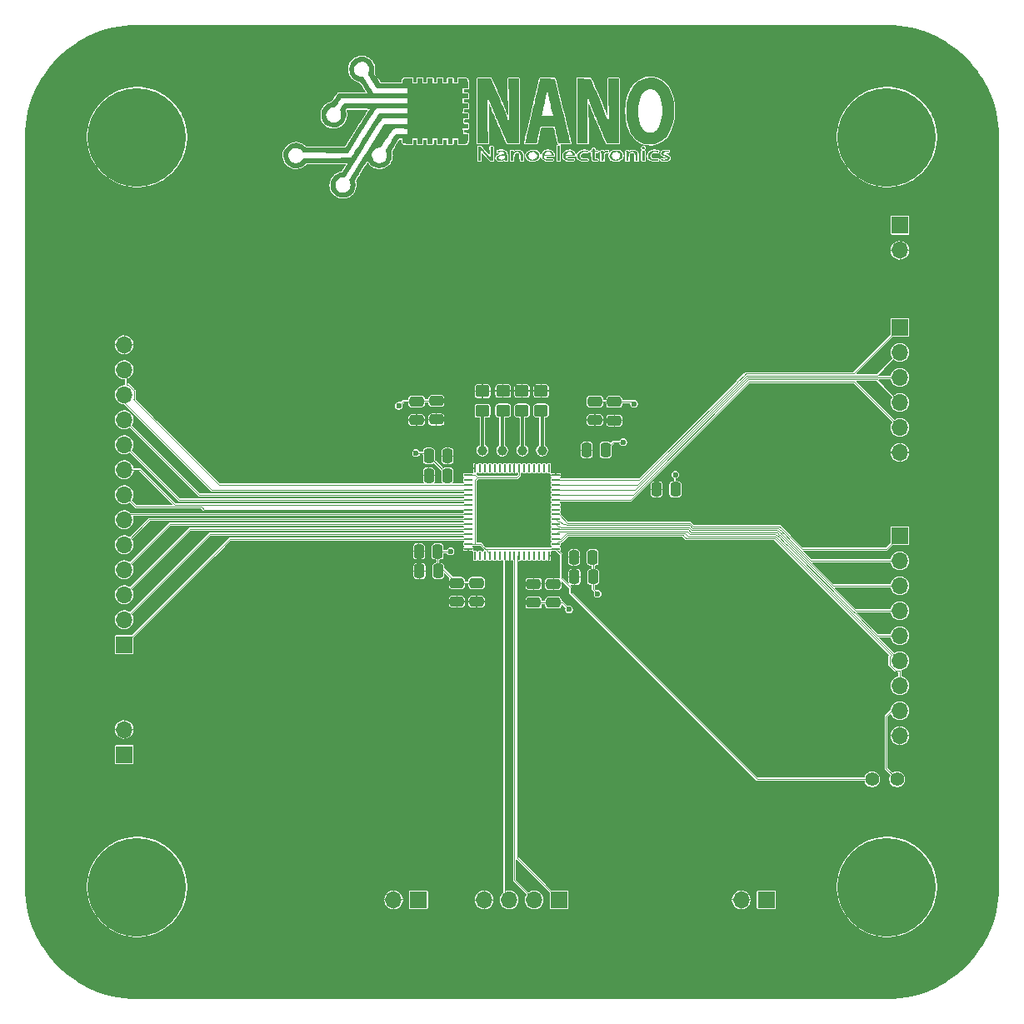
<source format=gbr>
%TF.GenerationSoftware,KiCad,Pcbnew,9.0.0-rc1*%
%TF.CreationDate,2025-01-08T18:27:09+01:00*%
%TF.ProjectId,HBST,48425354-2e6b-4696-9361-645f70636258,rev?*%
%TF.SameCoordinates,Original*%
%TF.FileFunction,Copper,L1,Top*%
%TF.FilePolarity,Positive*%
%FSLAX46Y46*%
G04 Gerber Fmt 4.6, Leading zero omitted, Abs format (unit mm)*
G04 Created by KiCad (PCBNEW 9.0.0-rc1) date 2025-01-08 18:27:09*
%MOMM*%
%LPD*%
G01*
G04 APERTURE LIST*
G04 Aperture macros list*
%AMRoundRect*
0 Rectangle with rounded corners*
0 $1 Rounding radius*
0 $2 $3 $4 $5 $6 $7 $8 $9 X,Y pos of 4 corners*
0 Add a 4 corners polygon primitive as box body*
4,1,4,$2,$3,$4,$5,$6,$7,$8,$9,$2,$3,0*
0 Add four circle primitives for the rounded corners*
1,1,$1+$1,$2,$3*
1,1,$1+$1,$4,$5*
1,1,$1+$1,$6,$7*
1,1,$1+$1,$8,$9*
0 Add four rect primitives between the rounded corners*
20,1,$1+$1,$2,$3,$4,$5,0*
20,1,$1+$1,$4,$5,$6,$7,0*
20,1,$1+$1,$6,$7,$8,$9,0*
20,1,$1+$1,$8,$9,$2,$3,0*%
G04 Aperture macros list end*
%TA.AperFunction,EtchedComponent*%
%ADD10C,0.000000*%
%TD*%
%TA.AperFunction,HeatsinkPad*%
%ADD11R,6.000000X6.000000*%
%TD*%
%TA.AperFunction,SMDPad,CuDef*%
%ADD12RoundRect,0.062500X-0.062500X-0.375000X0.062500X-0.375000X0.062500X0.375000X-0.062500X0.375000X0*%
%TD*%
%TA.AperFunction,SMDPad,CuDef*%
%ADD13RoundRect,0.062500X-0.375000X-0.062500X0.375000X-0.062500X0.375000X0.062500X-0.375000X0.062500X0*%
%TD*%
%TA.AperFunction,ConnectorPad*%
%ADD14C,10.000000*%
%TD*%
%TA.AperFunction,ComponentPad*%
%ADD15C,5.400000*%
%TD*%
%TA.AperFunction,SMDPad,CuDef*%
%ADD16RoundRect,0.250000X-0.250000X-0.475000X0.250000X-0.475000X0.250000X0.475000X-0.250000X0.475000X0*%
%TD*%
%TA.AperFunction,ComponentPad*%
%ADD17O,1.700000X1.700000*%
%TD*%
%TA.AperFunction,ComponentPad*%
%ADD18R,1.700000X1.700000*%
%TD*%
%TA.AperFunction,SMDPad,CuDef*%
%ADD19C,1.000000*%
%TD*%
%TA.AperFunction,SMDPad,CuDef*%
%ADD20RoundRect,0.250000X0.475000X-0.250000X0.475000X0.250000X-0.475000X0.250000X-0.475000X-0.250000X0*%
%TD*%
%TA.AperFunction,SMDPad,CuDef*%
%ADD21RoundRect,0.250000X-0.475000X0.250000X-0.475000X-0.250000X0.475000X-0.250000X0.475000X0.250000X0*%
%TD*%
%TA.AperFunction,SMDPad,CuDef*%
%ADD22RoundRect,0.250000X0.450000X-0.350000X0.450000X0.350000X-0.450000X0.350000X-0.450000X-0.350000X0*%
%TD*%
%TA.AperFunction,SMDPad,CuDef*%
%ADD23RoundRect,0.250000X0.250000X0.475000X-0.250000X0.475000X-0.250000X-0.475000X0.250000X-0.475000X0*%
%TD*%
%TA.AperFunction,ComponentPad*%
%ADD24C,1.400000*%
%TD*%
%TA.AperFunction,ViaPad*%
%ADD25C,0.600000*%
%TD*%
%TA.AperFunction,Conductor*%
%ADD26C,0.100000*%
%TD*%
%TA.AperFunction,Conductor*%
%ADD27C,0.350000*%
%TD*%
G04 APERTURE END LIST*
D10*
%TA.AperFunction,EtchedComponent*%
%TO.C,G\u002A\u002A\u002A*%
G36*
X134390217Y-53248300D02*
G01*
X134503317Y-53259964D01*
X134603477Y-53287201D01*
X134718521Y-53336392D01*
X134796528Y-53374279D01*
X135019721Y-53507049D01*
X135194401Y-53666538D01*
X135337321Y-53869684D01*
X135395960Y-53980308D01*
X135436270Y-54068101D01*
X135463103Y-54147888D01*
X135479262Y-54237383D01*
X135487551Y-54354299D01*
X135490774Y-54516352D01*
X135491200Y-54582027D01*
X135493212Y-54993919D01*
X135785939Y-55457298D01*
X136078666Y-55920676D01*
X138355270Y-55938764D01*
X138355270Y-55781201D01*
X138365272Y-55665528D01*
X138404450Y-55581385D01*
X138455603Y-55523306D01*
X138499867Y-55481125D01*
X138542042Y-55452815D01*
X138596322Y-55435610D01*
X138676897Y-55426745D01*
X138797958Y-55423455D01*
X138970467Y-55422973D01*
X139385000Y-55422973D01*
X139385000Y-55937838D01*
X139896857Y-55937838D01*
X139906942Y-55688987D01*
X139917027Y-55440135D01*
X140165878Y-55430051D01*
X140414729Y-55419966D01*
X140414729Y-55937838D01*
X140929594Y-55937838D01*
X140929594Y-55422973D01*
X141444459Y-55422973D01*
X141444459Y-55937838D01*
X141959324Y-55937838D01*
X141959324Y-55422973D01*
X142439865Y-55422973D01*
X142439865Y-55937838D01*
X142989054Y-55937838D01*
X142989054Y-55422973D01*
X143469594Y-55422973D01*
X143469594Y-55937838D01*
X144018784Y-55937838D01*
X144018784Y-55422973D01*
X144426046Y-55422973D01*
X144604205Y-55424251D01*
X144728070Y-55429448D01*
X144811971Y-55440615D01*
X144870235Y-55459798D01*
X144917193Y-55489045D01*
X144923749Y-55494113D01*
X144960728Y-55525459D01*
X144985941Y-55559436D01*
X145001640Y-55608868D01*
X145010079Y-55686581D01*
X145013510Y-55805400D01*
X145014186Y-55978150D01*
X145014189Y-56008978D01*
X145014189Y-56452703D01*
X144499324Y-56452703D01*
X144499324Y-56967568D01*
X145014189Y-56967568D01*
X145014189Y-57482433D01*
X144499324Y-57482433D01*
X144499324Y-57997298D01*
X145014189Y-57997298D01*
X145014189Y-58474831D01*
X144765338Y-58484915D01*
X144516486Y-58495000D01*
X144506461Y-58761014D01*
X144496436Y-59027027D01*
X145014189Y-59027027D01*
X145014189Y-59504560D01*
X144765338Y-59514645D01*
X144516486Y-59524730D01*
X144516486Y-60039595D01*
X144765338Y-60049680D01*
X145014189Y-60059765D01*
X145014189Y-60537298D01*
X144496436Y-60537298D01*
X144506461Y-60803311D01*
X144516486Y-61069325D01*
X144765338Y-61079409D01*
X145014189Y-61089494D01*
X145014189Y-61515707D01*
X145012880Y-61723440D01*
X145002487Y-61872909D01*
X144973310Y-61973704D01*
X144915648Y-62035412D01*
X144819801Y-62067621D01*
X144676069Y-62079919D01*
X144474751Y-62081894D01*
X144441365Y-62081892D01*
X144018784Y-62081892D01*
X144018784Y-61567027D01*
X143469594Y-61567027D01*
X143469594Y-62081892D01*
X142989054Y-62081892D01*
X142989054Y-61567027D01*
X142439865Y-61567027D01*
X142439865Y-62081892D01*
X141959324Y-62081892D01*
X141959324Y-61567027D01*
X141444459Y-61567027D01*
X141444459Y-62081892D01*
X140929594Y-62081892D01*
X140929594Y-61567027D01*
X140414729Y-61567027D01*
X140414729Y-62081892D01*
X139899865Y-62081892D01*
X139899865Y-61567027D01*
X139385000Y-61567027D01*
X139385000Y-62081892D01*
X138959748Y-62081892D01*
X138748775Y-62079195D01*
X138596259Y-62067490D01*
X138492103Y-62041356D01*
X138426209Y-61995375D01*
X138388481Y-61924125D01*
X138368820Y-61822187D01*
X138362898Y-61761513D01*
X138346769Y-61567027D01*
X137994802Y-61567027D01*
X137606514Y-62188271D01*
X137477968Y-62394745D01*
X137382109Y-62551809D01*
X137314805Y-62667990D01*
X137271922Y-62751816D01*
X137249329Y-62811815D01*
X137242892Y-62856517D01*
X137248479Y-62894447D01*
X137254721Y-62914204D01*
X137284194Y-63058890D01*
X137292046Y-63242241D01*
X137279422Y-63438160D01*
X137247469Y-63620547D01*
X137219686Y-63712119D01*
X137092866Y-63963956D01*
X136923060Y-64171532D01*
X136719090Y-64333905D01*
X136489778Y-64450132D01*
X136243945Y-64519271D01*
X135990413Y-64540380D01*
X135738004Y-64512516D01*
X135495539Y-64434737D01*
X135271840Y-64306100D01*
X135075728Y-64125664D01*
X134951248Y-63954443D01*
X134890029Y-63857282D01*
X134842294Y-63788814D01*
X134819615Y-63764758D01*
X134793292Y-63790791D01*
X134745298Y-63858337D01*
X134712618Y-63909662D01*
X134671902Y-63975570D01*
X134600299Y-64091054D01*
X134503210Y-64247418D01*
X134386039Y-64435967D01*
X134254189Y-64648005D01*
X134113060Y-64874836D01*
X134070061Y-64943923D01*
X133932961Y-65166026D01*
X133809414Y-65369730D01*
X133703697Y-65547700D01*
X133620083Y-65692603D01*
X133562847Y-65797103D01*
X133536265Y-65853867D01*
X133535195Y-65861601D01*
X133550216Y-65909292D01*
X133570248Y-66002157D01*
X133585683Y-66088760D01*
X133597031Y-66364041D01*
X133545310Y-66640239D01*
X133434669Y-66904324D01*
X133269254Y-67143265D01*
X133239341Y-67176819D01*
X133056921Y-67329096D01*
X132830795Y-67447277D01*
X132579829Y-67525508D01*
X132322887Y-67557934D01*
X132078835Y-67538700D01*
X132075474Y-67538010D01*
X131798107Y-67446541D01*
X131551249Y-67296604D01*
X131343005Y-67094622D01*
X131181482Y-66847017D01*
X131167569Y-66818649D01*
X131114601Y-66699369D01*
X131082744Y-66598325D01*
X131066808Y-66489515D01*
X131061600Y-66346938D01*
X131061351Y-66286622D01*
X131061743Y-66263835D01*
X131576216Y-66263835D01*
X131592124Y-66486578D01*
X131643232Y-66660321D01*
X131734618Y-66797754D01*
X131821247Y-66876094D01*
X132030330Y-66996552D01*
X132252355Y-67051172D01*
X132481172Y-67038755D01*
X132557127Y-67019740D01*
X132729235Y-66937069D01*
X132885746Y-66805066D01*
X133004379Y-66642722D01*
X133008407Y-66635126D01*
X133069572Y-66453678D01*
X133085725Y-66248644D01*
X133056618Y-66048428D01*
X133014548Y-65936790D01*
X132942610Y-65792903D01*
X134496767Y-63301414D01*
X135257145Y-63301414D01*
X135290848Y-63503267D01*
X135364710Y-63682905D01*
X135379774Y-63707283D01*
X135476379Y-63815915D01*
X135609578Y-63918260D01*
X135749305Y-63991636D01*
X135763784Y-63996965D01*
X135909679Y-64027597D01*
X136077585Y-64033203D01*
X136233990Y-64014084D01*
X136305494Y-63992094D01*
X136486054Y-63883808D01*
X136639848Y-63729863D01*
X136715041Y-63613588D01*
X136773399Y-63441995D01*
X136791024Y-63250156D01*
X136768002Y-63064190D01*
X136712778Y-62923733D01*
X136636334Y-62794169D01*
X136774936Y-62566747D01*
X136836407Y-62466825D01*
X136926311Y-62321932D01*
X137036479Y-62145173D01*
X137158741Y-61949654D01*
X137284925Y-61748479D01*
X137301887Y-61721487D01*
X137690237Y-61103649D01*
X138887297Y-61069325D01*
X138887297Y-60554460D01*
X138214299Y-60545169D01*
X138001362Y-60543728D01*
X137807906Y-60545228D01*
X137645982Y-60549354D01*
X137527641Y-60555787D01*
X137464934Y-60564212D01*
X137462722Y-60564947D01*
X137419131Y-60603261D01*
X137344233Y-60697905D01*
X137237514Y-60849625D01*
X137098462Y-61059169D01*
X136926561Y-61327285D01*
X136795720Y-61535319D01*
X136207297Y-62476622D01*
X136002702Y-62496771D01*
X135761659Y-62549486D01*
X135561039Y-62653712D01*
X135405845Y-62805265D01*
X135301080Y-62999958D01*
X135269629Y-63110030D01*
X135257145Y-63301414D01*
X134496767Y-63301414D01*
X134730765Y-62926289D01*
X136518919Y-60059674D01*
X137694527Y-60058216D01*
X138870135Y-60056757D01*
X138870135Y-59507568D01*
X137619532Y-59507568D01*
X137329978Y-59508405D01*
X137059627Y-59510785D01*
X136816772Y-59514515D01*
X136609706Y-59519401D01*
X136446722Y-59525248D01*
X136336113Y-59531863D01*
X136286862Y-59538769D01*
X136261054Y-59562445D01*
X136213348Y-59623188D01*
X136142447Y-59723011D01*
X136047055Y-59863927D01*
X135925873Y-60047950D01*
X135777607Y-60277093D01*
X135600959Y-60553369D01*
X135394633Y-60878792D01*
X135157331Y-61255374D01*
X134887758Y-61685130D01*
X134584617Y-62170071D01*
X134353884Y-62540020D01*
X132502973Y-65510069D01*
X132328925Y-65512197D01*
X132123435Y-65545240D01*
X131925385Y-65631772D01*
X131756741Y-65760303D01*
X131679401Y-65851944D01*
X131625484Y-65936982D01*
X131594403Y-66014028D01*
X131580033Y-66107530D01*
X131576250Y-66241935D01*
X131576216Y-66263835D01*
X131061743Y-66263835D01*
X131064103Y-66126834D01*
X131075821Y-66009602D01*
X131101700Y-65908936D01*
X131146931Y-65798845D01*
X131167668Y-65754595D01*
X131326352Y-65495895D01*
X131530188Y-65286975D01*
X131774446Y-65131648D01*
X132054396Y-65033729D01*
X132064599Y-65031429D01*
X132228378Y-64995157D01*
X132511554Y-64537503D01*
X132608410Y-64379712D01*
X132691008Y-64242753D01*
X132753172Y-64137057D01*
X132788730Y-64073053D01*
X132794729Y-64059114D01*
X132761385Y-64055432D01*
X132665270Y-64051959D01*
X132512264Y-64048754D01*
X132308245Y-64045873D01*
X132059091Y-64043376D01*
X131770681Y-64041320D01*
X131448894Y-64039763D01*
X131099607Y-64038764D01*
X130728699Y-64038381D01*
X130697177Y-64038379D01*
X128599625Y-64038379D01*
X128414495Y-64207577D01*
X128180384Y-64378899D01*
X127926233Y-64489930D01*
X127661261Y-64542266D01*
X127394684Y-64537501D01*
X127135720Y-64477231D01*
X126893586Y-64363050D01*
X126677500Y-64196554D01*
X126496679Y-63979338D01*
X126428441Y-63863891D01*
X126322783Y-63595314D01*
X126284252Y-63351295D01*
X126789047Y-63351295D01*
X126833934Y-63545488D01*
X126925773Y-63722852D01*
X127063095Y-63871617D01*
X127244435Y-63980012D01*
X127276713Y-63992560D01*
X127449395Y-64028926D01*
X127641814Y-64028860D01*
X127820005Y-63993445D01*
X127871104Y-63973639D01*
X127962994Y-63917218D01*
X128063676Y-63833411D01*
X128157607Y-63738234D01*
X128229246Y-63647704D01*
X128263051Y-63577838D01*
X128263919Y-63568822D01*
X128274383Y-63559842D01*
X128308606Y-63552075D01*
X128370833Y-63545441D01*
X128465306Y-63539861D01*
X128596271Y-63535254D01*
X128767972Y-63531540D01*
X128984653Y-63528641D01*
X129250559Y-63526474D01*
X129569933Y-63524962D01*
X129947021Y-63524023D01*
X130386066Y-63523577D01*
X130668878Y-63523514D01*
X131130769Y-63523051D01*
X131554450Y-63521697D01*
X131936152Y-63519500D01*
X132272103Y-63516511D01*
X132558532Y-63512779D01*
X132791669Y-63508354D01*
X132967744Y-63503287D01*
X133082984Y-63497626D01*
X133133621Y-63491422D01*
X133134675Y-63490955D01*
X133162211Y-63457236D01*
X133223005Y-63369753D01*
X133314121Y-63233075D01*
X133432624Y-63051770D01*
X133575576Y-62830407D01*
X133740044Y-62573555D01*
X133923091Y-62285783D01*
X134121782Y-61971658D01*
X134333181Y-61635751D01*
X134554352Y-61282629D01*
X134579061Y-61243076D01*
X135962609Y-59027757D01*
X138887297Y-59009865D01*
X138887297Y-58495000D01*
X137342702Y-58486734D01*
X136953158Y-58485098D01*
X136627218Y-58484789D01*
X136359849Y-58485916D01*
X136146017Y-58488587D01*
X135980689Y-58492909D01*
X135858831Y-58498992D01*
X135775410Y-58506942D01*
X135725392Y-58516869D01*
X135712954Y-58521745D01*
X135676308Y-58560152D01*
X135605615Y-58655542D01*
X135500715Y-58808159D01*
X135361445Y-59018252D01*
X135187646Y-59286067D01*
X134979158Y-59611852D01*
X134735818Y-59995854D01*
X134457466Y-60438319D01*
X134239283Y-60786835D01*
X132850765Y-63008649D01*
X128281081Y-63008463D01*
X128212432Y-62882637D01*
X128083002Y-62711704D01*
X127915125Y-62589810D01*
X127720962Y-62519607D01*
X127512674Y-62503753D01*
X127302423Y-62544900D01*
X127108346Y-62641624D01*
X126950760Y-62785436D01*
X126845993Y-62959499D01*
X126792577Y-63152041D01*
X126789047Y-63351295D01*
X126284252Y-63351295D01*
X126279337Y-63320167D01*
X126295147Y-63047907D01*
X126367256Y-62787988D01*
X126492706Y-62549869D01*
X126668541Y-62343006D01*
X126891804Y-62176854D01*
X126968820Y-62135758D01*
X127257029Y-62029483D01*
X127544372Y-61991050D01*
X127825992Y-62019771D01*
X128097032Y-62114956D01*
X128352633Y-62275915D01*
X128433033Y-62343589D01*
X128600086Y-62493784D01*
X132576486Y-62493784D01*
X133792567Y-60549398D01*
X134000230Y-60217331D01*
X134197514Y-59901787D01*
X134381347Y-59607686D01*
X134548658Y-59339945D01*
X134696373Y-59103485D01*
X134821420Y-58903223D01*
X134920726Y-58744079D01*
X134991220Y-58630971D01*
X135029828Y-58568818D01*
X135036097Y-58558588D01*
X135033925Y-58546021D01*
X135007059Y-58535860D01*
X134949539Y-58527870D01*
X134855402Y-58521815D01*
X134718690Y-58517457D01*
X134533440Y-58514562D01*
X134293693Y-58512892D01*
X133993487Y-58512211D01*
X133864653Y-58512162D01*
X132665761Y-58512162D01*
X132623546Y-58614078D01*
X132598759Y-58721626D01*
X132619381Y-58825146D01*
X132654746Y-59008203D01*
X132651958Y-59223933D01*
X132614384Y-59450342D01*
X132545391Y-59665434D01*
X132467338Y-59818563D01*
X132290894Y-60040164D01*
X132080337Y-60209888D01*
X131844778Y-60328135D01*
X131593329Y-60395304D01*
X131335101Y-60411796D01*
X131079207Y-60378009D01*
X130834759Y-60294343D01*
X130610869Y-60161199D01*
X130416647Y-59978975D01*
X130261207Y-59748072D01*
X130247590Y-59721189D01*
X130196331Y-59612371D01*
X130163497Y-59523112D01*
X130145052Y-59432193D01*
X130136956Y-59318393D01*
X130135173Y-59160492D01*
X130135176Y-59156927D01*
X130609895Y-59156927D01*
X130638583Y-59357334D01*
X130723834Y-59550981D01*
X130816515Y-59673870D01*
X130942430Y-59776598D01*
X131110814Y-59863487D01*
X131181264Y-59889388D01*
X131297725Y-59906864D01*
X131446773Y-59902564D01*
X131596978Y-59879494D01*
X131716908Y-59840664D01*
X131723171Y-59837530D01*
X131866513Y-59738005D01*
X131995900Y-59603769D01*
X132086605Y-59460913D01*
X132092185Y-59448145D01*
X132134694Y-59277111D01*
X132139157Y-59081263D01*
X132106594Y-58892235D01*
X132071223Y-58798351D01*
X131999879Y-58650973D01*
X132199939Y-58325372D01*
X132400000Y-57999771D01*
X135652229Y-57998534D01*
X138904459Y-57997298D01*
X138904459Y-57482433D01*
X135543483Y-57482433D01*
X135068196Y-57482637D01*
X134611872Y-57483231D01*
X134179252Y-57484186D01*
X133775079Y-57485475D01*
X133404095Y-57487068D01*
X133071043Y-57488937D01*
X132780664Y-57491055D01*
X132537702Y-57493392D01*
X132346898Y-57495920D01*
X132212996Y-57498612D01*
X132140736Y-57501438D01*
X132129362Y-57502826D01*
X132093095Y-57538101D01*
X132029438Y-57621247D01*
X131946235Y-57741217D01*
X131851332Y-57886966D01*
X131812451Y-57949042D01*
X131548685Y-58374865D01*
X131381145Y-58374865D01*
X131162119Y-58404957D01*
X130973467Y-58488538D01*
X130819554Y-58615567D01*
X130704745Y-58776002D01*
X130633403Y-58959803D01*
X130609895Y-59156927D01*
X130135176Y-59156927D01*
X130135202Y-59130535D01*
X130137726Y-58956141D01*
X130146584Y-58831019D01*
X130164748Y-58735877D01*
X130195185Y-58651422D01*
X130215669Y-58607709D01*
X130379117Y-58351021D01*
X130590528Y-58141820D01*
X130844230Y-57984746D01*
X131084790Y-57896771D01*
X131287207Y-57842838D01*
X131552601Y-57413784D01*
X131817996Y-56984730D01*
X134851346Y-56950406D01*
X134510550Y-56401217D01*
X134397479Y-56223503D01*
X134291900Y-56065898D01*
X134200821Y-55938241D01*
X134131248Y-55850373D01*
X134091499Y-55812736D01*
X134015400Y-55780919D01*
X133902735Y-55740797D01*
X133819137Y-55713877D01*
X133567322Y-55603682D01*
X133356532Y-55445666D01*
X133189012Y-55248659D01*
X133067009Y-55021485D01*
X132992769Y-54772973D01*
X132969264Y-54519779D01*
X133463421Y-54519779D01*
X133493877Y-54723873D01*
X133582630Y-54918496D01*
X133706319Y-55069116D01*
X133875302Y-55196891D01*
X134063376Y-55266679D01*
X134259640Y-55285485D01*
X134403064Y-55285676D01*
X134889030Y-56066554D01*
X135021413Y-56277383D01*
X135145349Y-56471197D01*
X135255296Y-56639611D01*
X135345713Y-56774237D01*
X135411059Y-56866690D01*
X135444872Y-56907821D01*
X135464591Y-56921593D01*
X135492960Y-56933040D01*
X135535844Y-56942334D01*
X135599104Y-56949647D01*
X135688602Y-56955151D01*
X135810201Y-56959017D01*
X135969763Y-56961419D01*
X136173149Y-56962527D01*
X136426223Y-56962514D01*
X136734846Y-56961550D01*
X137104880Y-56959809D01*
X137201023Y-56959308D01*
X138887297Y-56950406D01*
X138897382Y-56701554D01*
X138907467Y-56452703D01*
X135758827Y-56452703D01*
X135306922Y-55729386D01*
X135167378Y-55505601D01*
X135060591Y-55332304D01*
X134982805Y-55201852D01*
X134930259Y-55106603D01*
X134899194Y-55038915D01*
X134885853Y-54991146D01*
X134886474Y-54955652D01*
X134897301Y-54924791D01*
X134904290Y-54910788D01*
X134988137Y-54683623D01*
X135006060Y-54459953D01*
X134959042Y-54246959D01*
X134848068Y-54051821D01*
X134775237Y-53969453D01*
X134592220Y-53830361D01*
X134390284Y-53756025D01*
X134175922Y-53747427D01*
X133955629Y-53805551D01*
X133890682Y-53835473D01*
X133704893Y-53964061D01*
X133570624Y-54128533D01*
X133489569Y-54317552D01*
X133463421Y-54519779D01*
X132969264Y-54519779D01*
X132968537Y-54511950D01*
X132996559Y-54247242D01*
X133079082Y-53987678D01*
X133218352Y-53742083D01*
X133293123Y-53646604D01*
X133427193Y-53524781D01*
X133613293Y-53406847D01*
X133676174Y-53374279D01*
X133810798Y-53310598D01*
X133915529Y-53272313D01*
X134018193Y-53253042D01*
X134146615Y-53246406D01*
X134236351Y-53245830D01*
X134390217Y-53248300D01*
G37*
%TD.AperFunction*%
%TA.AperFunction,EtchedComponent*%
G36*
X153125455Y-55465238D02*
G01*
X153879491Y-55474460D01*
X154645771Y-58666622D01*
X154755648Y-59124412D01*
X154861246Y-59564507D01*
X154961428Y-59982156D01*
X155055054Y-60372607D01*
X155140988Y-60731111D01*
X155218091Y-61052916D01*
X155285224Y-61333271D01*
X155341249Y-61567427D01*
X155385030Y-61750631D01*
X155415426Y-61878134D01*
X155431300Y-61945184D01*
X155433145Y-61953176D01*
X155454238Y-62047568D01*
X154218360Y-62047568D01*
X154126210Y-61644257D01*
X154079306Y-61441214D01*
X154023719Y-61204008D01*
X153967105Y-60965150D01*
X153926219Y-60794730D01*
X153818378Y-60348514D01*
X153117176Y-60339202D01*
X152904061Y-60337669D01*
X152714336Y-60338767D01*
X152558698Y-60342235D01*
X152447843Y-60347807D01*
X152392469Y-60355221D01*
X152388710Y-60357155D01*
X152374108Y-60397351D01*
X152348296Y-60494863D01*
X152313624Y-60639708D01*
X152272444Y-60821905D01*
X152227107Y-61031474D01*
X152204667Y-61138340D01*
X152158194Y-61361125D01*
X152115421Y-61564857D01*
X152078649Y-61738685D01*
X152050178Y-61871758D01*
X152032307Y-61953226D01*
X152028399Y-61969914D01*
X152019452Y-61997934D01*
X152002267Y-62018244D01*
X151967018Y-62032086D01*
X151903877Y-62040699D01*
X151803018Y-62045324D01*
X151654614Y-62047199D01*
X151448837Y-62047566D01*
X151413032Y-62047568D01*
X151188510Y-62046473D01*
X151025340Y-62042830D01*
X150916253Y-62036103D01*
X150853982Y-62025757D01*
X150831258Y-62011254D01*
X150831439Y-62004662D01*
X150841438Y-61964988D01*
X150865828Y-61863837D01*
X150903341Y-61706575D01*
X150952711Y-61498562D01*
X151012669Y-61245164D01*
X151081947Y-60951742D01*
X151159279Y-60623661D01*
X151243395Y-60266282D01*
X151333030Y-59884970D01*
X151417612Y-59524730D01*
X151494956Y-59195164D01*
X152542797Y-59195164D01*
X152558338Y-59211147D01*
X152600866Y-59221883D01*
X152679700Y-59228399D01*
X152804161Y-59231723D01*
X152983565Y-59232883D01*
X153089575Y-59232973D01*
X153652560Y-59232973D01*
X153457750Y-58366284D01*
X153399036Y-58101649D01*
X153340480Y-57831537D01*
X153285414Y-57571777D01*
X153237170Y-57338197D01*
X153199083Y-57146625D01*
X153183133Y-57061960D01*
X153151751Y-56898777D01*
X153122589Y-56763225D01*
X153098588Y-56667899D01*
X153082690Y-56625394D01*
X153080926Y-56624325D01*
X153067757Y-56656284D01*
X153046086Y-56744468D01*
X153018385Y-56877334D01*
X152987127Y-57043343D01*
X152968770Y-57147771D01*
X152940970Y-57301811D01*
X152903689Y-57496645D01*
X152859331Y-57720787D01*
X152810301Y-57962753D01*
X152759001Y-58211059D01*
X152707836Y-58454219D01*
X152659208Y-58680750D01*
X152615522Y-58879167D01*
X152579181Y-59037985D01*
X152552589Y-59145720D01*
X152544926Y-59172906D01*
X152542797Y-59195164D01*
X151494956Y-59195164D01*
X151514541Y-59111709D01*
X151609600Y-58706712D01*
X151701201Y-58316503D01*
X151787756Y-57947846D01*
X151867675Y-57607505D01*
X151939371Y-57302244D01*
X152001254Y-57038826D01*
X152051738Y-56824017D01*
X152089233Y-56664579D01*
X152106792Y-56590000D01*
X152156171Y-56380064D01*
X152207404Y-56161556D01*
X152254897Y-55958374D01*
X152293056Y-55794417D01*
X152297751Y-55774157D01*
X152371420Y-55456016D01*
X153125455Y-55465238D01*
G37*
%TD.AperFunction*%
%TA.AperFunction,EtchedComponent*%
G36*
X163844971Y-55375265D02*
G01*
X164202196Y-55448163D01*
X164533069Y-55580868D01*
X164835474Y-55770790D01*
X165107294Y-56015339D01*
X165346411Y-56311924D01*
X165550708Y-56657955D01*
X165718068Y-57050842D01*
X165846373Y-57487993D01*
X165933507Y-57966818D01*
X165975299Y-58437950D01*
X165977229Y-58952223D01*
X165934850Y-59451339D01*
X165850238Y-59927000D01*
X165725464Y-60370908D01*
X165562603Y-60774763D01*
X165363727Y-61130269D01*
X165269164Y-61264215D01*
X165009585Y-61551770D01*
X164710672Y-61786312D01*
X164379838Y-61965105D01*
X164024490Y-62085411D01*
X163652039Y-62144495D01*
X163269896Y-62139620D01*
X163009600Y-62098662D01*
X162725247Y-62005552D01*
X162440654Y-61854307D01*
X162167715Y-61654359D01*
X161918326Y-61415142D01*
X161704379Y-61146087D01*
X161602935Y-60983146D01*
X161482533Y-60737323D01*
X161368741Y-60446868D01*
X161269613Y-60135781D01*
X161193202Y-59828064D01*
X161165417Y-59679189D01*
X161138907Y-59457018D01*
X161121741Y-59188840D01*
X161113945Y-58895092D01*
X161114500Y-58791363D01*
X162301476Y-58791363D01*
X162323358Y-59207653D01*
X162382964Y-59607574D01*
X162480320Y-59976527D01*
X162586034Y-60240912D01*
X162738512Y-60501067D01*
X162918451Y-60705394D01*
X163120927Y-60851526D01*
X163341013Y-60937095D01*
X163573787Y-60959735D01*
X163814323Y-60917079D01*
X163915095Y-60879716D01*
X164100915Y-60764347D01*
X164268714Y-60589233D01*
X164416131Y-60361465D01*
X164540807Y-60088135D01*
X164640383Y-59776336D01*
X164712499Y-59433159D01*
X164754796Y-59065697D01*
X164764914Y-58681042D01*
X164748928Y-58373384D01*
X164694328Y-57966123D01*
X164606052Y-57601135D01*
X164486165Y-57282706D01*
X164336731Y-57015121D01*
X164159817Y-56802667D01*
X163957485Y-56649628D01*
X163905255Y-56622159D01*
X163687107Y-56552016D01*
X163464678Y-56545945D01*
X163245391Y-56600373D01*
X163036673Y-56711731D01*
X162845946Y-56876445D01*
X162680636Y-57090944D01*
X162590748Y-57254499D01*
X162461957Y-57590272D01*
X162370799Y-57968073D01*
X162317298Y-58373303D01*
X162301476Y-58791363D01*
X161114500Y-58791363D01*
X161115544Y-58596209D01*
X161126566Y-58312629D01*
X161147036Y-58064786D01*
X161163192Y-57945811D01*
X161269144Y-57455034D01*
X161418246Y-57006973D01*
X161608570Y-56604947D01*
X161838191Y-56252277D01*
X162105183Y-55952281D01*
X162407619Y-55708281D01*
X162493252Y-55653553D01*
X162807577Y-55498758D01*
X163146704Y-55402645D01*
X163463513Y-55364765D01*
X163844971Y-55375265D01*
G37*
%TD.AperFunction*%
%TA.AperFunction,EtchedComponent*%
G36*
X157482294Y-55474460D02*
G01*
X157635513Y-55817703D01*
X157865556Y-56334301D01*
X158069319Y-56794817D01*
X158249380Y-57205457D01*
X158408319Y-57572428D01*
X158548715Y-57901935D01*
X158673147Y-58200185D01*
X158784195Y-58473383D01*
X158884437Y-58727736D01*
X158976454Y-58969450D01*
X159062823Y-59204731D01*
X159146124Y-59439784D01*
X159172886Y-59516928D01*
X159237003Y-59701359D01*
X159293095Y-59860251D01*
X159337525Y-59983499D01*
X159366653Y-60060998D01*
X159376781Y-60083279D01*
X159376559Y-60047314D01*
X159371750Y-59958331D01*
X159363261Y-59831741D01*
X159357059Y-59747838D01*
X159352010Y-59652678D01*
X159346434Y-59496318D01*
X159340492Y-59286205D01*
X159334343Y-59029784D01*
X159328146Y-58734501D01*
X159322062Y-58407802D01*
X159316249Y-58057132D01*
X159310868Y-57689938D01*
X159307597Y-57439527D01*
X159282998Y-55457298D01*
X160357162Y-55457298D01*
X160357162Y-62047568D01*
X159757694Y-62047568D01*
X159540904Y-62047125D01*
X159382697Y-62045074D01*
X159273012Y-62040328D01*
X159201785Y-62031799D01*
X159158953Y-62018404D01*
X159134454Y-61999054D01*
X159121470Y-61978889D01*
X159094409Y-61921807D01*
X159043914Y-61808908D01*
X158973167Y-61647657D01*
X158885352Y-61445515D01*
X158783653Y-61209945D01*
X158671251Y-60948410D01*
X158551331Y-60668372D01*
X158427075Y-60377294D01*
X158301667Y-60082639D01*
X158178290Y-59791868D01*
X158060127Y-59512445D01*
X157950361Y-59251832D01*
X157852176Y-59017492D01*
X157768754Y-58816887D01*
X157703279Y-58657480D01*
X157677661Y-58594046D01*
X157588595Y-58367906D01*
X157496085Y-58126776D01*
X157408371Y-57892542D01*
X157333690Y-57687090D01*
X157299278Y-57588822D01*
X157245163Y-57433607D01*
X157198981Y-57306074D01*
X157165129Y-57218000D01*
X157147998Y-57181160D01*
X157147049Y-57180857D01*
X157145758Y-57216207D01*
X157146057Y-57312447D01*
X157147824Y-57461842D01*
X157150936Y-57656653D01*
X157155269Y-57889145D01*
X157160700Y-58151581D01*
X157166876Y-58426352D01*
X157174361Y-58785124D01*
X157181249Y-59187202D01*
X157187268Y-59610976D01*
X157192146Y-60034841D01*
X157195609Y-60437189D01*
X157197386Y-60796412D01*
X157197505Y-60854798D01*
X157199324Y-62047568D01*
X156135270Y-62047568D01*
X156135270Y-55455846D01*
X157482294Y-55474460D01*
G37*
%TD.AperFunction*%
%TA.AperFunction,EtchedComponent*%
G36*
X148513822Y-62774018D02*
G01*
X148695756Y-62804064D01*
X148756164Y-62824120D01*
X148851575Y-62872434D01*
X148918510Y-62936318D01*
X148961627Y-63027665D01*
X148985585Y-63158371D01*
X148995042Y-63340329D01*
X148995811Y-63435998D01*
X148995811Y-63798108D01*
X148892838Y-63798108D01*
X148811087Y-63782758D01*
X148789865Y-63746622D01*
X148768909Y-63700721D01*
X148706175Y-63709142D01*
X148642779Y-63743947D01*
X148514238Y-63794997D01*
X148354005Y-63815054D01*
X148192725Y-63801882D01*
X148120994Y-63782036D01*
X147986512Y-63708706D01*
X147910407Y-63614179D01*
X147895216Y-63507906D01*
X147908637Y-63477715D01*
X148141735Y-63477715D01*
X148154531Y-63559780D01*
X148206351Y-63626487D01*
X148308390Y-63683263D01*
X148437335Y-63689209D01*
X148574436Y-63644764D01*
X148621748Y-63616802D01*
X148705312Y-63544900D01*
X148742397Y-63460354D01*
X148749031Y-63410856D01*
X148759684Y-63283244D01*
X148602050Y-63283244D01*
X148471534Y-63295584D01*
X148344340Y-63326214D01*
X148318006Y-63336061D01*
X148195981Y-63403780D01*
X148141735Y-63477715D01*
X147908637Y-63477715D01*
X147943477Y-63399338D01*
X148001966Y-63338684D01*
X148101055Y-63272250D01*
X148226285Y-63223092D01*
X148392985Y-63186388D01*
X148558175Y-63163701D01*
X148664074Y-63147244D01*
X148735709Y-63127920D01*
X148755540Y-63113781D01*
X148736170Y-63070530D01*
X148689070Y-63002111D01*
X148684400Y-62996116D01*
X148634586Y-62943944D01*
X148575380Y-62916697D01*
X148483543Y-62906658D01*
X148412040Y-62905676D01*
X148285708Y-62911176D01*
X148175455Y-62925317D01*
X148125695Y-62938040D01*
X148056938Y-62953009D01*
X148023089Y-62924328D01*
X148020488Y-62918071D01*
X148004845Y-62869726D01*
X148016930Y-62842451D01*
X148071545Y-62820774D01*
X148129121Y-62804508D01*
X148314255Y-62773832D01*
X148513822Y-62774018D01*
G37*
%TD.AperFunction*%
%TA.AperFunction,EtchedComponent*%
G36*
X155541764Y-62796454D02*
G01*
X155694603Y-62864805D01*
X155813631Y-62967928D01*
X155886731Y-63101267D01*
X155902870Y-63184570D01*
X155912162Y-63300406D01*
X155423040Y-63309929D01*
X155230285Y-63314347D01*
X155095825Y-63319850D01*
X155009310Y-63327973D01*
X154960389Y-63340254D01*
X154938710Y-63358229D01*
X154933919Y-63382530D01*
X154965566Y-63488179D01*
X155052375Y-63575461D01*
X155182143Y-63639235D01*
X155342670Y-63674357D01*
X155521752Y-63675686D01*
X155602685Y-63664353D01*
X155724331Y-63646142D01*
X155793244Y-63650297D01*
X155822457Y-63679497D01*
X155826351Y-63710320D01*
X155806285Y-63749099D01*
X155741287Y-63775458D01*
X155624154Y-63790850D01*
X155447687Y-63796728D01*
X155397297Y-63796886D01*
X155198607Y-63787497D01*
X155048859Y-63758011D01*
X154982707Y-63733018D01*
X154827180Y-63636545D01*
X154732713Y-63513203D01*
X154694833Y-63356572D01*
X154693648Y-63318015D01*
X154720727Y-63158564D01*
X154932051Y-63158564D01*
X154956873Y-63190173D01*
X155031368Y-63205888D01*
X155162362Y-63209718D01*
X155302905Y-63207175D01*
X155465609Y-63202081D01*
X155571268Y-63195406D01*
X155631480Y-63184605D01*
X155657843Y-63167136D01*
X155661955Y-63140455D01*
X155660336Y-63128784D01*
X155613181Y-63026946D01*
X155522239Y-62940598D01*
X155416064Y-62893983D01*
X155273744Y-62892861D01*
X155131829Y-62936043D01*
X155019691Y-63013716D01*
X155004129Y-63031622D01*
X154950077Y-63107050D01*
X154932051Y-63158564D01*
X154720727Y-63158564D01*
X154724685Y-63135255D01*
X154816893Y-62982915D01*
X154968922Y-62863066D01*
X155001536Y-62845608D01*
X155183114Y-62782300D01*
X155367228Y-62767434D01*
X155541764Y-62796454D01*
G37*
%TD.AperFunction*%
%TA.AperFunction,EtchedComponent*%
G36*
X153296741Y-62773870D02*
G01*
X153470353Y-62821953D01*
X153612427Y-62910849D01*
X153712206Y-63036064D01*
X153757063Y-63176897D01*
X153775931Y-63317568D01*
X153273708Y-63317568D01*
X153049984Y-63319884D01*
X152892927Y-63326922D01*
X152800711Y-63338820D01*
X152771486Y-63355177D01*
X152797864Y-63439114D01*
X152863551Y-63531985D01*
X152948379Y-63608446D01*
X152992554Y-63632973D01*
X153099475Y-63659119D01*
X153245388Y-63672134D01*
X153401749Y-63671196D01*
X153540014Y-63655481D01*
X153566906Y-63649527D01*
X153637303Y-63643859D01*
X153669809Y-63681080D01*
X153673044Y-63691998D01*
X153669480Y-63742201D01*
X153615336Y-63770937D01*
X153586859Y-63777480D01*
X153461338Y-63791981D01*
X153303147Y-63795760D01*
X153137234Y-63789754D01*
X152988546Y-63774899D01*
X152882032Y-63752133D01*
X152878467Y-63750879D01*
X152714207Y-63660839D01*
X152602779Y-63533898D01*
X152548765Y-63379554D01*
X152556744Y-63207309D01*
X152572325Y-63156167D01*
X152802745Y-63156167D01*
X152831556Y-63189205D01*
X152908940Y-63206831D01*
X153042401Y-63213697D01*
X153166216Y-63214595D01*
X153327854Y-63213484D01*
X153432787Y-63208806D01*
X153492942Y-63198542D01*
X153520244Y-63180673D01*
X153526621Y-63153584D01*
X153496682Y-63048646D01*
X153417641Y-62968106D01*
X153305661Y-62915081D01*
X153176906Y-62892686D01*
X153047540Y-62904037D01*
X152933727Y-62952250D01*
X152860826Y-63025242D01*
X152815003Y-63103064D01*
X152802745Y-63156167D01*
X152572325Y-63156167D01*
X152579838Y-63131507D01*
X152652839Y-62986070D01*
X152750984Y-62888753D01*
X152894960Y-62819172D01*
X152897930Y-62818108D01*
X153102348Y-62771091D01*
X153296741Y-62773870D01*
G37*
%TD.AperFunction*%
%TA.AperFunction,EtchedComponent*%
G36*
X165300595Y-62787486D02*
G01*
X165398486Y-62795455D01*
X165448939Y-62812646D01*
X165462530Y-62842259D01*
X165453269Y-62878885D01*
X165428673Y-62906334D01*
X165372500Y-62918774D01*
X165270163Y-62918201D01*
X165198569Y-62913763D01*
X165072737Y-62906726D01*
X164997342Y-62910632D01*
X164954546Y-62929304D01*
X164926509Y-62966569D01*
X164923102Y-62972821D01*
X164908538Y-63057682D01*
X164960057Y-63130748D01*
X165075801Y-63190065D01*
X165150705Y-63212349D01*
X165333441Y-63277275D01*
X165461257Y-63364469D01*
X165510079Y-63428516D01*
X165524517Y-63520694D01*
X165490808Y-63623468D01*
X165419713Y-63712186D01*
X165372260Y-63744216D01*
X165268653Y-63779032D01*
X165127738Y-63804475D01*
X164980640Y-63816566D01*
X164858488Y-63811323D01*
X164853648Y-63810543D01*
X164730472Y-63787986D01*
X164661891Y-63767881D01*
X164634525Y-63743086D01*
X164634994Y-63706460D01*
X164637720Y-63695279D01*
X164649996Y-63651747D01*
X164669373Y-63632502D01*
X164714076Y-63634764D01*
X164802332Y-63655751D01*
X164837869Y-63664740D01*
X164992969Y-63686562D01*
X165129394Y-63674094D01*
X165230159Y-63630373D01*
X165267859Y-63587830D01*
X165281631Y-63512310D01*
X165234927Y-63444583D01*
X165124747Y-63381810D01*
X165003762Y-63337874D01*
X164845613Y-63272181D01*
X164727174Y-63190916D01*
X164659436Y-63102938D01*
X164647702Y-63050955D01*
X164671231Y-62988318D01*
X164729950Y-62909893D01*
X164752906Y-62886354D01*
X164809402Y-62836631D01*
X164863914Y-62806663D01*
X164935753Y-62791481D01*
X165044230Y-62786117D01*
X165144689Y-62785541D01*
X165300595Y-62787486D01*
G37*
%TD.AperFunction*%
%TA.AperFunction,EtchedComponent*%
G36*
X160289632Y-62796454D02*
G01*
X160446456Y-62833243D01*
X160568525Y-62901985D01*
X160671331Y-63008753D01*
X160679655Y-63019747D01*
X160737310Y-63147441D01*
X160753484Y-63300910D01*
X160728147Y-63451209D01*
X160680202Y-63546740D01*
X160551185Y-63668235D01*
X160377858Y-63756915D01*
X160178975Y-63807084D01*
X159973291Y-63813047D01*
X159862524Y-63795050D01*
X159674989Y-63725217D01*
X159531052Y-63620658D01*
X159451222Y-63509204D01*
X159400469Y-63332455D01*
X159406620Y-63265454D01*
X159642856Y-63265454D01*
X159663333Y-63410271D01*
X159740806Y-63538248D01*
X159869860Y-63635667D01*
X159893784Y-63646995D01*
X160040423Y-63689349D01*
X160183152Y-63676672D01*
X160270174Y-63646353D01*
X160388764Y-63561556D01*
X160466247Y-63430443D01*
X160494453Y-63266927D01*
X160494459Y-63264353D01*
X160479532Y-63163928D01*
X160425495Y-63074064D01*
X160377756Y-63022379D01*
X160291128Y-62947313D01*
X160208931Y-62913378D01*
X160101457Y-62905676D01*
X159915736Y-62931148D01*
X159773651Y-63006242D01*
X159684790Y-63117516D01*
X159642856Y-63265454D01*
X159406620Y-63265454D01*
X159415928Y-63164074D01*
X159495166Y-63011586D01*
X159635751Y-62882517D01*
X159658558Y-62867755D01*
X159736944Y-62825595D01*
X159818694Y-62800625D01*
X159925361Y-62788667D01*
X160078497Y-62785542D01*
X160082567Y-62785541D01*
X160289632Y-62796454D01*
G37*
%TD.AperFunction*%
%TA.AperFunction,EtchedComponent*%
G36*
X157868063Y-62584076D02*
G01*
X157889179Y-62647711D01*
X157892217Y-62673987D01*
X157902255Y-62739110D01*
X157928318Y-62773514D01*
X157988738Y-62788904D01*
X158083175Y-62795916D01*
X158200195Y-62809673D01*
X158256134Y-62835178D01*
X158263378Y-62854189D01*
X158236967Y-62886814D01*
X158153131Y-62906510D01*
X158083175Y-62912463D01*
X157902973Y-62922838D01*
X157893059Y-63222942D01*
X157891353Y-63405251D01*
X157903556Y-63529844D01*
X157934373Y-63607033D01*
X157988515Y-63647130D01*
X158070689Y-63660450D01*
X158092964Y-63660811D01*
X158182973Y-63667076D01*
X158222343Y-63691353D01*
X158229054Y-63725456D01*
X158199568Y-63786521D01*
X158121725Y-63821293D01*
X158011451Y-63827572D01*
X157884671Y-63803163D01*
X157825482Y-63781150D01*
X157750648Y-63736934D01*
X157699119Y-63672653D01*
X157667014Y-63576408D01*
X157650451Y-63436300D01*
X157645549Y-63240430D01*
X157645540Y-63229523D01*
X157645540Y-62905676D01*
X157542567Y-62905676D01*
X157460816Y-62890326D01*
X157439594Y-62854189D01*
X157470295Y-62813314D01*
X157542567Y-62802703D01*
X157615608Y-62794067D01*
X157642506Y-62754238D01*
X157645540Y-62703733D01*
X157662021Y-62622996D01*
X157719975Y-62584836D01*
X157722770Y-62584067D01*
X157818328Y-62565905D01*
X157868063Y-62584076D01*
G37*
%TD.AperFunction*%
%TA.AperFunction,EtchedComponent*%
G36*
X147915098Y-56753041D02*
G01*
X148090080Y-57149147D01*
X148240384Y-57491849D01*
X148369724Y-57790241D01*
X148481816Y-58053422D01*
X148580374Y-58290487D01*
X148669116Y-58510532D01*
X148751755Y-58722653D01*
X148832007Y-58935948D01*
X148913588Y-59159512D01*
X149000212Y-59402441D01*
X149019150Y-59456081D01*
X149236979Y-60073919D01*
X149219495Y-59816487D01*
X149215950Y-59735360D01*
X149211910Y-59592568D01*
X149207494Y-59395092D01*
X149202819Y-59149913D01*
X149198005Y-58864011D01*
X149193170Y-58544368D01*
X149188433Y-58197964D01*
X149183911Y-57831780D01*
X149180305Y-57508176D01*
X149158599Y-55457298D01*
X150197162Y-55457298D01*
X150197162Y-62047568D01*
X149008146Y-62047568D01*
X148335036Y-60477230D01*
X148154087Y-60054735D01*
X147997740Y-59688718D01*
X147863337Y-59372654D01*
X147748218Y-59100016D01*
X147649725Y-58864279D01*
X147565200Y-58658917D01*
X147491983Y-58477403D01*
X147427418Y-58313213D01*
X147368844Y-58159821D01*
X147313603Y-58010699D01*
X147259037Y-57859324D01*
X147202488Y-57699168D01*
X147197557Y-57685091D01*
X147022162Y-57184100D01*
X147034438Y-59615834D01*
X147046715Y-62047568D01*
X146009594Y-62047568D01*
X146009594Y-55457298D01*
X147341348Y-55457298D01*
X147915098Y-56753041D01*
G37*
%TD.AperFunction*%
%TA.AperFunction,EtchedComponent*%
G36*
X151739840Y-62783039D02*
G01*
X151925169Y-62818655D01*
X152017671Y-62853275D01*
X152159116Y-62953909D01*
X152249712Y-63086641D01*
X152289638Y-63237643D01*
X152279070Y-63393091D01*
X152218187Y-63539157D01*
X152107166Y-63662017D01*
X152006476Y-63723694D01*
X151778386Y-63795692D01*
X151534486Y-63812006D01*
X151403236Y-63795846D01*
X151224549Y-63732848D01*
X151080848Y-63628200D01*
X150981174Y-63493091D01*
X150934568Y-63338709D01*
X150935605Y-63311546D01*
X151192567Y-63311546D01*
X151222766Y-63460092D01*
X151304867Y-63577820D01*
X151426126Y-63657008D01*
X151573797Y-63689935D01*
X151735137Y-63668878D01*
X151765265Y-63658525D01*
X151908681Y-63573911D01*
X152003634Y-63454244D01*
X152043734Y-63312648D01*
X152022594Y-63162244D01*
X152015632Y-63144211D01*
X151930577Y-63011185D01*
X151806069Y-62932549D01*
X151637929Y-62905709D01*
X151630869Y-62905676D01*
X151446317Y-62929332D01*
X151311555Y-63000014D01*
X151227042Y-63117297D01*
X151193239Y-63280755D01*
X151192567Y-63311546D01*
X150935605Y-63311546D01*
X150939046Y-63221368D01*
X150995060Y-63084884D01*
X151101271Y-62956751D01*
X151239847Y-62854502D01*
X151365433Y-62802185D01*
X151542490Y-62776705D01*
X151739840Y-62783039D01*
G37*
%TD.AperFunction*%
%TA.AperFunction,EtchedComponent*%
G36*
X164203616Y-62777237D02*
G01*
X164245778Y-62782668D01*
X164340668Y-62801548D01*
X164381821Y-62826568D01*
X164384066Y-62867298D01*
X164383070Y-62871286D01*
X164366674Y-62906282D01*
X164330083Y-62923103D01*
X164256792Y-62924877D01*
X164145963Y-62916206D01*
X163934440Y-62918812D01*
X163764254Y-62967489D01*
X163640302Y-63058934D01*
X163567481Y-63189845D01*
X163549324Y-63318504D01*
X163581008Y-63440290D01*
X163667054Y-63544436D01*
X163793951Y-63623598D01*
X163948190Y-63670436D01*
X164116260Y-63677606D01*
X164189815Y-63666581D01*
X164288914Y-63650023D01*
X164340999Y-63656469D01*
X164362975Y-63683914D01*
X164363494Y-63744110D01*
X164351922Y-63762179D01*
X164290874Y-63786623D01*
X164182003Y-63803032D01*
X164045775Y-63810378D01*
X163902659Y-63807632D01*
X163773120Y-63793763D01*
X163762282Y-63791833D01*
X163610665Y-63746956D01*
X163484580Y-63664858D01*
X163444782Y-63628934D01*
X163364175Y-63545295D01*
X163323799Y-63474845D01*
X163310176Y-63388017D01*
X163309182Y-63331464D01*
X163337459Y-63143737D01*
X163422677Y-62994122D01*
X163565894Y-62880860D01*
X163586682Y-62869804D01*
X163768197Y-62805515D01*
X163983438Y-62773390D01*
X164203616Y-62777237D01*
G37*
%TD.AperFunction*%
%TA.AperFunction,EtchedComponent*%
G36*
X162052832Y-62816239D02*
G01*
X162143138Y-62861951D01*
X162206107Y-62919140D01*
X162246454Y-63000191D01*
X162268894Y-63117485D01*
X162278144Y-63283405D01*
X162279324Y-63411016D01*
X162279324Y-63798108D01*
X162039054Y-63798108D01*
X162038585Y-63480608D01*
X162035918Y-63291634D01*
X162026334Y-63158591D01*
X162006477Y-63068853D01*
X161972991Y-63009796D01*
X161922520Y-62968793D01*
X161899098Y-62955788D01*
X161742057Y-62909176D01*
X161583855Y-62931200D01*
X161523502Y-62957518D01*
X161450054Y-63004401D01*
X161400807Y-63064126D01*
X161371192Y-63150386D01*
X161356638Y-63276876D01*
X161352577Y-63457289D01*
X161352567Y-63469771D01*
X161352567Y-63798108D01*
X161112297Y-63798108D01*
X161112297Y-63354699D01*
X161110744Y-63183090D01*
X161106501Y-63033477D01*
X161100194Y-62920817D01*
X161092450Y-62860066D01*
X161091463Y-62856997D01*
X161091011Y-62820375D01*
X161136659Y-62804850D01*
X161194436Y-62802703D01*
X161279626Y-62810445D01*
X161314406Y-62839555D01*
X161318243Y-62866683D01*
X161322922Y-62901500D01*
X161347011Y-62908343D01*
X161405586Y-62885600D01*
X161478520Y-62849521D01*
X161676640Y-62782550D01*
X161880218Y-62773419D01*
X162052832Y-62816239D01*
G37*
%TD.AperFunction*%
%TA.AperFunction,EtchedComponent*%
G36*
X156960080Y-62774266D02*
G01*
X157100088Y-62784386D01*
X157182844Y-62798464D01*
X157219742Y-62821312D01*
X157222173Y-62857740D01*
X157214375Y-62881638D01*
X157186616Y-62914070D01*
X157125880Y-62924030D01*
X157027924Y-62916466D01*
X156821380Y-62913541D01*
X156647377Y-62953197D01*
X156512883Y-63029740D01*
X156424869Y-63137475D01*
X156390306Y-63270707D01*
X156414097Y-63417927D01*
X156487769Y-63531023D01*
X156611591Y-63615620D01*
X156770984Y-63666087D01*
X156951369Y-63676794D01*
X157051667Y-63664197D01*
X157147728Y-63651140D01*
X157197467Y-63662356D01*
X157215870Y-63688744D01*
X157209643Y-63748606D01*
X157148462Y-63788042D01*
X157079189Y-63797961D01*
X156997445Y-63802700D01*
X156894353Y-63812916D01*
X156890405Y-63813389D01*
X156777436Y-63815402D01*
X156648420Y-63802139D01*
X156619938Y-63796879D01*
X156424721Y-63730388D01*
X156274910Y-63624130D01*
X156177991Y-63484501D01*
X156149788Y-63395023D01*
X156142344Y-63246869D01*
X156188283Y-63112824D01*
X156274664Y-62994343D01*
X156426101Y-62873236D01*
X156624674Y-62798584D01*
X156865606Y-62771920D01*
X156960080Y-62774266D01*
G37*
%TD.AperFunction*%
%TA.AperFunction,EtchedComponent*%
G36*
X150290241Y-62785623D02*
G01*
X150368279Y-62821474D01*
X150402608Y-62843632D01*
X150488343Y-62910957D01*
X150546828Y-62985360D01*
X150583014Y-63081334D01*
X150601853Y-63213370D01*
X150608298Y-63395961D01*
X150608548Y-63446284D01*
X150609054Y-63798108D01*
X150376570Y-63798108D01*
X150363330Y-63440461D01*
X150354633Y-63268273D01*
X150341954Y-63150564D01*
X150322741Y-63073183D01*
X150294440Y-63021976D01*
X150286076Y-63012079D01*
X150178681Y-62940109D01*
X150044433Y-62914308D01*
X149905062Y-62932342D01*
X149782300Y-62991878D01*
X149706699Y-63074285D01*
X149674910Y-63151064D01*
X149656252Y-63259383D01*
X149648512Y-63414752D01*
X149647973Y-63485904D01*
X149647973Y-63798108D01*
X149407702Y-63798108D01*
X149407702Y-62802703D01*
X149506672Y-62802703D01*
X149588674Y-62820005D01*
X149624340Y-62874204D01*
X149643037Y-62945704D01*
X149749217Y-62867202D01*
X149854435Y-62811830D01*
X149994853Y-62781967D01*
X150069185Y-62775532D01*
X150199759Y-62772192D01*
X150290241Y-62785623D01*
G37*
%TD.AperFunction*%
%TA.AperFunction,EtchedComponent*%
G36*
X146297808Y-62396340D02*
G01*
X146362099Y-62420663D01*
X146430485Y-62475389D01*
X146521502Y-62571014D01*
X146698033Y-62768103D01*
X146867357Y-62962062D01*
X147019671Y-63141340D01*
X147145170Y-63294387D01*
X147234050Y-63409653D01*
X147238006Y-63415118D01*
X147345357Y-63564154D01*
X147324280Y-62977483D01*
X147303203Y-62390811D01*
X147554189Y-62390811D01*
X147554189Y-63798108D01*
X147425473Y-63795346D01*
X147373292Y-63791056D01*
X147325591Y-63775451D01*
X147273163Y-63740729D01*
X147206803Y-63679090D01*
X147117304Y-63582730D01*
X146995461Y-63443850D01*
X146953513Y-63395375D01*
X146819178Y-63238631D01*
X146687556Y-63082780D01*
X146571482Y-62943170D01*
X146483787Y-62835143D01*
X146464392Y-62810494D01*
X146318513Y-62622822D01*
X146318513Y-63798108D01*
X146078243Y-63798108D01*
X146078243Y-62390811D01*
X146218068Y-62390811D01*
X146297808Y-62396340D01*
G37*
%TD.AperFunction*%
%TA.AperFunction,EtchedComponent*%
G36*
X159247409Y-62781752D02*
G01*
X159258396Y-62824688D01*
X159258784Y-62849670D01*
X159248841Y-62913534D01*
X159204928Y-62937369D01*
X159153554Y-62940000D01*
X159005516Y-62967689D01*
X158884564Y-63043087D01*
X158856564Y-63074323D01*
X158834849Y-63139356D01*
X158820252Y-63263086D01*
X158813842Y-63435827D01*
X158813659Y-63463446D01*
X158812567Y-63798108D01*
X158572297Y-63798108D01*
X158571828Y-63377635D01*
X158569999Y-63207581D01*
X158565368Y-63056828D01*
X158558639Y-62941919D01*
X158550663Y-62879933D01*
X158544333Y-62828807D01*
X158573793Y-62807154D01*
X158654105Y-62802703D01*
X158736816Y-62808352D01*
X158771436Y-62835339D01*
X158778243Y-62894936D01*
X158778243Y-62987168D01*
X158877386Y-62892183D01*
X159012694Y-62806261D01*
X159117656Y-62778269D01*
X159206850Y-62769494D01*
X159247409Y-62781752D01*
G37*
%TD.AperFunction*%
%TA.AperFunction,EtchedComponent*%
G36*
X162951224Y-62400410D02*
G01*
X162996869Y-62450697D01*
X163000135Y-62470965D01*
X162969973Y-62542598D01*
X162895731Y-62589090D01*
X162845675Y-62596757D01*
X162766907Y-62578169D01*
X162732405Y-62555568D01*
X162693322Y-62484766D01*
X162720712Y-62423491D01*
X162779274Y-62389957D01*
X162870617Y-62377202D01*
X162951224Y-62400410D01*
G37*
%TD.AperFunction*%
%TA.AperFunction,EtchedComponent*%
G36*
X162965811Y-63798108D02*
G01*
X162725540Y-63798108D01*
X162725540Y-62802703D01*
X162965811Y-62802703D01*
X162965811Y-63798108D01*
G37*
%TD.AperFunction*%
%TA.AperFunction,EtchedComponent*%
G36*
X154350405Y-63798108D02*
G01*
X154110135Y-63798108D01*
X154110135Y-62322162D01*
X154350405Y-62322162D01*
X154350405Y-63798108D01*
G37*
%TD.AperFunction*%
%TD*%
D11*
%TO.P,U1,65,AVSS*%
%TO.N,GND*%
X149500000Y-99500000D03*
D12*
%TO.P,U1,64,AVSS*%
X145750000Y-95062500D03*
%TO.P,U1,63*%
%TO.N,N/C*%
X146250000Y-95062500D03*
%TO.P,U1,62*%
X146750000Y-95062500D03*
%TO.P,U1,61*%
X147250000Y-95062500D03*
%TO.P,U1,60*%
X147750000Y-95062500D03*
%TO.P,U1,59*%
X148250000Y-95062500D03*
%TO.P,U1,58*%
X148750000Y-95062500D03*
%TO.P,U1,57*%
X149250000Y-95062500D03*
%TO.P,U1,56,AVSS*%
%TO.N,GND*%
X149750000Y-95062500D03*
%TO.P,U1,55,TAVDD*%
%TO.N,Net-(JP2-A)*%
X150250000Y-95062500D03*
%TO.P,U1,54*%
%TO.N,N/C*%
X150750000Y-95062500D03*
%TO.P,U1,53*%
X151250000Y-95062500D03*
%TO.P,U1,52*%
X151750000Y-95062500D03*
%TO.P,U1,51*%
X152250000Y-95062500D03*
%TO.P,U1,50*%
X152750000Y-95062500D03*
%TO.P,U1,49*%
X153250000Y-95062500D03*
D13*
%TO.P,U1,48,AVSS*%
%TO.N,GND*%
X153937500Y-95750000D03*
%TO.P,U1,47,H_AVDD*%
%TO.N,/H_AVDD*%
X153937500Y-96250000D03*
%TO.P,U1,46,H_Vvar1_b*%
%TO.N,/H_Vvar1_b*%
X153937500Y-96750000D03*
%TO.P,U1,45,H_Vvar1_sd*%
%TO.N,/H_Vvar1_sd*%
X153937500Y-97250000D03*
%TO.P,U1,44,H_Vvar2_sd*%
%TO.N,/H_Vvar2_sd*%
X153937500Y-97750000D03*
%TO.P,U1,43,H_Vvar2_b*%
%TO.N,/H_Vvar2_b*%
X153937500Y-98250000D03*
%TO.P,U1,42*%
%TO.N,N/C*%
X153937500Y-98750000D03*
%TO.P,U1,41*%
X153937500Y-99250000D03*
%TO.P,U1,40,T_SAMPLE*%
%TO.N,/T_SAMPLE*%
X153937500Y-99750000D03*
%TO.P,U1,39,T_SDOUT*%
%TO.N,/T_SDOUT*%
X153937500Y-100250000D03*
%TO.P,U1,38,T_CK_SHIFT*%
%TO.N,/T_CK_SHIFT*%
X153937500Y-100750000D03*
%TO.P,U1,37,T_EN_SHIFT*%
%TO.N,/T_EN_SHIFT*%
X153937500Y-101250000D03*
%TO.P,U1,36,T_CK2*%
%TO.N,/T_CK2*%
X153937500Y-101750000D03*
%TO.P,U1,35,T_RST_N*%
%TO.N,/T_RST_N*%
X153937500Y-102250000D03*
%TO.P,U1,34,T_CK1*%
%TO.N,/T_CK1*%
X153937500Y-102750000D03*
%TO.P,U1,33,TAVDD*%
%TO.N,Net-(JP2-A)*%
X153937500Y-103250000D03*
D12*
%TO.P,U1,32,AVSS*%
%TO.N,GND*%
X153250000Y-103937500D03*
%TO.P,U1,31*%
%TO.N,N/C*%
X152750000Y-103937500D03*
%TO.P,U1,30*%
X152250000Y-103937500D03*
%TO.P,U1,29*%
X151750000Y-103937500D03*
%TO.P,U1,28*%
X151250000Y-103937500D03*
%TO.P,U1,27*%
X150750000Y-103937500D03*
%TO.P,U1,26,B_Vvar_b*%
%TO.N,/B_Vvar_b*%
X150250000Y-103937500D03*
%TO.P,U1,25,B_Vvar_sd*%
%TO.N,/B_Vvar_sd*%
X149750000Y-103937500D03*
%TO.P,U1,24,AVSS*%
%TO.N,GND*%
X149250000Y-103937500D03*
%TO.P,U1,23,B_VDD*%
%TO.N,/B_VDD*%
X148750000Y-103937500D03*
%TO.P,U1,22*%
%TO.N,N/C*%
X148250000Y-103937500D03*
%TO.P,U1,21*%
X147750000Y-103937500D03*
%TO.P,U1,20,TACAVDD*%
%TO.N,Net-(JP2-A)*%
X147250000Y-103937500D03*
%TO.P,U1,19*%
%TO.N,N/C*%
X146750000Y-103937500D03*
%TO.P,U1,18*%
X146250000Y-103937500D03*
%TO.P,U1,17*%
X145750000Y-103937500D03*
D13*
%TO.P,U1,16,AVSS*%
%TO.N,GND*%
X145062500Y-103250000D03*
%TO.P,U1,15,TAVDD*%
%TO.N,Net-(JP2-A)*%
X145062500Y-102750000D03*
%TO.P,U1,14,S_DC1_Vvar2_b*%
%TO.N,/S_DC1_Vvar2_b*%
X145062500Y-102250000D03*
%TO.P,U1,13,S_DC1_Vvar2_sd*%
%TO.N,/S_DC1_Vvar2_sd*%
X145062500Y-101750000D03*
%TO.P,U1,12,S_DC1_Vvar1_sd*%
%TO.N,/S_DC1_Vvar1_sd*%
X145062500Y-101250000D03*
%TO.P,U1,11,S_DC1_Vvar1_b*%
%TO.N,/S_DC1_Vvar1_b*%
X145062500Y-100750000D03*
%TO.P,U1,10,S_HC_Vvar2_b*%
%TO.N,/S_HC_Vvar2_b*%
X145062500Y-100250000D03*
%TO.P,U1,9,S_HC_Vvar2_sd*%
%TO.N,/S_HC_Vvar2_sd*%
X145062500Y-99750000D03*
%TO.P,U1,8,S_HC_Vvar1_sd*%
%TO.N,/S_HC_Vvar1_sd*%
X145062500Y-99250000D03*
%TO.P,U1,7,S_HC_Vvar1_b*%
%TO.N,/S_HC_Vvar1_b*%
X145062500Y-98750000D03*
%TO.P,U1,6,S_DC2_Vvar1_b*%
%TO.N,/S_DC2_Vvar1_b*%
X145062500Y-98250000D03*
%TO.P,U1,5,S_DC2_Vvar1_sd*%
%TO.N,/S_DC2_Vvar1_sd*%
X145062500Y-97750000D03*
%TO.P,U1,4,S_DC2_Vvar2_sd*%
%TO.N,/S_DC2_Vvar2_sd*%
X145062500Y-97250000D03*
%TO.P,U1,3,S_DC2_Vvar2_b*%
%TO.N,/S_DC2_Vvar2_b*%
X145062500Y-96750000D03*
%TO.P,U1,2*%
%TO.N,N/C*%
X145062500Y-96250000D03*
%TO.P,U1,1,TAVDD*%
%TO.N,Net-(JP2-A)*%
X145062500Y-95750000D03*
%TD*%
D14*
%TO.P,H1,1*%
%TO.N,N/C*%
X111400000Y-61400000D03*
D15*
X111400000Y-61400000D03*
%TD*%
D14*
%TO.P,H2,1*%
%TO.N,N/C*%
X111400000Y-137600000D03*
D15*
X111400000Y-137600000D03*
%TD*%
D14*
%TO.P,H3,1*%
%TO.N,N/C*%
X187600000Y-137600000D03*
D15*
X187600000Y-137600000D03*
%TD*%
D14*
%TO.P,H4,1*%
%TO.N,N/C*%
X187600000Y-61400000D03*
D15*
X187600000Y-61400000D03*
%TD*%
D16*
%TO.P,C2,2*%
%TO.N,VDD*%
X142950000Y-95800000D03*
%TO.P,C2,1*%
%TO.N,GND*%
X141050000Y-95800000D03*
%TD*%
D17*
%TO.P,J6,2,Pin_2*%
%TO.N,GND*%
X137460000Y-138900000D03*
D18*
%TO.P,J6,1,Pin_1*%
%TO.N,VDD*%
X140000000Y-138900000D03*
%TD*%
D19*
%TO.P,TP1,1,1*%
%TO.N,Net-(R1-Pad1)*%
X146500000Y-93237500D03*
%TD*%
D20*
%TO.P,C16,2*%
%TO.N,VDD*%
X159900000Y-88300000D03*
%TO.P,C16,1*%
%TO.N,GND*%
X159900000Y-90200000D03*
%TD*%
D16*
%TO.P,C9,2*%
%TO.N,VDD*%
X159000000Y-93200000D03*
%TO.P,C9,1*%
%TO.N,GND*%
X157100000Y-93200000D03*
%TD*%
D21*
%TO.P,C7,2*%
%TO.N,VDD*%
X153700000Y-108700000D03*
%TO.P,C7,1*%
%TO.N,GND*%
X153700000Y-106800000D03*
%TD*%
D19*
%TO.P,TP3,1,1*%
%TO.N,Net-(R3-Pad1)*%
X150550000Y-93237500D03*
%TD*%
D17*
%TO.P,J3,4,Pin_4*%
%TO.N,GND*%
X146680000Y-138925000D03*
%TO.P,J3,3,Pin_3*%
%TO.N,/B_VDD*%
X149220000Y-138925000D03*
%TO.P,J3,2,Pin_2*%
%TO.N,/B_Vvar_sd*%
X151760000Y-138925000D03*
D18*
%TO.P,J3,1,Pin_1*%
%TO.N,/B_Vvar_b*%
X154300000Y-138925000D03*
%TD*%
D17*
%TO.P,J1,6,Pin_6*%
%TO.N,GND*%
X188925000Y-93450000D03*
%TO.P,J1,5,Pin_5*%
%TO.N,/H_Vvar2_b*%
X188925000Y-90910000D03*
%TO.P,J1,4,Pin_4*%
%TO.N,/H_Vvar2_sd*%
X188925000Y-88370000D03*
%TO.P,J1,3,Pin_3*%
%TO.N,/H_Vvar1_sd*%
X188925000Y-85830000D03*
%TO.P,J1,2,Pin_2*%
%TO.N,/H_Vvar1_b*%
X188925000Y-83290000D03*
D18*
%TO.P,J1,1,Pin_1*%
%TO.N,/H_AVDD*%
X188925000Y-80750000D03*
%TD*%
D20*
%TO.P,C15,2*%
%TO.N,VDD*%
X157920000Y-88250000D03*
%TO.P,C15,1*%
%TO.N,GND*%
X157920000Y-90150000D03*
%TD*%
D19*
%TO.P,TP2,1,1*%
%TO.N,Net-(R2-Pad1)*%
X148500000Y-93237500D03*
%TD*%
D20*
%TO.P,C13,2*%
%TO.N,VDD*%
X139800000Y-88250000D03*
%TO.P,C13,1*%
%TO.N,GND*%
X139800000Y-90150000D03*
%TD*%
D16*
%TO.P,C3,2*%
%TO.N,VDD*%
X141950000Y-103500000D03*
%TO.P,C3,1*%
%TO.N,GND*%
X140050000Y-103500000D03*
%TD*%
D17*
%TO.P,J7,2,Pin_2*%
%TO.N,GND*%
X188925000Y-72900000D03*
D18*
%TO.P,J7,1,Pin_1*%
%TO.N,VDD*%
X188925000Y-70360000D03*
%TD*%
D17*
%TO.P,J2,2,Pin_2*%
%TO.N,GND*%
X110100000Y-121600000D03*
D18*
%TO.P,J2,1,Pin_1*%
%TO.N,VDD*%
X110100000Y-124140000D03*
%TD*%
D22*
%TO.P,R1,1*%
%TO.N,Net-(R1-Pad1)*%
X146500000Y-89212500D03*
%TO.P,R1,2*%
%TO.N,GND*%
X146500000Y-87212500D03*
%TD*%
D17*
%TO.P,J8,2,Pin_2*%
%TO.N,GND*%
X172800000Y-138900000D03*
D18*
%TO.P,J8,1,Pin_1*%
%TO.N,VDD*%
X175340000Y-138900000D03*
%TD*%
D16*
%TO.P,C12,2*%
%TO.N,VDD*%
X157700000Y-104100000D03*
%TO.P,C12,1*%
%TO.N,GND*%
X155800000Y-104100000D03*
%TD*%
D21*
%TO.P,C8,2*%
%TO.N,VDD*%
X151700000Y-108700000D03*
%TO.P,C8,1*%
%TO.N,GND*%
X151700000Y-106800000D03*
%TD*%
D17*
%TO.P,J5,9,Pin_9*%
%TO.N,GND*%
X188900000Y-122220000D03*
%TO.P,J5,8,Pin_8*%
%TO.N,Net-(J5-Pin_8)*%
X188900000Y-119680000D03*
%TO.P,J5,7,Pin_7*%
%TO.N,/T_CK1*%
X188900000Y-117140000D03*
%TO.P,J5,6,Pin_6*%
%TO.N,/T_RST_N*%
X188900000Y-114600000D03*
%TO.P,J5,5,Pin_5*%
%TO.N,/T_CK2*%
X188900000Y-112060000D03*
%TO.P,J5,4,Pin_4*%
%TO.N,/T_EN_SHIFT*%
X188900000Y-109520000D03*
%TO.P,J5,3,Pin_3*%
%TO.N,/T_CK_SHIFT*%
X188900000Y-106980000D03*
%TO.P,J5,2,Pin_2*%
%TO.N,/T_SDOUT*%
X188900000Y-104440000D03*
D18*
%TO.P,J5,1,Pin_1*%
%TO.N,/T_SAMPLE*%
X188900000Y-101900000D03*
%TD*%
D16*
%TO.P,C11,2*%
%TO.N,VDD*%
X157750000Y-106100000D03*
%TO.P,C11,1*%
%TO.N,GND*%
X155850000Y-106100000D03*
%TD*%
D22*
%TO.P,R2,2*%
%TO.N,GND*%
X148600000Y-87187500D03*
%TO.P,R2,1*%
%TO.N,Net-(R2-Pad1)*%
X148600000Y-89187500D03*
%TD*%
%TO.P,R4,1*%
%TO.N,Net-(R4-Pad1)*%
X152450000Y-89187500D03*
%TO.P,R4,2*%
%TO.N,GND*%
X152450000Y-87187500D03*
%TD*%
D20*
%TO.P,C14,2*%
%TO.N,VDD*%
X141800000Y-88200000D03*
%TO.P,C14,1*%
%TO.N,GND*%
X141800000Y-90100000D03*
%TD*%
D16*
%TO.P,C4,2*%
%TO.N,VDD*%
X142000000Y-105500000D03*
%TO.P,C4,1*%
%TO.N,GND*%
X140100000Y-105500000D03*
%TD*%
%TO.P,C10,2*%
%TO.N,VDD*%
X166100000Y-97200000D03*
%TO.P,C10,1*%
%TO.N,GND*%
X164200000Y-97200000D03*
%TD*%
D23*
%TO.P,C1,2*%
%TO.N,VDD*%
X141050000Y-93800000D03*
%TO.P,C1,1*%
%TO.N,GND*%
X142950000Y-93800000D03*
%TD*%
D22*
%TO.P,R3,1*%
%TO.N,Net-(R3-Pad1)*%
X150500000Y-89187500D03*
%TO.P,R3,2*%
%TO.N,GND*%
X150500000Y-87187500D03*
%TD*%
D19*
%TO.P,TP4,1,1*%
%TO.N,Net-(R4-Pad1)*%
X152550000Y-93237500D03*
%TD*%
D20*
%TO.P,C6,2*%
%TO.N,VDD*%
X145900000Y-106700000D03*
%TO.P,C6,1*%
%TO.N,GND*%
X145900000Y-108600000D03*
%TD*%
%TO.P,C5,2*%
%TO.N,VDD*%
X143900000Y-106700000D03*
%TO.P,C5,1*%
%TO.N,GND*%
X143900000Y-108600000D03*
%TD*%
D24*
%TO.P,JP2,2,B*%
%TO.N,Net-(J5-Pin_8)*%
X188640000Y-126650000D03*
%TO.P,JP2,1,A*%
%TO.N,Net-(JP2-A)*%
X186100000Y-126650000D03*
%TD*%
D17*
%TO.P,J4,13,Pin_13*%
%TO.N,GND*%
X110100000Y-82500000D03*
%TO.P,J4,12,Pin_12*%
%TO.N,/S_DC2_Vvar2_b*%
X110100000Y-85040000D03*
%TO.P,J4,11,Pin_11*%
%TO.N,/S_DC2_Vvar2_sd*%
X110100000Y-87580000D03*
%TO.P,J4,10,Pin_10*%
%TO.N,/S_DC2_Vvar1_sd*%
X110100000Y-90120000D03*
%TO.P,J4,9,Pin_9*%
%TO.N,/S_DC2_Vvar1_b*%
X110100000Y-92660000D03*
%TO.P,J4,8,Pin_8*%
%TO.N,/S_HC_Vvar1_b*%
X110100000Y-95200000D03*
%TO.P,J4,7,Pin_7*%
%TO.N,/S_HC_Vvar1_sd*%
X110100000Y-97740000D03*
%TO.P,J4,6,Pin_6*%
%TO.N,/S_HC_Vvar2_sd*%
X110100000Y-100280000D03*
%TO.P,J4,5,Pin_5*%
%TO.N,/S_HC_Vvar2_b*%
X110100000Y-102820000D03*
%TO.P,J4,4,Pin_4*%
%TO.N,/S_DC1_Vvar1_b*%
X110100000Y-105360000D03*
%TO.P,J4,3,Pin_3*%
%TO.N,/S_DC1_Vvar1_sd*%
X110100000Y-107900000D03*
%TO.P,J4,2,Pin_2*%
%TO.N,/S_DC1_Vvar2_sd*%
X110100000Y-110440000D03*
D18*
%TO.P,J4,1,Pin_1*%
%TO.N,/S_DC1_Vvar2_b*%
X110100000Y-112980000D03*
%TD*%
D25*
%TO.N,GND*%
X149500000Y-99500000D03*
X149250000Y-105250000D03*
%TO.N,VDD*%
X143250000Y-103500000D03*
X139750000Y-93500000D03*
X166100000Y-95700000D03*
X155300000Y-109400000D03*
X160800000Y-92400000D03*
X138000000Y-88700000D03*
X158200000Y-107800000D03*
X161900000Y-88500000D03*
%TD*%
D26*
%TO.N,/T_SAMPLE*%
X177726258Y-102004978D02*
X178971280Y-103250000D01*
X178971280Y-103250000D02*
X187550000Y-103250000D01*
X187550000Y-103250000D02*
X188900000Y-101900000D01*
X188250000Y-101250000D02*
X188900000Y-101900000D01*
%TO.N,/T_CK2*%
X153937500Y-101750000D02*
X154161500Y-101526000D01*
X167465743Y-101632257D02*
X167583486Y-101750000D01*
X154402666Y-101526000D02*
X154477666Y-101451000D01*
X167749999Y-101750000D02*
X176083487Y-101750000D01*
X154477666Y-101451000D02*
X167284486Y-101451000D01*
X167284486Y-101451000D02*
X167333487Y-101500000D01*
X154161500Y-101526000D02*
X154402666Y-101526000D01*
X167583487Y-101750000D02*
X167749999Y-101750000D01*
X167333487Y-101500000D02*
X167333486Y-101500000D01*
X167333487Y-101500000D02*
X167400000Y-101566513D01*
X167400000Y-101566513D02*
X167400000Y-101566514D01*
X167400000Y-101566514D02*
X167465743Y-101632257D01*
X167583486Y-101750000D02*
X167583487Y-101750000D01*
X176083487Y-101750000D02*
X176249998Y-101750001D01*
%TO.N,/T_RST_N*%
X188900000Y-114600000D02*
X176300000Y-102000000D01*
X176300000Y-102000000D02*
X167396000Y-102000000D01*
X167396000Y-102000000D02*
X167048000Y-101652000D01*
X167048000Y-101652000D02*
X155048000Y-101652000D01*
X155048000Y-101652000D02*
X154450000Y-102250000D01*
X154450000Y-102250000D02*
X153937500Y-102250000D01*
%TO.N,/T_SAMPLE*%
X153937500Y-99750000D02*
X154250000Y-99750000D01*
X154250000Y-99750000D02*
X155147000Y-100647000D01*
X167450999Y-100647000D02*
X167450998Y-100647000D01*
X167450998Y-100647000D02*
X167617515Y-100647000D01*
X155147000Y-100647000D02*
X167450999Y-100647000D01*
X176667280Y-100945999D02*
X176667279Y-100945999D01*
X167617515Y-100647000D02*
X167670513Y-100700000D01*
X167670515Y-100700000D02*
X167916514Y-100945999D01*
X167916514Y-100945999D02*
X176667280Y-100945999D01*
X176667279Y-100945999D02*
X176785023Y-101063742D01*
X167670513Y-100700000D02*
X167670515Y-100700000D01*
X176785023Y-101063742D02*
X177711898Y-101990618D01*
%TO.N,/T_SDOUT*%
X167367741Y-100848000D02*
X167534256Y-100848000D01*
X176633032Y-101196001D02*
X176670036Y-101233006D01*
X176986257Y-101549226D02*
X177104000Y-101666969D01*
X167534256Y-100848000D02*
X167534258Y-100847999D01*
X176986255Y-101549226D02*
X176986257Y-101549226D01*
X179877024Y-104440000D02*
X188900000Y-104440000D01*
X176584023Y-101146999D02*
X176633024Y-101196000D01*
X176868515Y-101431484D02*
X176868514Y-101431485D01*
X176960086Y-101523057D02*
X176986255Y-101549223D01*
X167534258Y-100847999D02*
X167833258Y-101146999D01*
X176633024Y-101196000D02*
X176633023Y-101195999D01*
X167833258Y-101146999D02*
X176584023Y-101146999D01*
X176868515Y-101431488D02*
X176960086Y-101523057D01*
X176670036Y-101233006D02*
X176868515Y-101431484D01*
X176633023Y-101195999D02*
X176633028Y-101195999D01*
X176633028Y-101195999D02*
X176633032Y-101196001D01*
X176868514Y-101431485D02*
X176868515Y-101431488D01*
X176986255Y-101549223D02*
X176986255Y-101549226D01*
X177104000Y-101666969D02*
X177104000Y-101666976D01*
X177104000Y-101666976D02*
X177947385Y-102510358D01*
X177947385Y-102510358D02*
X177947385Y-102510361D01*
X177947385Y-102510361D02*
X179877024Y-104440000D01*
%TO.N,/T_CK1*%
X167099000Y-102083256D02*
X167099000Y-102083257D01*
X167383256Y-102201000D02*
X176216744Y-102201000D01*
X154402666Y-102526000D02*
X154477666Y-102451000D01*
X188900000Y-115601000D02*
X188900000Y-117140000D01*
X154533256Y-102451000D02*
X154533257Y-102451000D01*
X154651000Y-102333257D02*
X155131256Y-101853000D01*
X154161500Y-102526000D02*
X154402666Y-102526000D01*
X153937500Y-102750000D02*
X154161500Y-102526000D01*
X155131256Y-101853000D02*
X166868744Y-101853000D01*
X166916744Y-101901000D02*
X167099000Y-102083256D01*
X154477666Y-102451000D02*
X154533256Y-102451000D01*
X187899000Y-115014628D02*
X188485372Y-115601000D01*
X154533257Y-102451000D02*
X154651000Y-102333257D01*
X166868744Y-101853000D02*
X166916744Y-101901000D01*
X167099000Y-102083257D02*
X167216743Y-102201000D01*
X167216744Y-102201000D02*
X167383256Y-102201000D01*
X167216743Y-102201000D02*
X167216744Y-102201000D01*
X176216744Y-102201000D02*
X188050058Y-114034314D01*
X188050058Y-114034314D02*
X187899000Y-114185372D01*
X187899000Y-114185372D02*
X187899000Y-115014628D01*
X188485372Y-115601000D02*
X188900000Y-115601000D01*
%TO.N,/T_SDOUT*%
X153937500Y-100250000D02*
X154161500Y-100474000D01*
X154161500Y-100474000D02*
X154402666Y-100474000D01*
X154668794Y-100740129D02*
X154955872Y-100740129D01*
X154955872Y-100740129D02*
X155063743Y-100848000D01*
X154402666Y-100474000D02*
X154668794Y-100740129D01*
X155063743Y-100848000D02*
X155063744Y-100848000D01*
X155063744Y-100848000D02*
X155230256Y-100848000D01*
X155230256Y-100848000D02*
X167367741Y-100848000D01*
%TO.N,/T_CK_SHIFT*%
X176903000Y-101750231D02*
X176903000Y-101750228D01*
X154161500Y-100974000D02*
X153937500Y-100750000D01*
X176903000Y-101750228D02*
X176902999Y-101750226D01*
X176466516Y-101396999D02*
X176465514Y-101396999D01*
X177746385Y-102593615D02*
X176903000Y-101750231D01*
X176249998Y-101347999D02*
X167749999Y-101348000D01*
X176903000Y-101750228D02*
X176903000Y-101750229D01*
X182132768Y-106980000D02*
X177746385Y-102593617D01*
X167749999Y-101348000D02*
X167568743Y-101166744D01*
X176850668Y-101697896D02*
X176785257Y-101632486D01*
X176416514Y-101347999D02*
X176416511Y-101347999D01*
X176785257Y-101632486D02*
X176785257Y-101632485D01*
X176667513Y-101514742D02*
X176647891Y-101495120D01*
X176416511Y-101347999D02*
X176249998Y-101347999D01*
X176902999Y-101750226D02*
X176850668Y-101697896D01*
X176647891Y-101495120D02*
X176549773Y-101397000D01*
X176746007Y-101593237D02*
X176667513Y-101514743D01*
X176667513Y-101514743D02*
X176667514Y-101514742D01*
X176667514Y-101514742D02*
X176667513Y-101514742D01*
X176549773Y-101397000D02*
X176549771Y-101397000D01*
X176785257Y-101632485D02*
X176746007Y-101593237D01*
X176549771Y-101397000D02*
X176549770Y-101396999D01*
X177746385Y-102593617D02*
X177746385Y-102593615D01*
X176549770Y-101396999D02*
X176466516Y-101396999D01*
X176465514Y-101396999D02*
X176416513Y-101348000D01*
X176416513Y-101348000D02*
X176416514Y-101347999D01*
X188900000Y-106980000D02*
X182132768Y-106980000D01*
X167568743Y-101166744D02*
X167568743Y-101166743D01*
X167568743Y-101166743D02*
X167451000Y-101049000D01*
X167451000Y-101049000D02*
X167450999Y-101049000D01*
X167450999Y-101049000D02*
X167284487Y-101049000D01*
X167284487Y-101049000D02*
X154477666Y-101049000D01*
X154477666Y-101049000D02*
X154402666Y-100974000D01*
X154402666Y-100974000D02*
X154161500Y-100974000D01*
%TO.N,/T_CK2*%
X176383253Y-101799000D02*
X176383254Y-101799001D01*
X176250001Y-101750001D02*
X176298997Y-101798998D01*
X176501000Y-101916743D02*
X176501000Y-101916745D01*
X184305256Y-109721000D02*
X186644256Y-112060000D01*
X176461751Y-101877494D02*
X176461753Y-101877496D01*
X184305255Y-109721000D02*
X184305256Y-109721000D01*
X176299000Y-101799000D02*
X176299002Y-101799001D01*
X184187512Y-109603257D02*
X184305255Y-109721000D01*
X176461753Y-101877497D02*
X176500999Y-101916743D01*
X176249998Y-101750001D02*
X176250001Y-101750000D01*
X176299002Y-101799001D02*
X176383253Y-101799000D01*
X176250001Y-101750000D02*
X176250001Y-101750001D01*
X176501000Y-101916745D02*
X176618743Y-102034486D01*
X176298997Y-101798998D02*
X176299000Y-101799000D01*
X176383258Y-101799001D02*
X176461749Y-101877494D01*
X176383254Y-101799001D02*
X176383258Y-101799001D01*
X176461749Y-101877494D02*
X176461750Y-101877494D01*
X176461750Y-101877494D02*
X176461751Y-101877494D01*
X176461753Y-101877496D02*
X176461753Y-101877497D01*
X176500999Y-101916743D02*
X176501000Y-101916743D01*
X176618743Y-102034486D02*
X176618743Y-102034488D01*
X176618743Y-102034488D02*
X176618745Y-102034488D01*
X176618745Y-102034488D02*
X177344385Y-102760128D01*
X177344385Y-102760128D02*
X177344385Y-102760129D01*
X186644256Y-112060000D02*
X188900000Y-112060000D01*
X177344385Y-102760129D02*
X177462129Y-102877873D01*
X177462129Y-102877873D02*
X184187512Y-109603256D01*
X184187512Y-109603256D02*
X184187512Y-109603257D01*
%TO.N,Net-(JP2-A)*%
X153937500Y-103250000D02*
X154500000Y-103812500D01*
X154500000Y-106250000D02*
X155426972Y-107176972D01*
X154500000Y-103812500D02*
X154500000Y-106250000D01*
X155426972Y-107176972D02*
X155426972Y-107676972D01*
X155426972Y-107676972D02*
X174400000Y-126650000D01*
X174400000Y-126650000D02*
X186100000Y-126650000D01*
%TO.N,VDD*%
X157750000Y-107350000D02*
X157750000Y-104150000D01*
X157750000Y-104150000D02*
X157700000Y-104100000D01*
%TO.N,GND*%
X149250000Y-103937500D02*
X149250000Y-105250000D01*
%TO.N,/H_Vvar2_sd*%
X161784256Y-97750000D02*
X173503256Y-86031000D01*
X186586000Y-86031000D02*
X188925000Y-88370000D01*
X173503256Y-86031000D02*
X186586000Y-86031000D01*
X153937500Y-97750000D02*
X161784260Y-97750000D01*
%TO.N,/S_DC1_Vvar2_b*%
X120830000Y-102250000D02*
X110100000Y-112980000D01*
X144875000Y-102250000D02*
X120830000Y-102250000D01*
%TO.N,Net-(J5-Pin_8)*%
X188070000Y-119680000D02*
X187500000Y-120250000D01*
X187500000Y-125510000D02*
X188640000Y-126650000D01*
X188900000Y-119680000D02*
X188070000Y-119680000D01*
X187500000Y-120250000D02*
X187500000Y-125510000D01*
%TO.N,Net-(JP2-A)*%
X145062500Y-95750000D02*
X145750000Y-95750000D01*
X145750000Y-95750000D02*
X146000000Y-96000000D01*
X145750000Y-96250000D02*
X146000000Y-96000000D01*
X145750000Y-102750000D02*
X145062500Y-102750000D01*
X145750000Y-102750000D02*
X145750000Y-96250000D01*
X150000000Y-96000000D02*
X150250000Y-95750000D01*
X146000000Y-96000000D02*
X150000000Y-96000000D01*
X150250000Y-95750000D02*
X150250000Y-95062500D01*
X147026000Y-103472334D02*
X146526833Y-102973167D01*
X153937500Y-103250000D02*
X146803666Y-103250000D01*
X146803666Y-103250000D02*
X146526833Y-102973167D01*
X147250000Y-103937500D02*
X147250000Y-103750000D01*
X147250000Y-103750000D02*
X147026000Y-103526000D01*
X146303666Y-102750000D02*
X145750000Y-102750000D01*
X147026000Y-103526000D02*
X147026000Y-103472334D01*
X146526833Y-102973167D02*
X146303666Y-102750000D01*
%TO.N,VDD*%
X141950000Y-103500000D02*
X143250000Y-103500000D01*
X143900000Y-106700000D02*
X141950000Y-104750000D01*
X141950000Y-104750000D02*
X141950000Y-103500000D01*
X143900000Y-106700000D02*
X145900000Y-106700000D01*
X153700000Y-108700000D02*
X154600000Y-108700000D01*
X154600000Y-108700000D02*
X155300000Y-109400000D01*
X153700000Y-108700000D02*
X151700000Y-108700000D01*
%TO.N,/B_Vvar_b*%
X150250000Y-103937500D02*
X150062500Y-103937500D01*
X150062500Y-103937500D02*
X150026000Y-103974000D01*
X150026000Y-103974000D02*
X150026000Y-134651000D01*
X150026000Y-134651000D02*
X154300000Y-138925000D01*
%TO.N,/B_Vvar_sd*%
X149750000Y-103937500D02*
X149750000Y-136915000D01*
X149750000Y-136915000D02*
X151760000Y-138925000D01*
%TO.N,/B_VDD*%
X148750000Y-103937500D02*
X148750000Y-138455000D01*
X148750000Y-138455000D02*
X149220000Y-138925000D01*
%TO.N,/H_Vvar2_b*%
X162208256Y-97610256D02*
X162208258Y-97610258D01*
X162208258Y-97610258D02*
X161568516Y-98250000D01*
X161568516Y-98250000D02*
X153937500Y-98250000D01*
%TO.N,/T_EN_SHIFT*%
X177545385Y-102676873D02*
X184388512Y-109520000D01*
X184388512Y-109520000D02*
X188900000Y-109520000D01*
X176545008Y-101676495D02*
X176584256Y-101715743D01*
X176702000Y-101833488D02*
X177545385Y-102676872D01*
X176382257Y-101598000D02*
X176382256Y-101597999D01*
X176333256Y-101549000D02*
X176382257Y-101598000D01*
X176466513Y-101598000D02*
X176466514Y-101597999D01*
X176584257Y-101715742D02*
X176584257Y-101715743D01*
X176382256Y-101597999D02*
X176466512Y-101598000D01*
X176662752Y-101794238D02*
X176702000Y-101833485D01*
X176702000Y-101833485D02*
X176702000Y-101833486D01*
X176466512Y-101598000D02*
X176466513Y-101598000D01*
X176333256Y-101549000D02*
X176333257Y-101549000D01*
X176466514Y-101597999D02*
X176545008Y-101676495D01*
X176584256Y-101715743D02*
X176584257Y-101715742D01*
X176584257Y-101715743D02*
X176662752Y-101794238D01*
X176702000Y-101833486D02*
X176702000Y-101833488D01*
%TO.N,/H_Vvar2_b*%
X162208257Y-97610256D02*
X163897499Y-95921013D01*
X173568512Y-86250000D02*
X184265000Y-86250000D01*
X163835256Y-95983256D02*
X173568512Y-86250000D01*
X184265000Y-86250000D02*
X188925000Y-90910000D01*
%TO.N,/H_AVDD*%
X153937500Y-96250000D02*
X162431488Y-96250000D01*
X162431488Y-96250000D02*
X172382258Y-86299230D01*
X173135743Y-85545743D02*
X173135745Y-85545743D01*
X173135745Y-85545743D02*
X173135744Y-85545743D01*
X173132486Y-85549000D02*
X173132488Y-85549000D01*
X173135744Y-85545743D02*
X173253485Y-85427999D01*
X173420002Y-85428000D02*
X173420001Y-85427999D01*
X173253485Y-85427999D02*
X173420002Y-85428000D01*
X173420001Y-85427999D02*
X173586513Y-85428000D01*
X173132488Y-85549000D02*
X173135743Y-85545743D01*
X173586513Y-85428000D02*
X184247000Y-85428000D01*
X172406872Y-86274614D02*
X173132486Y-85549000D01*
X184247000Y-85428000D02*
X188925000Y-80750000D01*
%TO.N,/H_Vvar1_b*%
X173215744Y-85750000D02*
X173219000Y-85746744D01*
X173219000Y-85746744D02*
X173219000Y-85746743D01*
X173336743Y-85629000D02*
X173336744Y-85629000D01*
X173219000Y-85746743D02*
X173336743Y-85629000D01*
X153937500Y-96750000D02*
X162215744Y-96750000D01*
X173336744Y-85629000D02*
X173503256Y-85629000D01*
X162215744Y-96750000D02*
X173215744Y-85750000D01*
X173503256Y-85629000D02*
X186586000Y-85629000D01*
X186586000Y-85629000D02*
X188925000Y-83290000D01*
%TO.N,/H_Vvar1_sd*%
X153937500Y-97250000D02*
X162000000Y-97250000D01*
X162000000Y-97250000D02*
X173420000Y-85830000D01*
X173420000Y-85830000D02*
X188925000Y-85830000D01*
%TO.N,/S_DC2_Vvar2_b*%
X145062500Y-96750000D02*
X119750000Y-96750000D01*
X119750000Y-96750000D02*
X111047814Y-88047814D01*
X111047814Y-88047814D02*
X111101000Y-87994628D01*
X111101000Y-87165372D02*
X110514628Y-86579000D01*
X111101000Y-87994628D02*
X111101000Y-87165372D01*
X110514628Y-86579000D02*
X110310000Y-86579000D01*
X110310000Y-86579000D02*
X110310000Y-85250000D01*
X110310000Y-85250000D02*
X110100000Y-85040000D01*
%TO.N,/S_DC2_Vvar2_sd*%
X145062500Y-97250000D02*
X119000000Y-97250000D01*
X119000000Y-97250000D02*
X110180000Y-88430000D01*
X110180000Y-88430000D02*
X110180000Y-87500000D01*
X110180000Y-87500000D02*
X110100000Y-87580000D01*
%TO.N,/S_DC2_Vvar1_b*%
X145062500Y-98250000D02*
X115690000Y-98250000D01*
X115690000Y-98250000D02*
X110100000Y-92660000D01*
%TO.N,/S_DC1_Vvar2_sd*%
X145062500Y-101750000D02*
X118790000Y-101750000D01*
X118790000Y-101750000D02*
X110100000Y-110440000D01*
%TO.N,/S_DC1_Vvar1_sd*%
X145062500Y-101250000D02*
X116750000Y-101250000D01*
X116750000Y-101250000D02*
X110100000Y-107900000D01*
%TO.N,/S_DC1_Vvar1_b*%
X145062500Y-100750000D02*
X114710000Y-100750000D01*
X114710000Y-100750000D02*
X110100000Y-105360000D01*
%TO.N,/S_HC_Vvar2_b*%
X145062500Y-100250000D02*
X112670000Y-100250000D01*
X112670000Y-100250000D02*
X110100000Y-102820000D01*
%TO.N,/S_HC_Vvar2_sd*%
X145062500Y-99750000D02*
X110630000Y-99750000D01*
X110630000Y-99750000D02*
X110100000Y-100280000D01*
%TO.N,/S_HC_Vvar1_sd*%
X145062500Y-99250000D02*
X118250000Y-99250000D01*
X118250000Y-99250000D02*
X117951000Y-98951000D01*
X117951000Y-98951000D02*
X111311000Y-98951000D01*
X111311000Y-98951000D02*
X110100000Y-97740000D01*
%TO.N,/S_HC_Vvar1_b*%
X145062500Y-98750000D02*
X115250000Y-98750000D01*
X115250000Y-98750000D02*
X111700000Y-95200000D01*
X111700000Y-95200000D02*
X110100000Y-95200000D01*
%TO.N,/S_DC2_Vvar1_sd*%
X145062500Y-97750000D02*
X117730000Y-97750000D01*
X117730000Y-97750000D02*
X110100000Y-90120000D01*
D27*
%TO.N,Net-(R4-Pad1)*%
X152550000Y-89225000D02*
X152550000Y-93250000D01*
%TO.N,Net-(R3-Pad1)*%
X150550000Y-89225000D02*
X150550000Y-93250000D01*
%TO.N,Net-(R2-Pad1)*%
X148500000Y-89225000D02*
X148500000Y-93250000D01*
%TO.N,Net-(R1-Pad1)*%
X146500000Y-89212500D02*
X146500000Y-93237500D01*
D26*
%TO.N,VDD*%
X142950000Y-95800000D02*
X142950000Y-95700000D01*
X142950000Y-95700000D02*
X141050000Y-93800000D01*
X140750000Y-93500000D02*
X139750000Y-93500000D01*
X141050000Y-93800000D02*
X140750000Y-93500000D01*
X157750000Y-107350000D02*
X158200000Y-107800000D01*
X166100000Y-97200000D02*
X166100000Y-95700000D01*
%TO.N,Net-(R3-Pad1)*%
X150550000Y-89237500D02*
X150500000Y-89187500D01*
%TO.N,VDD*%
X161700000Y-88300000D02*
X161900000Y-88500000D01*
X159900000Y-88300000D02*
X161700000Y-88300000D01*
X141800000Y-88200000D02*
X139850000Y-88200000D01*
X159850000Y-88250000D02*
X159900000Y-88300000D01*
X159000000Y-93200000D02*
X159800000Y-92400000D01*
X159800000Y-92400000D02*
X160800000Y-92400000D01*
X138450000Y-88250000D02*
X138000000Y-88700000D01*
X157920000Y-88250000D02*
X159850000Y-88250000D01*
X139800000Y-88250000D02*
X138450000Y-88250000D01*
X139850000Y-88200000D02*
X139800000Y-88250000D01*
%TO.N,/T_EN_SHIFT*%
X153937500Y-101250000D02*
X167367743Y-101250000D01*
X167367743Y-101250000D02*
X167666743Y-101549000D01*
X167666743Y-101549000D02*
X176166744Y-101549000D01*
X176166744Y-101549000D02*
X176333256Y-101549000D01*
%TD*%
%TA.AperFunction,Conductor*%
%TO.N,GND*%
G36*
X187600677Y-50000519D02*
G01*
X188237812Y-50018395D01*
X188240529Y-50018548D01*
X188874992Y-50072064D01*
X188877683Y-50072367D01*
X189508157Y-50161375D01*
X189510828Y-50161829D01*
X190135275Y-50286040D01*
X190137937Y-50286647D01*
X190754462Y-50445681D01*
X190757092Y-50446439D01*
X191243141Y-50601357D01*
X191363711Y-50639786D01*
X191366303Y-50640693D01*
X191961135Y-50867752D01*
X191963632Y-50868786D01*
X192140050Y-50947728D01*
X192544797Y-51128841D01*
X192547273Y-51130033D01*
X193112934Y-51422261D01*
X193115334Y-51423588D01*
X193663724Y-51747073D01*
X193666031Y-51748522D01*
X194195424Y-52102253D01*
X194197639Y-52103823D01*
X194664051Y-52454834D01*
X194706385Y-52486694D01*
X194708533Y-52488408D01*
X195194977Y-52899173D01*
X195197007Y-52900987D01*
X195659674Y-53338400D01*
X195661599Y-53340325D01*
X196099003Y-53802982D01*
X196100828Y-53805024D01*
X196297884Y-54038385D01*
X196511591Y-54291466D01*
X196513305Y-54293614D01*
X196680384Y-54515623D01*
X196833469Y-54719038D01*
X196896166Y-54802347D01*
X196897751Y-54804582D01*
X197245396Y-55324867D01*
X197251470Y-55333958D01*
X197252932Y-55336285D01*
X197576408Y-55884659D01*
X197577738Y-55887065D01*
X197869966Y-56452726D01*
X197871158Y-56455202D01*
X198131204Y-57036346D01*
X198132256Y-57038886D01*
X198359305Y-57633694D01*
X198360213Y-57636288D01*
X198553558Y-58242901D01*
X198554319Y-58245542D01*
X198713350Y-58862053D01*
X198713961Y-58864733D01*
X198838166Y-59489152D01*
X198838627Y-59491861D01*
X198927629Y-60122296D01*
X198927937Y-60125028D01*
X198981450Y-60759456D01*
X198981604Y-60762200D01*
X198999481Y-61399322D01*
X198999500Y-61400696D01*
X198999500Y-137599303D01*
X198999481Y-137600677D01*
X198981604Y-138237799D01*
X198981450Y-138240543D01*
X198927937Y-138874971D01*
X198927629Y-138877703D01*
X198838627Y-139508138D01*
X198838166Y-139510847D01*
X198713961Y-140135266D01*
X198713350Y-140137946D01*
X198554319Y-140754457D01*
X198553558Y-140757098D01*
X198360213Y-141363711D01*
X198359305Y-141366305D01*
X198132256Y-141961113D01*
X198131204Y-141963653D01*
X197871158Y-142544797D01*
X197869966Y-142547273D01*
X197577738Y-143112934D01*
X197576408Y-143115340D01*
X197252932Y-143663714D01*
X197251470Y-143666041D01*
X196897756Y-144195410D01*
X196896166Y-144197652D01*
X196513305Y-144706385D01*
X196511591Y-144708533D01*
X196100835Y-145194967D01*
X196099003Y-145197017D01*
X195661608Y-145659665D01*
X195659665Y-145661608D01*
X195197017Y-146099003D01*
X195194967Y-146100835D01*
X194708533Y-146511591D01*
X194706385Y-146513305D01*
X194197652Y-146896166D01*
X194195410Y-146897756D01*
X193666041Y-147251470D01*
X193663714Y-147252932D01*
X193115340Y-147576408D01*
X193112934Y-147577738D01*
X192547273Y-147869966D01*
X192544797Y-147871158D01*
X191963653Y-148131204D01*
X191961113Y-148132256D01*
X191366305Y-148359305D01*
X191363711Y-148360213D01*
X190757098Y-148553558D01*
X190754457Y-148554319D01*
X190137946Y-148713350D01*
X190135266Y-148713961D01*
X189510847Y-148838166D01*
X189508138Y-148838627D01*
X188877703Y-148927629D01*
X188874971Y-148927937D01*
X188240543Y-148981450D01*
X188237799Y-148981604D01*
X187600677Y-148999481D01*
X187599303Y-148999500D01*
X111400697Y-148999500D01*
X111399323Y-148999481D01*
X110762200Y-148981604D01*
X110759456Y-148981450D01*
X110125028Y-148927937D01*
X110122296Y-148927629D01*
X109491861Y-148838627D01*
X109489152Y-148838166D01*
X108864733Y-148713961D01*
X108862053Y-148713350D01*
X108245542Y-148554319D01*
X108242901Y-148553558D01*
X107636288Y-148360213D01*
X107633694Y-148359305D01*
X107038886Y-148132256D01*
X107036346Y-148131204D01*
X106455202Y-147871158D01*
X106452726Y-147869966D01*
X105887065Y-147577738D01*
X105884659Y-147576408D01*
X105336285Y-147252932D01*
X105333958Y-147251470D01*
X104804589Y-146897756D01*
X104802347Y-146896166D01*
X104293614Y-146513305D01*
X104291466Y-146511591D01*
X103805032Y-146100835D01*
X103802982Y-146099003D01*
X103340325Y-145661599D01*
X103338400Y-145659674D01*
X102900987Y-145197007D01*
X102899173Y-145194977D01*
X102488408Y-144708533D01*
X102486694Y-144706385D01*
X102454834Y-144664051D01*
X102103823Y-144197639D01*
X102102253Y-144195424D01*
X101748522Y-143666031D01*
X101747067Y-143663714D01*
X101423591Y-143115340D01*
X101422261Y-143112934D01*
X101130033Y-142547273D01*
X101128841Y-142544797D01*
X101026791Y-142316738D01*
X100868786Y-141963632D01*
X100867752Y-141961135D01*
X100640693Y-141366303D01*
X100639786Y-141363711D01*
X100446441Y-140757098D01*
X100445680Y-140754457D01*
X100286647Y-140137937D01*
X100286038Y-140135266D01*
X100161829Y-139510828D01*
X100161375Y-139508157D01*
X100072367Y-138877683D01*
X100072064Y-138874992D01*
X100018548Y-138240529D01*
X100018395Y-138237799D01*
X100017773Y-138215642D01*
X100000519Y-137600677D01*
X100000500Y-137599303D01*
X100000500Y-137377307D01*
X106299500Y-137377307D01*
X106299500Y-137822692D01*
X106338318Y-138266384D01*
X106415658Y-138705005D01*
X106415659Y-138705010D01*
X106530930Y-139135204D01*
X106683261Y-139553732D01*
X106683267Y-139553746D01*
X106871493Y-139957396D01*
X107094180Y-140343102D01*
X107094186Y-140343111D01*
X107349640Y-140707939D01*
X107349644Y-140707944D01*
X107516561Y-140906867D01*
X107635935Y-141049131D01*
X107950869Y-141364065D01*
X107953539Y-141366305D01*
X108292055Y-141650355D01*
X108292060Y-141650359D01*
X108656888Y-141905813D01*
X108656897Y-141905819D01*
X108757069Y-141963653D01*
X109042608Y-142128509D01*
X109446264Y-142316737D01*
X109864789Y-142469067D01*
X109864790Y-142469067D01*
X109864795Y-142469069D01*
X110294989Y-142584340D01*
X110294995Y-142584341D01*
X110294998Y-142584342D01*
X110733617Y-142661682D01*
X111177307Y-142700500D01*
X111177311Y-142700500D01*
X111622689Y-142700500D01*
X111622693Y-142700500D01*
X112066383Y-142661682D01*
X112505002Y-142584342D01*
X112505007Y-142584340D01*
X112505010Y-142584340D01*
X112935204Y-142469069D01*
X112935205Y-142469068D01*
X112935211Y-142469067D01*
X113353736Y-142316737D01*
X113757392Y-142128509D01*
X114143107Y-141905816D01*
X114507946Y-141650354D01*
X114849131Y-141364065D01*
X115164065Y-141049131D01*
X115450354Y-140707946D01*
X115705816Y-140343107D01*
X115928509Y-139957392D01*
X116116737Y-139553736D01*
X116269067Y-139135211D01*
X116273681Y-139117993D01*
X116327532Y-138917022D01*
X116357166Y-138806427D01*
X136510000Y-138806427D01*
X136510000Y-138850000D01*
X136960000Y-138850000D01*
X136960000Y-138950000D01*
X136510000Y-138950000D01*
X136510000Y-138993572D01*
X136546505Y-139177093D01*
X136546510Y-139177112D01*
X136618119Y-139349990D01*
X136722086Y-139505589D01*
X136854410Y-139637913D01*
X137010009Y-139741880D01*
X137182887Y-139813489D01*
X137182906Y-139813494D01*
X137366427Y-139849999D01*
X137366434Y-139850000D01*
X137410000Y-139850000D01*
X137410000Y-139400000D01*
X137510000Y-139400000D01*
X137510000Y-139850000D01*
X137553566Y-139850000D01*
X137553572Y-139849999D01*
X137737093Y-139813494D01*
X137737112Y-139813489D01*
X137909990Y-139741880D01*
X138065589Y-139637913D01*
X138197913Y-139505589D01*
X138301880Y-139349990D01*
X138373489Y-139177112D01*
X138373494Y-139177093D01*
X138409999Y-138993572D01*
X138410000Y-138993565D01*
X138410000Y-138950000D01*
X137960000Y-138950000D01*
X137960000Y-138850000D01*
X138410000Y-138850000D01*
X138410000Y-138806434D01*
X138409999Y-138806427D01*
X138373494Y-138622906D01*
X138373489Y-138622887D01*
X138301880Y-138450009D01*
X138197913Y-138294410D01*
X138065589Y-138162086D01*
X137940397Y-138078436D01*
X137909990Y-138058119D01*
X137866477Y-138040095D01*
X139049500Y-138040095D01*
X139049500Y-139759894D01*
X139049501Y-139759898D01*
X139055331Y-139789213D01*
X139055331Y-139789214D01*
X139055332Y-139789215D01*
X139055332Y-139789216D01*
X139077542Y-139822456D01*
X139077543Y-139822457D01*
X139110787Y-139844669D01*
X139140101Y-139850500D01*
X140859898Y-139850499D01*
X140889213Y-139844669D01*
X140922457Y-139822457D01*
X140944669Y-139789213D01*
X140950500Y-139759899D01*
X140950499Y-138831427D01*
X145730000Y-138831427D01*
X145730000Y-138875000D01*
X146180000Y-138875000D01*
X146180000Y-138975000D01*
X145730000Y-138975000D01*
X145730000Y-139018572D01*
X145766505Y-139202093D01*
X145766510Y-139202112D01*
X145838119Y-139374990D01*
X145942086Y-139530589D01*
X146074410Y-139662913D01*
X146230009Y-139766880D01*
X146402887Y-139838489D01*
X146402906Y-139838494D01*
X146586427Y-139874999D01*
X146586434Y-139875000D01*
X146630000Y-139875000D01*
X146630000Y-139425000D01*
X146730000Y-139425000D01*
X146730000Y-139875000D01*
X146773566Y-139875000D01*
X146773572Y-139874999D01*
X146957093Y-139838494D01*
X146957112Y-139838489D01*
X147129990Y-139766880D01*
X147285589Y-139662913D01*
X147417913Y-139530589D01*
X147521880Y-139374990D01*
X147593489Y-139202112D01*
X147593494Y-139202093D01*
X147629999Y-139018572D01*
X147630000Y-139018565D01*
X147630000Y-138975000D01*
X147180000Y-138975000D01*
X147180000Y-138875000D01*
X147630000Y-138875000D01*
X147630000Y-138831434D01*
X147629999Y-138831427D01*
X147593494Y-138647906D01*
X147593489Y-138647887D01*
X147521880Y-138475009D01*
X147417913Y-138319410D01*
X147285589Y-138187086D01*
X147129990Y-138083119D01*
X146957112Y-138011510D01*
X146957093Y-138011505D01*
X146773572Y-137975000D01*
X146730000Y-137975000D01*
X146730000Y-138425000D01*
X146630000Y-138425000D01*
X146630000Y-137975000D01*
X146586427Y-137975000D01*
X146402906Y-138011505D01*
X146402887Y-138011510D01*
X146230009Y-138083119D01*
X146074410Y-138187086D01*
X145942086Y-138319410D01*
X145838119Y-138475009D01*
X145766510Y-138647887D01*
X145766505Y-138647906D01*
X145730000Y-138831427D01*
X140950499Y-138831427D01*
X140950499Y-138040102D01*
X140944669Y-138010787D01*
X140944667Y-138010784D01*
X140944667Y-138010783D01*
X140922457Y-137977543D01*
X140889212Y-137955330D01*
X140859901Y-137949500D01*
X139140105Y-137949500D01*
X139140104Y-137949500D01*
X139140102Y-137949501D01*
X139110787Y-137955331D01*
X139110786Y-137955331D01*
X139110784Y-137955332D01*
X139110783Y-137955332D01*
X139077543Y-137977542D01*
X139055330Y-138010786D01*
X139055330Y-138010787D01*
X139049500Y-138040095D01*
X137866477Y-138040095D01*
X137737112Y-137986510D01*
X137737093Y-137986505D01*
X137553572Y-137950000D01*
X137510000Y-137950000D01*
X137510000Y-138400000D01*
X137410000Y-138400000D01*
X137410000Y-137950000D01*
X137366427Y-137950000D01*
X137182906Y-137986505D01*
X137182887Y-137986510D01*
X137010009Y-138058119D01*
X136854410Y-138162086D01*
X136722086Y-138294410D01*
X136618119Y-138450009D01*
X136546510Y-138622887D01*
X136546505Y-138622906D01*
X136510000Y-138806427D01*
X116357166Y-138806427D01*
X116361207Y-138791344D01*
X116384340Y-138705010D01*
X116384341Y-138705005D01*
X116384342Y-138705002D01*
X116461682Y-138266383D01*
X116500500Y-137822693D01*
X116500500Y-137377307D01*
X116461682Y-136933617D01*
X116384342Y-136494998D01*
X116269067Y-136064789D01*
X116116737Y-135646264D01*
X115928509Y-135242608D01*
X115897134Y-135188265D01*
X115705819Y-134856897D01*
X115705813Y-134856888D01*
X115450359Y-134492060D01*
X115450355Y-134492055D01*
X115164073Y-134150879D01*
X115164065Y-134150869D01*
X114849131Y-133835935D01*
X114507946Y-133549646D01*
X114507944Y-133549644D01*
X114507939Y-133549640D01*
X114143111Y-133294186D01*
X114143102Y-133294180D01*
X113757396Y-133071493D01*
X113353746Y-132883267D01*
X113353732Y-132883261D01*
X112935204Y-132730930D01*
X112505010Y-132615659D01*
X112505005Y-132615658D01*
X112066384Y-132538318D01*
X111844538Y-132518909D01*
X111622693Y-132499500D01*
X111177307Y-132499500D01*
X110733615Y-132538318D01*
X110294994Y-132615658D01*
X110294989Y-132615659D01*
X109864795Y-132730930D01*
X109446267Y-132883261D01*
X109446253Y-132883267D01*
X109042603Y-133071493D01*
X108656897Y-133294180D01*
X108656888Y-133294186D01*
X108292060Y-133549640D01*
X108292055Y-133549644D01*
X107950879Y-133835926D01*
X107950861Y-133835942D01*
X107635942Y-134150861D01*
X107635926Y-134150879D01*
X107349644Y-134492055D01*
X107349640Y-134492060D01*
X107094186Y-134856888D01*
X107094180Y-134856897D01*
X106871493Y-135242603D01*
X106683267Y-135646253D01*
X106683261Y-135646267D01*
X106530930Y-136064795D01*
X106415659Y-136494989D01*
X106415658Y-136494994D01*
X106338318Y-136933615D01*
X106299500Y-137377307D01*
X100000500Y-137377307D01*
X100000500Y-123280095D01*
X109149500Y-123280095D01*
X109149500Y-124999894D01*
X109149501Y-124999898D01*
X109155331Y-125029213D01*
X109155331Y-125029214D01*
X109155332Y-125029215D01*
X109155332Y-125029216D01*
X109177542Y-125062456D01*
X109177543Y-125062457D01*
X109210787Y-125084669D01*
X109240101Y-125090500D01*
X110959898Y-125090499D01*
X110989213Y-125084669D01*
X111022457Y-125062457D01*
X111044669Y-125029213D01*
X111050500Y-124999899D01*
X111050499Y-123280102D01*
X111044669Y-123250787D01*
X111044667Y-123250784D01*
X111044667Y-123250783D01*
X111022457Y-123217543D01*
X110989212Y-123195330D01*
X110959901Y-123189500D01*
X109240105Y-123189500D01*
X109240104Y-123189500D01*
X109240102Y-123189501D01*
X109210787Y-123195331D01*
X109210786Y-123195331D01*
X109210784Y-123195332D01*
X109210783Y-123195332D01*
X109177543Y-123217542D01*
X109155330Y-123250786D01*
X109155330Y-123250787D01*
X109149500Y-123280095D01*
X100000500Y-123280095D01*
X100000500Y-121506427D01*
X109150000Y-121506427D01*
X109150000Y-121550000D01*
X109600000Y-121550000D01*
X109600000Y-121650000D01*
X109150000Y-121650000D01*
X109150000Y-121693572D01*
X109186505Y-121877093D01*
X109186510Y-121877112D01*
X109258119Y-122049990D01*
X109362086Y-122205589D01*
X109494410Y-122337913D01*
X109650009Y-122441880D01*
X109822887Y-122513489D01*
X109822906Y-122513494D01*
X110006427Y-122549999D01*
X110006434Y-122550000D01*
X110050000Y-122550000D01*
X110050000Y-122100000D01*
X110150000Y-122100000D01*
X110150000Y-122550000D01*
X110193566Y-122550000D01*
X110193572Y-122549999D01*
X110377093Y-122513494D01*
X110377112Y-122513489D01*
X110549990Y-122441880D01*
X110705589Y-122337913D01*
X110837913Y-122205589D01*
X110941880Y-122049990D01*
X111013489Y-121877112D01*
X111013494Y-121877093D01*
X111049999Y-121693572D01*
X111050000Y-121693565D01*
X111050000Y-121650000D01*
X110600000Y-121650000D01*
X110600000Y-121550000D01*
X111050000Y-121550000D01*
X111050000Y-121506434D01*
X111049999Y-121506427D01*
X111013494Y-121322906D01*
X111013489Y-121322887D01*
X110941880Y-121150009D01*
X110837913Y-120994410D01*
X110705589Y-120862086D01*
X110549990Y-120758119D01*
X110377112Y-120686510D01*
X110377093Y-120686505D01*
X110193572Y-120650000D01*
X110150000Y-120650000D01*
X110150000Y-121100000D01*
X110050000Y-121100000D01*
X110050000Y-120650000D01*
X110006427Y-120650000D01*
X109822906Y-120686505D01*
X109822887Y-120686510D01*
X109650009Y-120758119D01*
X109494410Y-120862086D01*
X109362086Y-120994410D01*
X109258119Y-121150009D01*
X109186510Y-121322887D01*
X109186505Y-121322906D01*
X109150000Y-121506427D01*
X100000500Y-121506427D01*
X100000500Y-84946384D01*
X109149500Y-84946384D01*
X109149500Y-85133616D01*
X109167497Y-85224092D01*
X109186026Y-85317248D01*
X109186029Y-85317258D01*
X109257675Y-85490225D01*
X109257676Y-85490227D01*
X109257678Y-85490231D01*
X109361698Y-85645908D01*
X109494092Y-85778302D01*
X109649769Y-85882322D01*
X109649774Y-85882324D01*
X109822741Y-85953970D01*
X109822743Y-85953970D01*
X109822749Y-85953973D01*
X110006384Y-85990500D01*
X110110500Y-85990500D01*
X110145148Y-86004852D01*
X110159500Y-86039500D01*
X110159500Y-86580500D01*
X110145148Y-86615148D01*
X110110500Y-86629500D01*
X110006384Y-86629500D01*
X109914986Y-86647680D01*
X109822751Y-86666026D01*
X109822741Y-86666029D01*
X109649774Y-86737675D01*
X109649770Y-86737677D01*
X109649769Y-86737678D01*
X109610195Y-86764120D01*
X109494092Y-86841697D01*
X109361697Y-86974092D01*
X109257675Y-87129774D01*
X109186029Y-87302741D01*
X109186026Y-87302751D01*
X109167680Y-87394986D01*
X109149500Y-87486384D01*
X109149500Y-87673616D01*
X109168411Y-87768690D01*
X109186026Y-87857248D01*
X109186029Y-87857258D01*
X109257675Y-88030225D01*
X109257676Y-88030227D01*
X109257678Y-88030231D01*
X109332984Y-88142935D01*
X109357429Y-88179520D01*
X109361698Y-88185908D01*
X109494092Y-88318302D01*
X109649769Y-88422322D01*
X109649774Y-88422324D01*
X109822741Y-88493970D01*
X109822743Y-88493970D01*
X109822749Y-88493973D01*
X110006384Y-88530500D01*
X110047364Y-88530500D01*
X110082012Y-88544852D01*
X118914749Y-97377588D01*
X118942406Y-97389043D01*
X118970064Y-97400500D01*
X144524071Y-97400500D01*
X144554880Y-97411398D01*
X144560674Y-97416083D01*
X144569984Y-97430016D01*
X144615597Y-97460493D01*
X144617334Y-97461898D01*
X144625308Y-97476560D01*
X144634583Y-97490440D01*
X144634121Y-97492762D01*
X144635253Y-97494843D01*
X144630522Y-97510852D01*
X144627267Y-97527223D01*
X144625023Y-97529466D01*
X144624627Y-97530809D01*
X144622552Y-97531937D01*
X144613748Y-97540742D01*
X144569984Y-97569983D01*
X144564814Y-97577722D01*
X144533632Y-97598558D01*
X144524071Y-97599500D01*
X117812635Y-97599500D01*
X117777987Y-97585148D01*
X110898959Y-90706119D01*
X110884607Y-90671471D01*
X110892865Y-90644248D01*
X110896514Y-90638787D01*
X110942322Y-90570231D01*
X111013973Y-90397251D01*
X111050500Y-90213616D01*
X111050500Y-90026384D01*
X111013973Y-89842749D01*
X111007324Y-89826698D01*
X110942324Y-89669774D01*
X110942322Y-89669769D01*
X110838302Y-89514092D01*
X110705908Y-89381698D01*
X110550231Y-89277678D01*
X110550227Y-89277676D01*
X110550225Y-89277675D01*
X110377258Y-89206029D01*
X110377248Y-89206026D01*
X110303194Y-89191296D01*
X110193616Y-89169500D01*
X110006384Y-89169500D01*
X109914986Y-89187680D01*
X109822751Y-89206026D01*
X109822741Y-89206029D01*
X109649774Y-89277675D01*
X109649770Y-89277677D01*
X109649769Y-89277678D01*
X109640348Y-89283973D01*
X109494092Y-89381697D01*
X109361697Y-89514092D01*
X109284120Y-89630195D01*
X109261603Y-89663896D01*
X109257675Y-89669774D01*
X109186029Y-89842741D01*
X109186026Y-89842751D01*
X109167680Y-89934986D01*
X109149500Y-90026384D01*
X109149500Y-90213616D01*
X109167497Y-90304092D01*
X109186026Y-90397248D01*
X109186029Y-90397258D01*
X109257675Y-90570225D01*
X109257676Y-90570227D01*
X109257678Y-90570231D01*
X109361698Y-90725908D01*
X109494092Y-90858302D01*
X109649769Y-90962322D01*
X109649774Y-90962324D01*
X109822741Y-91033970D01*
X109822743Y-91033970D01*
X109822749Y-91033973D01*
X110006384Y-91070500D01*
X110006387Y-91070500D01*
X110193613Y-91070500D01*
X110193616Y-91070500D01*
X110377251Y-91033973D01*
X110550231Y-90962322D01*
X110624248Y-90912864D01*
X110661031Y-90905549D01*
X110686119Y-90918959D01*
X117644744Y-97877584D01*
X117644745Y-97877584D01*
X117644748Y-97877587D01*
X117654154Y-97881483D01*
X117700064Y-97900500D01*
X144524071Y-97900500D01*
X144554880Y-97911398D01*
X144560674Y-97916083D01*
X144569984Y-97930016D01*
X144615597Y-97960493D01*
X144617334Y-97961898D01*
X144625308Y-97976560D01*
X144634583Y-97990440D01*
X144634121Y-97992762D01*
X144635253Y-97994843D01*
X144630522Y-98010852D01*
X144627267Y-98027223D01*
X144625023Y-98029466D01*
X144624627Y-98030809D01*
X144622552Y-98031937D01*
X144613748Y-98040742D01*
X144569984Y-98069983D01*
X144564814Y-98077722D01*
X144533632Y-98098558D01*
X144524071Y-98099500D01*
X115772635Y-98099500D01*
X115737987Y-98085148D01*
X110898959Y-93246119D01*
X110884607Y-93211471D01*
X110892865Y-93184248D01*
X110942322Y-93110231D01*
X111013973Y-92937251D01*
X111050500Y-92753616D01*
X111050500Y-92566384D01*
X111013973Y-92382749D01*
X111010763Y-92375000D01*
X110942324Y-92209774D01*
X110942322Y-92209769D01*
X110838302Y-92054092D01*
X110705908Y-91921698D01*
X110550231Y-91817678D01*
X110550227Y-91817676D01*
X110550225Y-91817675D01*
X110377258Y-91746029D01*
X110377248Y-91746026D01*
X110303194Y-91731296D01*
X110193616Y-91709500D01*
X110006384Y-91709500D01*
X109914986Y-91727680D01*
X109822751Y-91746026D01*
X109822741Y-91746029D01*
X109649774Y-91817675D01*
X109649770Y-91817677D01*
X109649769Y-91817678D01*
X109640348Y-91823973D01*
X109494092Y-91921697D01*
X109361697Y-92054092D01*
X109257675Y-92209774D01*
X109186029Y-92382741D01*
X109186026Y-92382751D01*
X109167680Y-92474986D01*
X109149500Y-92566384D01*
X109149500Y-92753616D01*
X109158826Y-92800499D01*
X109186026Y-92937248D01*
X109186029Y-92937258D01*
X109257675Y-93110225D01*
X109257676Y-93110227D01*
X109257678Y-93110231D01*
X109329476Y-93217684D01*
X109355750Y-93257007D01*
X109361698Y-93265908D01*
X109494092Y-93398302D01*
X109649769Y-93502322D01*
X109649774Y-93502324D01*
X109822741Y-93573970D01*
X109822743Y-93573970D01*
X109822749Y-93573973D01*
X110006384Y-93610500D01*
X110006387Y-93610500D01*
X110193613Y-93610500D01*
X110193616Y-93610500D01*
X110377251Y-93573973D01*
X110550231Y-93502322D01*
X110624248Y-93452864D01*
X110661031Y-93445549D01*
X110686119Y-93458959D01*
X113156817Y-95929656D01*
X115604749Y-98377588D01*
X115632406Y-98389043D01*
X115660064Y-98400500D01*
X144524071Y-98400500D01*
X144554880Y-98411398D01*
X144560674Y-98416083D01*
X144569984Y-98430016D01*
X144615597Y-98460493D01*
X144617334Y-98461898D01*
X144625308Y-98476560D01*
X144634583Y-98490440D01*
X144634121Y-98492762D01*
X144635253Y-98494843D01*
X144630522Y-98510852D01*
X144627267Y-98527223D01*
X144625023Y-98529466D01*
X144624627Y-98530809D01*
X144622552Y-98531937D01*
X144613748Y-98540742D01*
X144569984Y-98569983D01*
X144564814Y-98577722D01*
X144533632Y-98598558D01*
X144524071Y-98599500D01*
X115332635Y-98599500D01*
X115297987Y-98585148D01*
X111785254Y-95072413D01*
X111785252Y-95072412D01*
X111752848Y-95058990D01*
X111729936Y-95049500D01*
X111079399Y-95049500D01*
X111044751Y-95035148D01*
X111031341Y-95010060D01*
X111013975Y-94922759D01*
X111013973Y-94922751D01*
X111013973Y-94922749D01*
X110942322Y-94749769D01*
X110838302Y-94594092D01*
X110705908Y-94461698D01*
X110550231Y-94357678D01*
X110550227Y-94357676D01*
X110550225Y-94357675D01*
X110377258Y-94286029D01*
X110377248Y-94286026D01*
X110303194Y-94271296D01*
X110193616Y-94249500D01*
X110006384Y-94249500D01*
X109914986Y-94267680D01*
X109822751Y-94286026D01*
X109822741Y-94286029D01*
X109649774Y-94357675D01*
X109649770Y-94357677D01*
X109649769Y-94357678D01*
X109641065Y-94363494D01*
X109494092Y-94461697D01*
X109361697Y-94594092D01*
X109257675Y-94749774D01*
X109186029Y-94922741D01*
X109186026Y-94922751D01*
X109173758Y-94984428D01*
X109149500Y-95106384D01*
X109149500Y-95293616D01*
X109168660Y-95389940D01*
X109186026Y-95477248D01*
X109186029Y-95477258D01*
X109257675Y-95650225D01*
X109257676Y-95650227D01*
X109257678Y-95650231D01*
X109361698Y-95805908D01*
X109494092Y-95938302D01*
X109649769Y-96042322D01*
X109649774Y-96042324D01*
X109822741Y-96113970D01*
X109822743Y-96113970D01*
X109822749Y-96113973D01*
X110006384Y-96150500D01*
X110006387Y-96150500D01*
X110193613Y-96150500D01*
X110193616Y-96150500D01*
X110377251Y-96113973D01*
X110550231Y-96042322D01*
X110705908Y-95938302D01*
X110838302Y-95805908D01*
X110942322Y-95650231D01*
X111013973Y-95477251D01*
X111018697Y-95453504D01*
X111031341Y-95389940D01*
X111052176Y-95358758D01*
X111079399Y-95350500D01*
X111617364Y-95350500D01*
X111652012Y-95364852D01*
X113357144Y-97069984D01*
X115004013Y-98716852D01*
X115018365Y-98751500D01*
X115004013Y-98786148D01*
X114969365Y-98800500D01*
X111393635Y-98800500D01*
X111358987Y-98786148D01*
X110898958Y-98326119D01*
X110884606Y-98291471D01*
X110892863Y-98264249D01*
X110942322Y-98190231D01*
X111013973Y-98017251D01*
X111050500Y-97833616D01*
X111050500Y-97646384D01*
X111013973Y-97462749D01*
X111000414Y-97430016D01*
X110942324Y-97289774D01*
X110942322Y-97289769D01*
X110838302Y-97134092D01*
X110705908Y-97001698D01*
X110692534Y-96992762D01*
X110627788Y-96949500D01*
X110550231Y-96897678D01*
X110550227Y-96897676D01*
X110550225Y-96897675D01*
X110377258Y-96826029D01*
X110377248Y-96826026D01*
X110303194Y-96811296D01*
X110193616Y-96789500D01*
X110006384Y-96789500D01*
X109914986Y-96807680D01*
X109822751Y-96826026D01*
X109822741Y-96826029D01*
X109649774Y-96897675D01*
X109649770Y-96897677D01*
X109649769Y-96897678D01*
X109610195Y-96924120D01*
X109494092Y-97001697D01*
X109361697Y-97134092D01*
X109257675Y-97289774D01*
X109186029Y-97462741D01*
X109186026Y-97462751D01*
X109176459Y-97510852D01*
X109149500Y-97646384D01*
X109149500Y-97833616D01*
X109184497Y-98009560D01*
X109186026Y-98017245D01*
X109186029Y-98017258D01*
X109257675Y-98190225D01*
X109257676Y-98190227D01*
X109257678Y-98190231D01*
X109361698Y-98345908D01*
X109494092Y-98478302D01*
X109649769Y-98582322D01*
X109649774Y-98582324D01*
X109822741Y-98653970D01*
X109822743Y-98653970D01*
X109822749Y-98653973D01*
X110006384Y-98690500D01*
X110006387Y-98690500D01*
X110193613Y-98690500D01*
X110193616Y-98690500D01*
X110377251Y-98653973D01*
X110550231Y-98582322D01*
X110624249Y-98532863D01*
X110661030Y-98525547D01*
X110686119Y-98538958D01*
X111225749Y-99078588D01*
X111253406Y-99090043D01*
X111281064Y-99101500D01*
X117868364Y-99101500D01*
X117903012Y-99115852D01*
X118164744Y-99377585D01*
X118164747Y-99377587D01*
X118164748Y-99377588D01*
X118197149Y-99391008D01*
X118197150Y-99391009D01*
X118197151Y-99391009D01*
X118220064Y-99400500D01*
X144524071Y-99400500D01*
X144554880Y-99411398D01*
X144560674Y-99416083D01*
X144569984Y-99430016D01*
X144615597Y-99460493D01*
X144617334Y-99461898D01*
X144625308Y-99476560D01*
X144634583Y-99490440D01*
X144634121Y-99492762D01*
X144635253Y-99494843D01*
X144630522Y-99510852D01*
X144627267Y-99527223D01*
X144625023Y-99529466D01*
X144624627Y-99530809D01*
X144622552Y-99531937D01*
X144613748Y-99540742D01*
X144569984Y-99569983D01*
X144564814Y-99577722D01*
X144533632Y-99598558D01*
X144524071Y-99599500D01*
X110784006Y-99599500D01*
X110749358Y-99585148D01*
X110705907Y-99541697D01*
X110657810Y-99509560D01*
X110550231Y-99437678D01*
X110550227Y-99437676D01*
X110550225Y-99437675D01*
X110377258Y-99366029D01*
X110377248Y-99366026D01*
X110303194Y-99351296D01*
X110193616Y-99329500D01*
X110006384Y-99329500D01*
X109914986Y-99347680D01*
X109822751Y-99366026D01*
X109822741Y-99366029D01*
X109649774Y-99437675D01*
X109649770Y-99437677D01*
X109649769Y-99437678D01*
X109617472Y-99459258D01*
X109494092Y-99541697D01*
X109361697Y-99674092D01*
X109316080Y-99742364D01*
X109258492Y-99828552D01*
X109257675Y-99829774D01*
X109186029Y-100002741D01*
X109186026Y-100002751D01*
X109172653Y-100069983D01*
X109149500Y-100186384D01*
X109149500Y-100373616D01*
X109160719Y-100430016D01*
X109186026Y-100557248D01*
X109186029Y-100557258D01*
X109257675Y-100730225D01*
X109257676Y-100730227D01*
X109257678Y-100730231D01*
X109361698Y-100885908D01*
X109494092Y-101018302D01*
X109649769Y-101122322D01*
X109649774Y-101122324D01*
X109822741Y-101193970D01*
X109822743Y-101193970D01*
X109822749Y-101193973D01*
X110006384Y-101230500D01*
X110006387Y-101230500D01*
X110193613Y-101230500D01*
X110193616Y-101230500D01*
X110377251Y-101193973D01*
X110550231Y-101122322D01*
X110705908Y-101018302D01*
X110838302Y-100885908D01*
X110942322Y-100730231D01*
X111013973Y-100557251D01*
X111050500Y-100373616D01*
X111050500Y-100186384D01*
X111013973Y-100002749D01*
X111013970Y-100002741D01*
X110999684Y-99968251D01*
X110999684Y-99930748D01*
X111026203Y-99904230D01*
X111044954Y-99900500D01*
X144524071Y-99900500D01*
X144554880Y-99911398D01*
X144560674Y-99916083D01*
X144569984Y-99930016D01*
X144615597Y-99960493D01*
X144617334Y-99961898D01*
X144625308Y-99976560D01*
X144634583Y-99990440D01*
X144634121Y-99992762D01*
X144635253Y-99994843D01*
X144630522Y-100010852D01*
X144627267Y-100027223D01*
X144625023Y-100029466D01*
X144624627Y-100030809D01*
X144622552Y-100031937D01*
X144613748Y-100040742D01*
X144569984Y-100069983D01*
X144564814Y-100077722D01*
X144533632Y-100098558D01*
X144524071Y-100099500D01*
X112640064Y-100099500D01*
X112617151Y-100108990D01*
X112584748Y-100122412D01*
X112584746Y-100122413D01*
X112584744Y-100122414D01*
X110686118Y-102021040D01*
X110651470Y-102035392D01*
X110624248Y-102027134D01*
X110550231Y-101977678D01*
X110544973Y-101975500D01*
X110377254Y-101906028D01*
X110377248Y-101906026D01*
X110303194Y-101891296D01*
X110193616Y-101869500D01*
X110006384Y-101869500D01*
X109914986Y-101887680D01*
X109822751Y-101906026D01*
X109822741Y-101906029D01*
X109649774Y-101977675D01*
X109649770Y-101977677D01*
X109649769Y-101977678D01*
X109627194Y-101992762D01*
X109494092Y-102081697D01*
X109361697Y-102214092D01*
X109331712Y-102258969D01*
X109260296Y-102365852D01*
X109257675Y-102369774D01*
X109186029Y-102542741D01*
X109186026Y-102542751D01*
X109174341Y-102601499D01*
X109149500Y-102726384D01*
X109149500Y-102913616D01*
X109171556Y-103024500D01*
X109186026Y-103097248D01*
X109186029Y-103097258D01*
X109257675Y-103270225D01*
X109257676Y-103270227D01*
X109257678Y-103270231D01*
X109328287Y-103375905D01*
X109356954Y-103418809D01*
X109361698Y-103425908D01*
X109494092Y-103558302D01*
X109649769Y-103662322D01*
X109649774Y-103662324D01*
X109822741Y-103733970D01*
X109822743Y-103733970D01*
X109822749Y-103733973D01*
X110006384Y-103770500D01*
X110006387Y-103770500D01*
X110193613Y-103770500D01*
X110193616Y-103770500D01*
X110377251Y-103733973D01*
X110550231Y-103662322D01*
X110705908Y-103558302D01*
X110838302Y-103425908D01*
X110942322Y-103270231D01*
X111013973Y-103097251D01*
X111050500Y-102913616D01*
X111050500Y-102726384D01*
X111013973Y-102542749D01*
X110942322Y-102369769D01*
X110892863Y-102295748D01*
X110885548Y-102258969D01*
X110898956Y-102233882D01*
X112717988Y-100414852D01*
X112752636Y-100400500D01*
X144524071Y-100400500D01*
X144554880Y-100411398D01*
X144560674Y-100416083D01*
X144569984Y-100430016D01*
X144615597Y-100460493D01*
X144617334Y-100461898D01*
X144625308Y-100476560D01*
X144634583Y-100490440D01*
X144634121Y-100492762D01*
X144635253Y-100494843D01*
X144630522Y-100510852D01*
X144627267Y-100527223D01*
X144625023Y-100529466D01*
X144624627Y-100530809D01*
X144622552Y-100531937D01*
X144613748Y-100540742D01*
X144569984Y-100569983D01*
X144564814Y-100577722D01*
X144533632Y-100598558D01*
X144524071Y-100599500D01*
X114680062Y-100599500D01*
X114624747Y-100622413D01*
X114624745Y-100622414D01*
X110686118Y-104561040D01*
X110651470Y-104575392D01*
X110624248Y-104567134D01*
X110550231Y-104517678D01*
X110550224Y-104517675D01*
X110377254Y-104446028D01*
X110377248Y-104446026D01*
X110296763Y-104430017D01*
X110193616Y-104409500D01*
X110006384Y-104409500D01*
X109914986Y-104427680D01*
X109822751Y-104446026D01*
X109822741Y-104446029D01*
X109649774Y-104517675D01*
X109649770Y-104517677D01*
X109649769Y-104517678D01*
X109625922Y-104533612D01*
X109494092Y-104621697D01*
X109361697Y-104754092D01*
X109257675Y-104909774D01*
X109186029Y-105082741D01*
X109186026Y-105082751D01*
X109169196Y-105167364D01*
X109149500Y-105266384D01*
X109149500Y-105453616D01*
X109163451Y-105523751D01*
X109186026Y-105637248D01*
X109186029Y-105637258D01*
X109257675Y-105810225D01*
X109257676Y-105810227D01*
X109257678Y-105810231D01*
X109361698Y-105965908D01*
X109494092Y-106098302D01*
X109649769Y-106202322D01*
X109649774Y-106202324D01*
X109822741Y-106273970D01*
X109822743Y-106273970D01*
X109822749Y-106273973D01*
X110006384Y-106310500D01*
X110006387Y-106310500D01*
X110193613Y-106310500D01*
X110193616Y-106310500D01*
X110377251Y-106273973D01*
X110550231Y-106202322D01*
X110705908Y-106098302D01*
X110838302Y-105965908D01*
X110942322Y-105810231D01*
X111013973Y-105637251D01*
X111050500Y-105453616D01*
X111050500Y-105266384D01*
X111013973Y-105082749D01*
X110942322Y-104909769D01*
X110892863Y-104835748D01*
X110885548Y-104798969D01*
X110898956Y-104773882D01*
X114757987Y-100914852D01*
X114792635Y-100900500D01*
X144524071Y-100900500D01*
X144554880Y-100911398D01*
X144560674Y-100916083D01*
X144569984Y-100930016D01*
X144615597Y-100960493D01*
X144617334Y-100961898D01*
X144625308Y-100976560D01*
X144634583Y-100990440D01*
X144634121Y-100992762D01*
X144635253Y-100994843D01*
X144630522Y-101010852D01*
X144627267Y-101027223D01*
X144625023Y-101029466D01*
X144624627Y-101030809D01*
X144622552Y-101031937D01*
X144613748Y-101040742D01*
X144569984Y-101069983D01*
X144564814Y-101077722D01*
X144533632Y-101098558D01*
X144524071Y-101099500D01*
X116720062Y-101099500D01*
X116680950Y-101115702D01*
X116664746Y-101122413D01*
X116664744Y-101122415D01*
X110686118Y-107101040D01*
X110651470Y-107115392D01*
X110624248Y-107107134D01*
X110550231Y-107057678D01*
X110535065Y-107051396D01*
X110377254Y-106986028D01*
X110377248Y-106986026D01*
X110303194Y-106971296D01*
X110193616Y-106949500D01*
X110006384Y-106949500D01*
X109932170Y-106964262D01*
X109822751Y-106986026D01*
X109822741Y-106986029D01*
X109649774Y-107057675D01*
X109649770Y-107057677D01*
X109649769Y-107057678D01*
X109625922Y-107073612D01*
X109494092Y-107161697D01*
X109361697Y-107294092D01*
X109257675Y-107449774D01*
X109186029Y-107622741D01*
X109186026Y-107622751D01*
X109169287Y-107706908D01*
X109149500Y-107806384D01*
X109149500Y-107993616D01*
X109172536Y-108109427D01*
X109186026Y-108177248D01*
X109186029Y-108177258D01*
X109257675Y-108350225D01*
X109257676Y-108350227D01*
X109257678Y-108350231D01*
X109361698Y-108505908D01*
X109494092Y-108638302D01*
X109649769Y-108742322D01*
X109649774Y-108742324D01*
X109822741Y-108813970D01*
X109822743Y-108813970D01*
X109822749Y-108813973D01*
X110006384Y-108850500D01*
X110006387Y-108850500D01*
X110193613Y-108850500D01*
X110193616Y-108850500D01*
X110377251Y-108813973D01*
X110550231Y-108742322D01*
X110705908Y-108638302D01*
X110838302Y-108505908D01*
X110942322Y-108350231D01*
X111013973Y-108177251D01*
X111050500Y-107993616D01*
X111050500Y-107806384D01*
X111013973Y-107622749D01*
X110942322Y-107449769D01*
X110892863Y-107375748D01*
X110885548Y-107338969D01*
X110898956Y-107313882D01*
X116797987Y-101414852D01*
X116832635Y-101400500D01*
X144524071Y-101400500D01*
X144554880Y-101411398D01*
X144560674Y-101416083D01*
X144569984Y-101430016D01*
X144615597Y-101460493D01*
X144617334Y-101461898D01*
X144625308Y-101476560D01*
X144634583Y-101490440D01*
X144634121Y-101492762D01*
X144635253Y-101494843D01*
X144630522Y-101510852D01*
X144627267Y-101527223D01*
X144625023Y-101529466D01*
X144624627Y-101530809D01*
X144622552Y-101531937D01*
X144613748Y-101540742D01*
X144569984Y-101569983D01*
X144564814Y-101577722D01*
X144533632Y-101598558D01*
X144524071Y-101599500D01*
X118760062Y-101599500D01*
X118738783Y-101608315D01*
X118738782Y-101608315D01*
X118704753Y-101622409D01*
X118704745Y-101622414D01*
X110686118Y-109641040D01*
X110651470Y-109655392D01*
X110624248Y-109647134D01*
X110550231Y-109597678D01*
X110550224Y-109597675D01*
X110377254Y-109526028D01*
X110377248Y-109526026D01*
X110303194Y-109511296D01*
X110193616Y-109489500D01*
X110006384Y-109489500D01*
X109914986Y-109507680D01*
X109822751Y-109526026D01*
X109822741Y-109526029D01*
X109649774Y-109597675D01*
X109649770Y-109597677D01*
X109649769Y-109597678D01*
X109625922Y-109613612D01*
X109494092Y-109701697D01*
X109361697Y-109834092D01*
X109257675Y-109989774D01*
X109186029Y-110162741D01*
X109186026Y-110162751D01*
X109167680Y-110254986D01*
X109149500Y-110346384D01*
X109149500Y-110533616D01*
X109173740Y-110655479D01*
X109186026Y-110717248D01*
X109186029Y-110717258D01*
X109257675Y-110890225D01*
X109257676Y-110890227D01*
X109257678Y-110890231D01*
X109361698Y-111045908D01*
X109494092Y-111178302D01*
X109649769Y-111282322D01*
X109649774Y-111282324D01*
X109822741Y-111353970D01*
X109822743Y-111353970D01*
X109822749Y-111353973D01*
X110006384Y-111390500D01*
X110006387Y-111390500D01*
X110193613Y-111390500D01*
X110193616Y-111390500D01*
X110377251Y-111353973D01*
X110550231Y-111282322D01*
X110705908Y-111178302D01*
X110838302Y-111045908D01*
X110942322Y-110890231D01*
X111013973Y-110717251D01*
X111050500Y-110533616D01*
X111050500Y-110346384D01*
X111013973Y-110162749D01*
X110942322Y-109989769D01*
X110892863Y-109915748D01*
X110885548Y-109878969D01*
X110898956Y-109853882D01*
X118837988Y-101914852D01*
X118872636Y-101900500D01*
X144524071Y-101900500D01*
X144554880Y-101911398D01*
X144560674Y-101916083D01*
X144569984Y-101930016D01*
X144615597Y-101960493D01*
X144617334Y-101961898D01*
X144625308Y-101976560D01*
X144634583Y-101990440D01*
X144634121Y-101992762D01*
X144635253Y-101994843D01*
X144630522Y-102010852D01*
X144627267Y-102027223D01*
X144625023Y-102029466D01*
X144624627Y-102030809D01*
X144622552Y-102031937D01*
X144613748Y-102040742D01*
X144569984Y-102069983D01*
X144564814Y-102077722D01*
X144533632Y-102098558D01*
X144524071Y-102099500D01*
X120800062Y-102099500D01*
X120744747Y-102122413D01*
X120744745Y-102122414D01*
X110852011Y-112015148D01*
X110817363Y-112029500D01*
X109240105Y-112029500D01*
X109240104Y-112029500D01*
X109240102Y-112029501D01*
X109210787Y-112035331D01*
X109210786Y-112035331D01*
X109210784Y-112035332D01*
X109210783Y-112035332D01*
X109177543Y-112057542D01*
X109155330Y-112090786D01*
X109155330Y-112090787D01*
X109149500Y-112120095D01*
X109149500Y-113839894D01*
X109149501Y-113839898D01*
X109155331Y-113869213D01*
X109155331Y-113869214D01*
X109155332Y-113869215D01*
X109155332Y-113869216D01*
X109177542Y-113902456D01*
X109177543Y-113902457D01*
X109210787Y-113924669D01*
X109240101Y-113930500D01*
X110959898Y-113930499D01*
X110989213Y-113924669D01*
X111022457Y-113902457D01*
X111044669Y-113869213D01*
X111050500Y-113839899D01*
X111050499Y-112262634D01*
X111064850Y-112227988D01*
X114409618Y-108883221D01*
X143075001Y-108883221D01*
X143084911Y-108951248D01*
X143084911Y-108951249D01*
X143136212Y-109056186D01*
X143136215Y-109056190D01*
X143218809Y-109138784D01*
X143218813Y-109138786D01*
X143323751Y-109190087D01*
X143391779Y-109199999D01*
X143849999Y-109199999D01*
X143950000Y-109199999D01*
X144408221Y-109199999D01*
X144476248Y-109190088D01*
X144476249Y-109190088D01*
X144581186Y-109138787D01*
X144581190Y-109138784D01*
X144663784Y-109056190D01*
X144663786Y-109056186D01*
X144715087Y-108951249D01*
X144715087Y-108951248D01*
X144725000Y-108883221D01*
X145075001Y-108883221D01*
X145084911Y-108951248D01*
X145084911Y-108951249D01*
X145136212Y-109056186D01*
X145136215Y-109056190D01*
X145218809Y-109138784D01*
X145218813Y-109138786D01*
X145323751Y-109190087D01*
X145391779Y-109199999D01*
X145849999Y-109199999D01*
X145950000Y-109199999D01*
X146408221Y-109199999D01*
X146476248Y-109190088D01*
X146476249Y-109190088D01*
X146581186Y-109138787D01*
X146581190Y-109138784D01*
X146663784Y-109056190D01*
X146663786Y-109056186D01*
X146715087Y-108951249D01*
X146715087Y-108951248D01*
X146725000Y-108883220D01*
X146725000Y-108650000D01*
X145950000Y-108650000D01*
X145950000Y-109199999D01*
X145849999Y-109199999D01*
X145850000Y-109199998D01*
X145850000Y-108650000D01*
X145075001Y-108650000D01*
X145075001Y-108883221D01*
X144725000Y-108883221D01*
X144725000Y-108883220D01*
X144725000Y-108650000D01*
X143950000Y-108650000D01*
X143950000Y-109199999D01*
X143849999Y-109199999D01*
X143850000Y-109199998D01*
X143850000Y-108650000D01*
X143075001Y-108650000D01*
X143075001Y-108883221D01*
X114409618Y-108883221D01*
X114976060Y-108316779D01*
X143075000Y-108316779D01*
X143075000Y-108550000D01*
X143850000Y-108550000D01*
X143950000Y-108550000D01*
X144724999Y-108550000D01*
X144724999Y-108316779D01*
X145075000Y-108316779D01*
X145075000Y-108550000D01*
X145850000Y-108550000D01*
X145950000Y-108550000D01*
X146724999Y-108550000D01*
X146724999Y-108316778D01*
X146715088Y-108248751D01*
X146715088Y-108248750D01*
X146663787Y-108143813D01*
X146663784Y-108143809D01*
X146581190Y-108061215D01*
X146581186Y-108061213D01*
X146476248Y-108009912D01*
X146408221Y-108000000D01*
X145950000Y-108000000D01*
X145950000Y-108550000D01*
X145850000Y-108550000D01*
X145850000Y-108000000D01*
X145391778Y-108000000D01*
X145323751Y-108009911D01*
X145323750Y-108009911D01*
X145218813Y-108061212D01*
X145218809Y-108061215D01*
X145136215Y-108143809D01*
X145136213Y-108143813D01*
X145084912Y-108248750D01*
X145084912Y-108248751D01*
X145075000Y-108316779D01*
X144724999Y-108316779D01*
X144724999Y-108316778D01*
X144715088Y-108248751D01*
X144715088Y-108248750D01*
X144663787Y-108143813D01*
X144663784Y-108143809D01*
X144581190Y-108061215D01*
X144581186Y-108061213D01*
X144476248Y-108009912D01*
X144408221Y-108000000D01*
X143950000Y-108000000D01*
X143950000Y-108550000D01*
X143850000Y-108550000D01*
X143850000Y-108000000D01*
X143391778Y-108000000D01*
X143323751Y-108009911D01*
X143323750Y-108009911D01*
X143218813Y-108061212D01*
X143218809Y-108061215D01*
X143136215Y-108143809D01*
X143136213Y-108143813D01*
X143084912Y-108248750D01*
X143084912Y-108248751D01*
X143075000Y-108316779D01*
X114976060Y-108316779D01*
X117284618Y-106008221D01*
X139500001Y-106008221D01*
X139509911Y-106076248D01*
X139509911Y-106076249D01*
X139561212Y-106181186D01*
X139561215Y-106181190D01*
X139643809Y-106263784D01*
X139643813Y-106263786D01*
X139748751Y-106315087D01*
X139816779Y-106324999D01*
X140049999Y-106324999D01*
X140150000Y-106324999D01*
X140383221Y-106324999D01*
X140451248Y-106315088D01*
X140451249Y-106315088D01*
X140556186Y-106263787D01*
X140556190Y-106263784D01*
X140638784Y-106181190D01*
X140638786Y-106181186D01*
X140690087Y-106076249D01*
X140690087Y-106076248D01*
X140700000Y-106008220D01*
X140700000Y-105550000D01*
X140150000Y-105550000D01*
X140150000Y-106324999D01*
X140049999Y-106324999D01*
X140050000Y-106324998D01*
X140050000Y-105550000D01*
X139500001Y-105550000D01*
X139500001Y-106008221D01*
X117284618Y-106008221D01*
X118301060Y-104991779D01*
X139500000Y-104991779D01*
X139500000Y-105450000D01*
X140050000Y-105450000D01*
X140150000Y-105450000D01*
X140699999Y-105450000D01*
X140699999Y-104991778D01*
X140690088Y-104923751D01*
X140690088Y-104923750D01*
X140638787Y-104818813D01*
X140638784Y-104818809D01*
X140556190Y-104736215D01*
X140556186Y-104736213D01*
X140451248Y-104684912D01*
X140383221Y-104675000D01*
X140150000Y-104675000D01*
X140150000Y-105450000D01*
X140050000Y-105450000D01*
X140050000Y-104675000D01*
X139816778Y-104675000D01*
X139748751Y-104684911D01*
X139748750Y-104684911D01*
X139643813Y-104736212D01*
X139643809Y-104736215D01*
X139561215Y-104818809D01*
X139561213Y-104818813D01*
X139509912Y-104923750D01*
X139509912Y-104923751D01*
X139500000Y-104991779D01*
X118301060Y-104991779D01*
X119284618Y-104008221D01*
X139450001Y-104008221D01*
X139459911Y-104076248D01*
X139459911Y-104076249D01*
X139511212Y-104181186D01*
X139511215Y-104181190D01*
X139593809Y-104263784D01*
X139593813Y-104263786D01*
X139698751Y-104315087D01*
X139766779Y-104324999D01*
X139999999Y-104324999D01*
X140100000Y-104324999D01*
X140333221Y-104324999D01*
X140401248Y-104315088D01*
X140401249Y-104315088D01*
X140506186Y-104263787D01*
X140506190Y-104263784D01*
X140588784Y-104181190D01*
X140588786Y-104181186D01*
X140640087Y-104076249D01*
X140640087Y-104076248D01*
X140650000Y-104008220D01*
X140650000Y-103550000D01*
X140100000Y-103550000D01*
X140100000Y-104324999D01*
X139999999Y-104324999D01*
X140000000Y-104324998D01*
X140000000Y-103550000D01*
X139450001Y-103550000D01*
X139450001Y-104008221D01*
X119284618Y-104008221D01*
X120301060Y-102991779D01*
X139450000Y-102991779D01*
X139450000Y-103450000D01*
X140000000Y-103450000D01*
X140100000Y-103450000D01*
X140649999Y-103450000D01*
X140649999Y-102991778D01*
X140649993Y-102991738D01*
X141349500Y-102991738D01*
X141349500Y-104008261D01*
X141355582Y-104050000D01*
X141359427Y-104076393D01*
X141410802Y-104181483D01*
X141493517Y-104264198D01*
X141598607Y-104315573D01*
X141646884Y-104322606D01*
X141666738Y-104325500D01*
X141666740Y-104325500D01*
X141750500Y-104325500D01*
X141785148Y-104339852D01*
X141799500Y-104374500D01*
X141799500Y-104625500D01*
X141785148Y-104660148D01*
X141750500Y-104674500D01*
X141716738Y-104674500D01*
X141648605Y-104684427D01*
X141648603Y-104684428D01*
X141543519Y-104735801D01*
X141543515Y-104735803D01*
X141460803Y-104818515D01*
X141460801Y-104818519D01*
X141409428Y-104923603D01*
X141409427Y-104923605D01*
X141399500Y-104991738D01*
X141399500Y-106008261D01*
X141409427Y-106076394D01*
X141409428Y-106076396D01*
X141420723Y-106099500D01*
X141460802Y-106181483D01*
X141543517Y-106264198D01*
X141648607Y-106315573D01*
X141696884Y-106322606D01*
X141716738Y-106325500D01*
X141716740Y-106325500D01*
X142283262Y-106325500D01*
X142300590Y-106322974D01*
X142351393Y-106315573D01*
X142456483Y-106264198D01*
X142539198Y-106181483D01*
X142590573Y-106076393D01*
X142600500Y-106008260D01*
X142600500Y-105731635D01*
X142614852Y-105696987D01*
X142649500Y-105682635D01*
X142684148Y-105696987D01*
X143148590Y-106161430D01*
X143162942Y-106196078D01*
X143148592Y-106230724D01*
X143135806Y-106243511D01*
X143135801Y-106243517D01*
X143084428Y-106348603D01*
X143084427Y-106348605D01*
X143074500Y-106416738D01*
X143074500Y-106983261D01*
X143084427Y-107051394D01*
X143084428Y-107051396D01*
X143104142Y-107091721D01*
X143135802Y-107156483D01*
X143218517Y-107239198D01*
X143323607Y-107290573D01*
X143371884Y-107297606D01*
X143391738Y-107300500D01*
X143391740Y-107300500D01*
X144408262Y-107300500D01*
X144425590Y-107297974D01*
X144476393Y-107290573D01*
X144581483Y-107239198D01*
X144664198Y-107156483D01*
X144715573Y-107051393D01*
X144725500Y-106983260D01*
X144725500Y-106899500D01*
X144739852Y-106864852D01*
X144774500Y-106850500D01*
X145025500Y-106850500D01*
X145060148Y-106864852D01*
X145074500Y-106899500D01*
X145074500Y-106983261D01*
X145084427Y-107051394D01*
X145084428Y-107051396D01*
X145104142Y-107091721D01*
X145135802Y-107156483D01*
X145218517Y-107239198D01*
X145323607Y-107290573D01*
X145371884Y-107297606D01*
X145391738Y-107300500D01*
X145391740Y-107300500D01*
X146408262Y-107300500D01*
X146425590Y-107297974D01*
X146476393Y-107290573D01*
X146581483Y-107239198D01*
X146664198Y-107156483D01*
X146715573Y-107051393D01*
X146725500Y-106983260D01*
X146725500Y-106416740D01*
X146715573Y-106348607D01*
X146664198Y-106243517D01*
X146581483Y-106160802D01*
X146528938Y-106135114D01*
X146476396Y-106109428D01*
X146476394Y-106109427D01*
X146408262Y-106099500D01*
X146408260Y-106099500D01*
X145391740Y-106099500D01*
X145391738Y-106099500D01*
X145323605Y-106109427D01*
X145323603Y-106109428D01*
X145218519Y-106160801D01*
X145218515Y-106160803D01*
X145135803Y-106243515D01*
X145135801Y-106243519D01*
X145084428Y-106348603D01*
X145084427Y-106348605D01*
X145074500Y-106416738D01*
X145074500Y-106500500D01*
X145060148Y-106535148D01*
X145025500Y-106549500D01*
X144774500Y-106549500D01*
X144739852Y-106535148D01*
X144725500Y-106500500D01*
X144725500Y-106416738D01*
X144719286Y-106374092D01*
X144715573Y-106348607D01*
X144664198Y-106243517D01*
X144581483Y-106160802D01*
X144528938Y-106135114D01*
X144476396Y-106109428D01*
X144476394Y-106109427D01*
X144408262Y-106099500D01*
X144408260Y-106099500D01*
X143532635Y-106099500D01*
X143497987Y-106085148D01*
X142614852Y-105202012D01*
X142600500Y-105167364D01*
X142600500Y-104991738D01*
X142597606Y-104971884D01*
X142590573Y-104923607D01*
X142539198Y-104818517D01*
X142456483Y-104735802D01*
X142403938Y-104710114D01*
X142351396Y-104684428D01*
X142351394Y-104684427D01*
X142283262Y-104674500D01*
X142283260Y-104674500D01*
X142149500Y-104674500D01*
X142114852Y-104660148D01*
X142100500Y-104625500D01*
X142100500Y-104374500D01*
X142114852Y-104339852D01*
X142149500Y-104325500D01*
X142233262Y-104325500D01*
X142250590Y-104322974D01*
X142301393Y-104315573D01*
X142406483Y-104264198D01*
X142489198Y-104181483D01*
X142540573Y-104076393D01*
X142550500Y-104008260D01*
X142550500Y-103699500D01*
X142564852Y-103664852D01*
X142599500Y-103650500D01*
X142846144Y-103650500D01*
X142880792Y-103664852D01*
X142888576Y-103674997D01*
X142929520Y-103745913D01*
X143004087Y-103820480D01*
X143027664Y-103834092D01*
X143095410Y-103873206D01*
X143095412Y-103873206D01*
X143095413Y-103873207D01*
X143148756Y-103887500D01*
X143197269Y-103900499D01*
X143197270Y-103900500D01*
X143197273Y-103900500D01*
X143302730Y-103900500D01*
X143302730Y-103900499D01*
X143404587Y-103873207D01*
X143495913Y-103820480D01*
X143570480Y-103745913D01*
X143623207Y-103654587D01*
X143650499Y-103552730D01*
X143650500Y-103552730D01*
X143650500Y-103447270D01*
X143650499Y-103447269D01*
X143635836Y-103392546D01*
X143623207Y-103345413D01*
X143623206Y-103345412D01*
X143623206Y-103345410D01*
X143613445Y-103328504D01*
X144525001Y-103328504D01*
X144534428Y-103375905D01*
X144570343Y-103429656D01*
X144624094Y-103465571D01*
X144624093Y-103465571D01*
X144671496Y-103474999D01*
X145012499Y-103474999D01*
X145012500Y-103474998D01*
X145012500Y-103300000D01*
X144525001Y-103300000D01*
X144525001Y-103328504D01*
X143613445Y-103328504D01*
X143599415Y-103304204D01*
X143570480Y-103254087D01*
X143495913Y-103179520D01*
X143482015Y-103171496D01*
X143404589Y-103126793D01*
X143404585Y-103126792D01*
X143302730Y-103099500D01*
X143302727Y-103099500D01*
X143197273Y-103099500D01*
X143197270Y-103099500D01*
X143095414Y-103126792D01*
X143095410Y-103126793D01*
X143004086Y-103179520D01*
X143004086Y-103179521D01*
X142929521Y-103254086D01*
X142929520Y-103254086D01*
X142917446Y-103275000D01*
X142888577Y-103325000D01*
X142858826Y-103347830D01*
X142846144Y-103349500D01*
X142599500Y-103349500D01*
X142564852Y-103335148D01*
X142550500Y-103300500D01*
X142550500Y-102991738D01*
X142545767Y-102959258D01*
X142540573Y-102923607D01*
X142489198Y-102818517D01*
X142406483Y-102735802D01*
X142353938Y-102710114D01*
X142301396Y-102684428D01*
X142301394Y-102684427D01*
X142233262Y-102674500D01*
X142233260Y-102674500D01*
X141666740Y-102674500D01*
X141666738Y-102674500D01*
X141598605Y-102684427D01*
X141598603Y-102684428D01*
X141493519Y-102735801D01*
X141493515Y-102735803D01*
X141410803Y-102818515D01*
X141410801Y-102818519D01*
X141359428Y-102923603D01*
X141359427Y-102923605D01*
X141349500Y-102991738D01*
X140649993Y-102991738D01*
X140640088Y-102923751D01*
X140640088Y-102923750D01*
X140588787Y-102818813D01*
X140588784Y-102818809D01*
X140506190Y-102736215D01*
X140506186Y-102736213D01*
X140401248Y-102684912D01*
X140333221Y-102675000D01*
X140100000Y-102675000D01*
X140100000Y-103450000D01*
X140000000Y-103450000D01*
X140000000Y-102675000D01*
X139766778Y-102675000D01*
X139698751Y-102684911D01*
X139698750Y-102684911D01*
X139593813Y-102736212D01*
X139593809Y-102736215D01*
X139511215Y-102818809D01*
X139511213Y-102818813D01*
X139459912Y-102923750D01*
X139459912Y-102923751D01*
X139450000Y-102991779D01*
X120301060Y-102991779D01*
X120877987Y-102414852D01*
X120912635Y-102400500D01*
X144524071Y-102400500D01*
X144554880Y-102411398D01*
X144560674Y-102416083D01*
X144569984Y-102430016D01*
X144615597Y-102460493D01*
X144617334Y-102461898D01*
X144625308Y-102476560D01*
X144634583Y-102490440D01*
X144634121Y-102492762D01*
X144635253Y-102494843D01*
X144630522Y-102510852D01*
X144627267Y-102527223D01*
X144625023Y-102529466D01*
X144624627Y-102530809D01*
X144622552Y-102531937D01*
X144613748Y-102540742D01*
X144569982Y-102569984D01*
X144533957Y-102623901D01*
X144524500Y-102671444D01*
X144524500Y-102828555D01*
X144533957Y-102876098D01*
X144569982Y-102930014D01*
X144569983Y-102930014D01*
X144569984Y-102930016D01*
X144614197Y-102959558D01*
X144635032Y-102990738D01*
X144627717Y-103027521D01*
X144614198Y-103041041D01*
X144570342Y-103070344D01*
X144534428Y-103124093D01*
X144525000Y-103171496D01*
X144525000Y-103200000D01*
X145599999Y-103200000D01*
X145599999Y-103171495D01*
X145590571Y-103124094D01*
X145554656Y-103070344D01*
X145510802Y-103041041D01*
X145506578Y-103034720D01*
X145499905Y-103031085D01*
X145496553Y-103019716D01*
X145489967Y-103009858D01*
X145491450Y-103002402D01*
X145489301Y-102995112D01*
X145494664Y-102986243D01*
X145497284Y-102973075D01*
X145507240Y-102962178D01*
X145508956Y-102960791D01*
X145555016Y-102930016D01*
X145564334Y-102916069D01*
X145570143Y-102911379D01*
X145581512Y-102908027D01*
X145591368Y-102901442D01*
X145600929Y-102900500D01*
X145720064Y-102900500D01*
X146221030Y-102900500D01*
X146255678Y-102914852D01*
X146396449Y-103055622D01*
X146396452Y-103055626D01*
X146664076Y-103323250D01*
X146678428Y-103357898D01*
X146664076Y-103392546D01*
X146638989Y-103405956D01*
X146623901Y-103408957D01*
X146569984Y-103444982D01*
X146540742Y-103488748D01*
X146509560Y-103509583D01*
X146472777Y-103502267D01*
X146459258Y-103488748D01*
X146430015Y-103444982D01*
X146376098Y-103408957D01*
X146328555Y-103399500D01*
X146328552Y-103399500D01*
X146171448Y-103399500D01*
X146171444Y-103399500D01*
X146123901Y-103408957D01*
X146069984Y-103444982D01*
X146040742Y-103488748D01*
X146009560Y-103509583D01*
X145972777Y-103502267D01*
X145959258Y-103488748D01*
X145930015Y-103444982D01*
X145876098Y-103408957D01*
X145828555Y-103399500D01*
X145828552Y-103399500D01*
X145671448Y-103399500D01*
X145654275Y-103402915D01*
X145617493Y-103395597D01*
X145596659Y-103364413D01*
X145596660Y-103345295D01*
X145599999Y-103328507D01*
X145600000Y-103328505D01*
X145600000Y-103300000D01*
X145112500Y-103300000D01*
X145112500Y-103474999D01*
X145453505Y-103474999D01*
X145453508Y-103474998D01*
X145470297Y-103471659D01*
X145507079Y-103478975D01*
X145527915Y-103510157D01*
X145527916Y-103529276D01*
X145524500Y-103546450D01*
X145524500Y-104328555D01*
X145533957Y-104376098D01*
X145569982Y-104430015D01*
X145569984Y-104430017D01*
X145623196Y-104465571D01*
X145623901Y-104466042D01*
X145671448Y-104475500D01*
X145828552Y-104475500D01*
X145876099Y-104466042D01*
X145930016Y-104430016D01*
X145959258Y-104386251D01*
X145990440Y-104365416D01*
X146027222Y-104372732D01*
X146040742Y-104386252D01*
X146069983Y-104430016D01*
X146069984Y-104430017D01*
X146123196Y-104465571D01*
X146123901Y-104466042D01*
X146171448Y-104475500D01*
X146328552Y-104475500D01*
X146376099Y-104466042D01*
X146430016Y-104430016D01*
X146459258Y-104386251D01*
X146490440Y-104365416D01*
X146527222Y-104372732D01*
X146540742Y-104386252D01*
X146569983Y-104430016D01*
X146569984Y-104430017D01*
X146623196Y-104465571D01*
X146623901Y-104466042D01*
X146671448Y-104475500D01*
X146828552Y-104475500D01*
X146876099Y-104466042D01*
X146930016Y-104430016D01*
X146959258Y-104386251D01*
X146990440Y-104365416D01*
X147027222Y-104372732D01*
X147040742Y-104386252D01*
X147069983Y-104430016D01*
X147069984Y-104430017D01*
X147123196Y-104465571D01*
X147123901Y-104466042D01*
X147171448Y-104475500D01*
X147328552Y-104475500D01*
X147376099Y-104466042D01*
X147430016Y-104430016D01*
X147459258Y-104386251D01*
X147490440Y-104365416D01*
X147527222Y-104372732D01*
X147540742Y-104386252D01*
X147569983Y-104430016D01*
X147569984Y-104430017D01*
X147623196Y-104465571D01*
X147623901Y-104466042D01*
X147671448Y-104475500D01*
X147828552Y-104475500D01*
X147876099Y-104466042D01*
X147930016Y-104430016D01*
X147959258Y-104386251D01*
X147990440Y-104365416D01*
X148027222Y-104372732D01*
X148040742Y-104386252D01*
X148069983Y-104430016D01*
X148069984Y-104430017D01*
X148123196Y-104465571D01*
X148123901Y-104466042D01*
X148171448Y-104475500D01*
X148328552Y-104475500D01*
X148376099Y-104466042D01*
X148430016Y-104430016D01*
X148459258Y-104386251D01*
X148465565Y-104382037D01*
X148469191Y-104375372D01*
X148480572Y-104372009D01*
X148490440Y-104365416D01*
X148497880Y-104366895D01*
X148505157Y-104364746D01*
X148514029Y-104370107D01*
X148527222Y-104372732D01*
X148538102Y-104382665D01*
X148539502Y-104384397D01*
X148569984Y-104430016D01*
X148583917Y-104439325D01*
X148588602Y-104445119D01*
X148591964Y-104456498D01*
X148598558Y-104466366D01*
X148599500Y-104475928D01*
X148599500Y-138180994D01*
X148585148Y-138215642D01*
X148481697Y-138319092D01*
X148404869Y-138434075D01*
X148388165Y-138459075D01*
X148377675Y-138474774D01*
X148306029Y-138647741D01*
X148306026Y-138647751D01*
X148294639Y-138705002D01*
X148269500Y-138831384D01*
X148269500Y-139018616D01*
X148289267Y-139117993D01*
X148306026Y-139202248D01*
X148306029Y-139202258D01*
X148377675Y-139375225D01*
X148377676Y-139375227D01*
X148377678Y-139375231D01*
X148410933Y-139425000D01*
X148466483Y-139508138D01*
X148481698Y-139530908D01*
X148614092Y-139663302D01*
X148769769Y-139767322D01*
X148769774Y-139767324D01*
X148942741Y-139838970D01*
X148942743Y-139838970D01*
X148942749Y-139838973D01*
X149126384Y-139875500D01*
X149126387Y-139875500D01*
X149313613Y-139875500D01*
X149313616Y-139875500D01*
X149497251Y-139838973D01*
X149670231Y-139767322D01*
X149825908Y-139663302D01*
X149958302Y-139530908D01*
X150062322Y-139375231D01*
X150133973Y-139202251D01*
X150170500Y-139018616D01*
X150170500Y-138831384D01*
X150133973Y-138647749D01*
X150062322Y-138474769D01*
X149958302Y-138319092D01*
X149825908Y-138186698D01*
X149817371Y-138180994D01*
X149777684Y-138154476D01*
X149670231Y-138082678D01*
X149670227Y-138082676D01*
X149670225Y-138082675D01*
X149497258Y-138011029D01*
X149497248Y-138011026D01*
X149423194Y-137996296D01*
X149313616Y-137974500D01*
X149126384Y-137974500D01*
X148959058Y-138007782D01*
X148922277Y-138000466D01*
X148901441Y-137969283D01*
X148900500Y-137959724D01*
X148900500Y-104475928D01*
X148911379Y-104445142D01*
X148916068Y-104439334D01*
X148930016Y-104430016D01*
X148960795Y-104383950D01*
X148962178Y-104382239D01*
X148976848Y-104374248D01*
X148990738Y-104364967D01*
X148993045Y-104365425D01*
X148995112Y-104364300D01*
X149011136Y-104369023D01*
X149027521Y-104372282D01*
X149029749Y-104374510D01*
X149031085Y-104374904D01*
X149032211Y-104376972D01*
X149041041Y-104385802D01*
X149070343Y-104429656D01*
X149124094Y-104465571D01*
X149124093Y-104465571D01*
X149171495Y-104474999D01*
X149199999Y-104474998D01*
X149200000Y-104474998D01*
X149200000Y-103986500D01*
X149214352Y-103951852D01*
X149249000Y-103937500D01*
X149251000Y-103937500D01*
X149285648Y-103951852D01*
X149300000Y-103986500D01*
X149300000Y-104474999D01*
X149328504Y-104474999D01*
X149375905Y-104465571D01*
X149429656Y-104429656D01*
X149458958Y-104385803D01*
X149465276Y-104381580D01*
X149468913Y-104374905D01*
X149480286Y-104371552D01*
X149490141Y-104364968D01*
X149497594Y-104366450D01*
X149504886Y-104364301D01*
X149513756Y-104369665D01*
X149526923Y-104372284D01*
X149537821Y-104382239D01*
X149539208Y-104383957D01*
X149569984Y-104430016D01*
X149583932Y-104439335D01*
X149588621Y-104445141D01*
X149591972Y-104456511D01*
X149598558Y-104466366D01*
X149599500Y-104475928D01*
X149599500Y-136944936D01*
X149608990Y-136967848D01*
X149622412Y-137000252D01*
X149622413Y-137000254D01*
X150961041Y-138338880D01*
X150975393Y-138373528D01*
X150967135Y-138400751D01*
X150917677Y-138474770D01*
X150846028Y-138647745D01*
X150846026Y-138647751D01*
X150834639Y-138705002D01*
X150809500Y-138831384D01*
X150809500Y-139018616D01*
X150829267Y-139117993D01*
X150846026Y-139202248D01*
X150846029Y-139202258D01*
X150917675Y-139375225D01*
X150917676Y-139375227D01*
X150917678Y-139375231D01*
X150950933Y-139425000D01*
X151006483Y-139508138D01*
X151021698Y-139530908D01*
X151154092Y-139663302D01*
X151309769Y-139767322D01*
X151309774Y-139767324D01*
X151482741Y-139838970D01*
X151482743Y-139838970D01*
X151482749Y-139838973D01*
X151666384Y-139875500D01*
X151666387Y-139875500D01*
X151853613Y-139875500D01*
X151853616Y-139875500D01*
X152037251Y-139838973D01*
X152210231Y-139767322D01*
X152365908Y-139663302D01*
X152498302Y-139530908D01*
X152602322Y-139375231D01*
X152673973Y-139202251D01*
X152710500Y-139018616D01*
X152710500Y-138831384D01*
X152673973Y-138647749D01*
X152602322Y-138474769D01*
X152498302Y-138319092D01*
X152365908Y-138186698D01*
X152357371Y-138180994D01*
X152317684Y-138154476D01*
X152210231Y-138082678D01*
X152210227Y-138082676D01*
X152210225Y-138082675D01*
X152037258Y-138011029D01*
X152037248Y-138011026D01*
X151963194Y-137996296D01*
X151853616Y-137974500D01*
X151666384Y-137974500D01*
X151574986Y-137992680D01*
X151482751Y-138011026D01*
X151482745Y-138011028D01*
X151309770Y-138082677D01*
X151235751Y-138132135D01*
X151198968Y-138139451D01*
X151173880Y-138126041D01*
X149914852Y-136867012D01*
X149900500Y-136832364D01*
X149900500Y-134856635D01*
X149914852Y-134821987D01*
X149949500Y-134807635D01*
X149984148Y-134821987D01*
X153335148Y-138172987D01*
X153349500Y-138207635D01*
X153349500Y-139784894D01*
X153349501Y-139784898D01*
X153355331Y-139814213D01*
X153355331Y-139814214D01*
X153355332Y-139814215D01*
X153355332Y-139814216D01*
X153375680Y-139844669D01*
X153377543Y-139847457D01*
X153410787Y-139869669D01*
X153440101Y-139875500D01*
X155159898Y-139875499D01*
X155189213Y-139869669D01*
X155222457Y-139847457D01*
X155244669Y-139814213D01*
X155250500Y-139784899D01*
X155250499Y-138806427D01*
X171850000Y-138806427D01*
X171850000Y-138850000D01*
X172300000Y-138850000D01*
X172300000Y-138950000D01*
X171850000Y-138950000D01*
X171850000Y-138993572D01*
X171886505Y-139177093D01*
X171886510Y-139177112D01*
X171958119Y-139349990D01*
X172062086Y-139505589D01*
X172194410Y-139637913D01*
X172350009Y-139741880D01*
X172522887Y-139813489D01*
X172522906Y-139813494D01*
X172706427Y-139849999D01*
X172706434Y-139850000D01*
X172750000Y-139850000D01*
X172750000Y-139400000D01*
X172850000Y-139400000D01*
X172850000Y-139850000D01*
X172893566Y-139850000D01*
X172893572Y-139849999D01*
X173077093Y-139813494D01*
X173077112Y-139813489D01*
X173249990Y-139741880D01*
X173405589Y-139637913D01*
X173537913Y-139505589D01*
X173641880Y-139349990D01*
X173713489Y-139177112D01*
X173713494Y-139177093D01*
X173749999Y-138993572D01*
X173750000Y-138993565D01*
X173750000Y-138950000D01*
X173300000Y-138950000D01*
X173300000Y-138850000D01*
X173750000Y-138850000D01*
X173750000Y-138806434D01*
X173749999Y-138806427D01*
X173713494Y-138622906D01*
X173713489Y-138622887D01*
X173641880Y-138450009D01*
X173537913Y-138294410D01*
X173405589Y-138162086D01*
X173280397Y-138078436D01*
X173249990Y-138058119D01*
X173206477Y-138040095D01*
X174389500Y-138040095D01*
X174389500Y-139759894D01*
X174389501Y-139759898D01*
X174395331Y-139789213D01*
X174395331Y-139789214D01*
X174395332Y-139789215D01*
X174395332Y-139789216D01*
X174417542Y-139822456D01*
X174417543Y-139822457D01*
X174450787Y-139844669D01*
X174480101Y-139850500D01*
X176199898Y-139850499D01*
X176229213Y-139844669D01*
X176262457Y-139822457D01*
X176284669Y-139789213D01*
X176290500Y-139759899D01*
X176290499Y-138040102D01*
X176284669Y-138010787D01*
X176284667Y-138010784D01*
X176284667Y-138010783D01*
X176262457Y-137977543D01*
X176229212Y-137955330D01*
X176199901Y-137949500D01*
X174480105Y-137949500D01*
X174480104Y-137949500D01*
X174480102Y-137949501D01*
X174450787Y-137955331D01*
X174450786Y-137955331D01*
X174450784Y-137955332D01*
X174450783Y-137955332D01*
X174417543Y-137977542D01*
X174395330Y-138010786D01*
X174395330Y-138010787D01*
X174389500Y-138040095D01*
X173206477Y-138040095D01*
X173077112Y-137986510D01*
X173077093Y-137986505D01*
X172893572Y-137950000D01*
X172850000Y-137950000D01*
X172850000Y-138400000D01*
X172750000Y-138400000D01*
X172750000Y-137950000D01*
X172706427Y-137950000D01*
X172522906Y-137986505D01*
X172522887Y-137986510D01*
X172350009Y-138058119D01*
X172194410Y-138162086D01*
X172062086Y-138294410D01*
X171958119Y-138450009D01*
X171886510Y-138622887D01*
X171886505Y-138622906D01*
X171850000Y-138806427D01*
X155250499Y-138806427D01*
X155250499Y-138065102D01*
X155244669Y-138035787D01*
X155244667Y-138035784D01*
X155244667Y-138035783D01*
X155222457Y-138002543D01*
X155189212Y-137980330D01*
X155159904Y-137974500D01*
X155159899Y-137974500D01*
X153582636Y-137974500D01*
X153547988Y-137960148D01*
X152965147Y-137377307D01*
X182499500Y-137377307D01*
X182499500Y-137822692D01*
X182538318Y-138266384D01*
X182615658Y-138705005D01*
X182615659Y-138705010D01*
X182730930Y-139135204D01*
X182883261Y-139553732D01*
X182883267Y-139553746D01*
X183071493Y-139957396D01*
X183294180Y-140343102D01*
X183294186Y-140343111D01*
X183549640Y-140707939D01*
X183549644Y-140707944D01*
X183716561Y-140906867D01*
X183835935Y-141049131D01*
X184150869Y-141364065D01*
X184153539Y-141366305D01*
X184492055Y-141650355D01*
X184492060Y-141650359D01*
X184856888Y-141905813D01*
X184856897Y-141905819D01*
X184957069Y-141963653D01*
X185242608Y-142128509D01*
X185646264Y-142316737D01*
X186064789Y-142469067D01*
X186064790Y-142469067D01*
X186064795Y-142469069D01*
X186494989Y-142584340D01*
X186494995Y-142584341D01*
X186494998Y-142584342D01*
X186933617Y-142661682D01*
X187377307Y-142700500D01*
X187377311Y-142700500D01*
X187822689Y-142700500D01*
X187822693Y-142700500D01*
X188266383Y-142661682D01*
X188705002Y-142584342D01*
X188705007Y-142584340D01*
X188705010Y-142584340D01*
X189135204Y-142469069D01*
X189135205Y-142469068D01*
X189135211Y-142469067D01*
X189553736Y-142316737D01*
X189957392Y-142128509D01*
X190343107Y-141905816D01*
X190707946Y-141650354D01*
X191049131Y-141364065D01*
X191364065Y-141049131D01*
X191650354Y-140707946D01*
X191905816Y-140343107D01*
X192128509Y-139957392D01*
X192316737Y-139553736D01*
X192469067Y-139135211D01*
X192500321Y-139018572D01*
X192584340Y-138705010D01*
X192584341Y-138705005D01*
X192584342Y-138705002D01*
X192661682Y-138266383D01*
X192700500Y-137822693D01*
X192700500Y-137377307D01*
X192661682Y-136933617D01*
X192584342Y-136494998D01*
X192469067Y-136064789D01*
X192316737Y-135646264D01*
X192128509Y-135242608D01*
X192097134Y-135188265D01*
X191905819Y-134856897D01*
X191905813Y-134856888D01*
X191650359Y-134492060D01*
X191650355Y-134492055D01*
X191364073Y-134150879D01*
X191364065Y-134150869D01*
X191049131Y-133835935D01*
X190707946Y-133549646D01*
X190707944Y-133549644D01*
X190707939Y-133549640D01*
X190343111Y-133294186D01*
X190343102Y-133294180D01*
X189957396Y-133071493D01*
X189553746Y-132883267D01*
X189553732Y-132883261D01*
X189135204Y-132730930D01*
X188705010Y-132615659D01*
X188705005Y-132615658D01*
X188266384Y-132538318D01*
X188044538Y-132518909D01*
X187822693Y-132499500D01*
X187377307Y-132499500D01*
X186933615Y-132538318D01*
X186494994Y-132615658D01*
X186494989Y-132615659D01*
X186064795Y-132730930D01*
X185646267Y-132883261D01*
X185646253Y-132883267D01*
X185242603Y-133071493D01*
X184856897Y-133294180D01*
X184856888Y-133294186D01*
X184492060Y-133549640D01*
X184492055Y-133549644D01*
X184150879Y-133835926D01*
X184150861Y-133835942D01*
X183835942Y-134150861D01*
X183835926Y-134150879D01*
X183549644Y-134492055D01*
X183549640Y-134492060D01*
X183294186Y-134856888D01*
X183294180Y-134856897D01*
X183071493Y-135242603D01*
X182883267Y-135646253D01*
X182883261Y-135646267D01*
X182730930Y-136064795D01*
X182615659Y-136494989D01*
X182615658Y-136494994D01*
X182538318Y-136933615D01*
X182499500Y-137377307D01*
X152965147Y-137377307D01*
X150190852Y-134603012D01*
X150176500Y-134568364D01*
X150176500Y-108416738D01*
X150874500Y-108416738D01*
X150874500Y-108983261D01*
X150880843Y-109026792D01*
X150884427Y-109051393D01*
X150935802Y-109156483D01*
X151018517Y-109239198D01*
X151123607Y-109290573D01*
X151171884Y-109297606D01*
X151191738Y-109300500D01*
X151191740Y-109300500D01*
X152208262Y-109300500D01*
X152225590Y-109297974D01*
X152276393Y-109290573D01*
X152381483Y-109239198D01*
X152464198Y-109156483D01*
X152515573Y-109051393D01*
X152525500Y-108983260D01*
X152525500Y-108899500D01*
X152539852Y-108864852D01*
X152574500Y-108850500D01*
X152825500Y-108850500D01*
X152860148Y-108864852D01*
X152874500Y-108899500D01*
X152874500Y-108983261D01*
X152880843Y-109026792D01*
X152884427Y-109051393D01*
X152935802Y-109156483D01*
X153018517Y-109239198D01*
X153123607Y-109290573D01*
X153171884Y-109297606D01*
X153191738Y-109300500D01*
X153191740Y-109300500D01*
X154208262Y-109300500D01*
X154225590Y-109297974D01*
X154276393Y-109290573D01*
X154381483Y-109239198D01*
X154464198Y-109156483D01*
X154515573Y-109051393D01*
X154525500Y-108983260D01*
X154525500Y-108956636D01*
X154539852Y-108921988D01*
X154574500Y-108907636D01*
X154609148Y-108921988D01*
X154908009Y-109220849D01*
X154922361Y-109255497D01*
X154920692Y-109268178D01*
X154899500Y-109347272D01*
X154899500Y-109452730D01*
X154926792Y-109554585D01*
X154926793Y-109554589D01*
X154960871Y-109613612D01*
X154979520Y-109645913D01*
X155054087Y-109720480D01*
X155087513Y-109739778D01*
X155145410Y-109773206D01*
X155145412Y-109773206D01*
X155145413Y-109773207D01*
X155225747Y-109794732D01*
X155247269Y-109800499D01*
X155247270Y-109800500D01*
X155247273Y-109800500D01*
X155352730Y-109800500D01*
X155352730Y-109800499D01*
X155454587Y-109773207D01*
X155545913Y-109720480D01*
X155620480Y-109645913D01*
X155673207Y-109554587D01*
X155700499Y-109452730D01*
X155700500Y-109452730D01*
X155700500Y-109347270D01*
X155700499Y-109347269D01*
X155673207Y-109245414D01*
X155673206Y-109245410D01*
X155621863Y-109156483D01*
X155620480Y-109154087D01*
X155545913Y-109079520D01*
X155454589Y-109026793D01*
X155454585Y-109026792D01*
X155352730Y-108999500D01*
X155352727Y-108999500D01*
X155247273Y-108999500D01*
X155224651Y-109005561D01*
X155168180Y-109020692D01*
X155130997Y-109015796D01*
X155120850Y-109008009D01*
X154685255Y-108572414D01*
X154685252Y-108572412D01*
X154652848Y-108558990D01*
X154629936Y-108549500D01*
X154574500Y-108549500D01*
X154539852Y-108535148D01*
X154525500Y-108500500D01*
X154525500Y-108416738D01*
X154522606Y-108396884D01*
X154515573Y-108348607D01*
X154464198Y-108243517D01*
X154381483Y-108160802D01*
X154328938Y-108135114D01*
X154276396Y-108109428D01*
X154276394Y-108109427D01*
X154208262Y-108099500D01*
X154208260Y-108099500D01*
X153191740Y-108099500D01*
X153191738Y-108099500D01*
X153123605Y-108109427D01*
X153123603Y-108109428D01*
X153018519Y-108160801D01*
X153018515Y-108160803D01*
X152935803Y-108243515D01*
X152935801Y-108243519D01*
X152884428Y-108348603D01*
X152884427Y-108348605D01*
X152874500Y-108416738D01*
X152874500Y-108500500D01*
X152860148Y-108535148D01*
X152825500Y-108549500D01*
X152574500Y-108549500D01*
X152539852Y-108535148D01*
X152525500Y-108500500D01*
X152525500Y-108416738D01*
X152522606Y-108396884D01*
X152515573Y-108348607D01*
X152464198Y-108243517D01*
X152381483Y-108160802D01*
X152328938Y-108135114D01*
X152276396Y-108109428D01*
X152276394Y-108109427D01*
X152208262Y-108099500D01*
X152208260Y-108099500D01*
X151191740Y-108099500D01*
X151191738Y-108099500D01*
X151123605Y-108109427D01*
X151123603Y-108109428D01*
X151018519Y-108160801D01*
X151018515Y-108160803D01*
X150935803Y-108243515D01*
X150935801Y-108243519D01*
X150884428Y-108348603D01*
X150884427Y-108348605D01*
X150874500Y-108416738D01*
X150176500Y-108416738D01*
X150176500Y-107083221D01*
X150875001Y-107083221D01*
X150884911Y-107151248D01*
X150884911Y-107151249D01*
X150936212Y-107256186D01*
X150936215Y-107256190D01*
X151018809Y-107338784D01*
X151018813Y-107338786D01*
X151123751Y-107390087D01*
X151191779Y-107399999D01*
X151649999Y-107399999D01*
X151750000Y-107399999D01*
X152208221Y-107399999D01*
X152276248Y-107390088D01*
X152276249Y-107390088D01*
X152381186Y-107338787D01*
X152381190Y-107338784D01*
X152463784Y-107256190D01*
X152463786Y-107256186D01*
X152515087Y-107151249D01*
X152515087Y-107151248D01*
X152525000Y-107083221D01*
X152875001Y-107083221D01*
X152884911Y-107151248D01*
X152884911Y-107151249D01*
X152936212Y-107256186D01*
X152936215Y-107256190D01*
X153018809Y-107338784D01*
X153018813Y-107338786D01*
X153123751Y-107390087D01*
X153191779Y-107399999D01*
X153649999Y-107399999D01*
X153750000Y-107399999D01*
X154208221Y-107399999D01*
X154276248Y-107390088D01*
X154276249Y-107390088D01*
X154381186Y-107338787D01*
X154381190Y-107338784D01*
X154463784Y-107256190D01*
X154463786Y-107256186D01*
X154515087Y-107151249D01*
X154515087Y-107151248D01*
X154525000Y-107083220D01*
X154525000Y-106850000D01*
X153750000Y-106850000D01*
X153750000Y-107399999D01*
X153649999Y-107399999D01*
X153650000Y-107399998D01*
X153650000Y-106850000D01*
X152875001Y-106850000D01*
X152875001Y-107083221D01*
X152525000Y-107083221D01*
X152525000Y-107083220D01*
X152525000Y-106850000D01*
X151750000Y-106850000D01*
X151750000Y-107399999D01*
X151649999Y-107399999D01*
X151650000Y-107399998D01*
X151650000Y-106850000D01*
X150875001Y-106850000D01*
X150875001Y-107083221D01*
X150176500Y-107083221D01*
X150176500Y-106516779D01*
X150875000Y-106516779D01*
X150875000Y-106750000D01*
X151650000Y-106750000D01*
X151750000Y-106750000D01*
X152524999Y-106750000D01*
X152524999Y-106516779D01*
X152875000Y-106516779D01*
X152875000Y-106750000D01*
X153650000Y-106750000D01*
X153650000Y-106200000D01*
X153191778Y-106200000D01*
X153123751Y-106209911D01*
X153123750Y-106209911D01*
X153018813Y-106261212D01*
X153018809Y-106261215D01*
X152936215Y-106343809D01*
X152936213Y-106343813D01*
X152884912Y-106448750D01*
X152884912Y-106448751D01*
X152875000Y-106516779D01*
X152524999Y-106516779D01*
X152524999Y-106516778D01*
X152515088Y-106448751D01*
X152515088Y-106448750D01*
X152463787Y-106343813D01*
X152463784Y-106343809D01*
X152381190Y-106261215D01*
X152381186Y-106261213D01*
X152276248Y-106209912D01*
X152208221Y-106200000D01*
X151750000Y-106200000D01*
X151750000Y-106750000D01*
X151650000Y-106750000D01*
X151650000Y-106200000D01*
X151191778Y-106200000D01*
X151123751Y-106209911D01*
X151123750Y-106209911D01*
X151018813Y-106261212D01*
X151018809Y-106261215D01*
X150936215Y-106343809D01*
X150936213Y-106343813D01*
X150884912Y-106448750D01*
X150884912Y-106448751D01*
X150875000Y-106516779D01*
X150176500Y-106516779D01*
X150176500Y-104524500D01*
X150190852Y-104489852D01*
X150225500Y-104475500D01*
X150328552Y-104475500D01*
X150376099Y-104466042D01*
X150430016Y-104430016D01*
X150459258Y-104386251D01*
X150490440Y-104365416D01*
X150527222Y-104372732D01*
X150540742Y-104386252D01*
X150569983Y-104430016D01*
X150569984Y-104430017D01*
X150623196Y-104465571D01*
X150623901Y-104466042D01*
X150671448Y-104475500D01*
X150828552Y-104475500D01*
X150876099Y-104466042D01*
X150930016Y-104430016D01*
X150959258Y-104386251D01*
X150990440Y-104365416D01*
X151027222Y-104372732D01*
X151040742Y-104386252D01*
X151069983Y-104430016D01*
X151069984Y-104430017D01*
X151123196Y-104465571D01*
X151123901Y-104466042D01*
X151171448Y-104475500D01*
X151328552Y-104475500D01*
X151376099Y-104466042D01*
X151430016Y-104430016D01*
X151459258Y-104386251D01*
X151490440Y-104365416D01*
X151527222Y-104372732D01*
X151540742Y-104386252D01*
X151569983Y-104430016D01*
X151569984Y-104430017D01*
X151623196Y-104465571D01*
X151623901Y-104466042D01*
X151671448Y-104475500D01*
X151828552Y-104475500D01*
X151876099Y-104466042D01*
X151930016Y-104430016D01*
X151959258Y-104386251D01*
X151990440Y-104365416D01*
X152027222Y-104372732D01*
X152040742Y-104386252D01*
X152069983Y-104430016D01*
X152069984Y-104430017D01*
X152123196Y-104465571D01*
X152123901Y-104466042D01*
X152171448Y-104475500D01*
X152328552Y-104475500D01*
X152376099Y-104466042D01*
X152430016Y-104430016D01*
X152459258Y-104386251D01*
X152490440Y-104365416D01*
X152527222Y-104372732D01*
X152540742Y-104386252D01*
X152569983Y-104430016D01*
X152569984Y-104430017D01*
X152623196Y-104465571D01*
X152623901Y-104466042D01*
X152671448Y-104475500D01*
X152828552Y-104475500D01*
X152876099Y-104466042D01*
X152930016Y-104430016D01*
X152959559Y-104385800D01*
X152990738Y-104364967D01*
X153027521Y-104372282D01*
X153041041Y-104385802D01*
X153070343Y-104429656D01*
X153124094Y-104465571D01*
X153124093Y-104465571D01*
X153171495Y-104474999D01*
X153300000Y-104474999D01*
X153328504Y-104474999D01*
X153375905Y-104465571D01*
X153429656Y-104429656D01*
X153465571Y-104375906D01*
X153475000Y-104328503D01*
X153475000Y-103987500D01*
X153300000Y-103987500D01*
X153300000Y-104474999D01*
X153171495Y-104474999D01*
X153199999Y-104474998D01*
X153200000Y-104474998D01*
X153200000Y-103986500D01*
X153214352Y-103951852D01*
X153249000Y-103937500D01*
X153250000Y-103937500D01*
X153250000Y-103936500D01*
X153264352Y-103901852D01*
X153299000Y-103887500D01*
X153474999Y-103887500D01*
X153474999Y-103546495D01*
X153474998Y-103546490D01*
X153471659Y-103529702D01*
X153478975Y-103492919D01*
X153510157Y-103472084D01*
X153529275Y-103472084D01*
X153546448Y-103475500D01*
X153929864Y-103475500D01*
X153964512Y-103489852D01*
X154335148Y-103860487D01*
X154349500Y-103895135D01*
X154349500Y-106167225D01*
X154335148Y-106201873D01*
X154300500Y-106216225D01*
X154278980Y-106211246D01*
X154276255Y-106209914D01*
X154276250Y-106209912D01*
X154208221Y-106200000D01*
X153750000Y-106200000D01*
X153750000Y-106750000D01*
X154524999Y-106750000D01*
X154524999Y-106606134D01*
X154539351Y-106571486D01*
X154573999Y-106557134D01*
X154608645Y-106571485D01*
X154827221Y-106790060D01*
X155262120Y-107224959D01*
X155276472Y-107259607D01*
X155276472Y-107706908D01*
X155279719Y-107714746D01*
X155279719Y-107714748D01*
X155299381Y-107762221D01*
X174314746Y-126777586D01*
X174314747Y-126777586D01*
X174314749Y-126777588D01*
X174370064Y-126800500D01*
X185273541Y-126800500D01*
X185308189Y-126814852D01*
X185321598Y-126839938D01*
X185330263Y-126883497D01*
X185390606Y-127029179D01*
X185478211Y-127160289D01*
X185589711Y-127271789D01*
X185720821Y-127359394D01*
X185866503Y-127419737D01*
X185866509Y-127419738D01*
X185866512Y-127419739D01*
X186021152Y-127450499D01*
X186021158Y-127450500D01*
X186178842Y-127450500D01*
X186333497Y-127419737D01*
X186479179Y-127359394D01*
X186610289Y-127271789D01*
X186721789Y-127160289D01*
X186809394Y-127029179D01*
X186869737Y-126883497D01*
X186900500Y-126728842D01*
X186900500Y-126571158D01*
X186884604Y-126491242D01*
X186869739Y-126416512D01*
X186869736Y-126416502D01*
X186809394Y-126270821D01*
X186721789Y-126139711D01*
X186610289Y-126028211D01*
X186479179Y-125940606D01*
X186479176Y-125940604D01*
X186479175Y-125940604D01*
X186333498Y-125880263D01*
X186333487Y-125880260D01*
X186178847Y-125849500D01*
X186178842Y-125849500D01*
X186021158Y-125849500D01*
X186021152Y-125849500D01*
X185866512Y-125880260D01*
X185866501Y-125880263D01*
X185720824Y-125940604D01*
X185589711Y-126028210D01*
X185478210Y-126139711D01*
X185390604Y-126270824D01*
X185330263Y-126416501D01*
X185330263Y-126416502D01*
X185330263Y-126416503D01*
X185321598Y-126460060D01*
X185300764Y-126491242D01*
X185273541Y-126499500D01*
X174482635Y-126499500D01*
X174447987Y-126485148D01*
X168212725Y-120249886D01*
X168182903Y-120220064D01*
X187349500Y-120220064D01*
X187349500Y-120220065D01*
X187349500Y-125539936D01*
X187358990Y-125562848D01*
X187372412Y-125595252D01*
X187372413Y-125595254D01*
X187949185Y-126172024D01*
X187963537Y-126206672D01*
X187955279Y-126233894D01*
X187930606Y-126270819D01*
X187930604Y-126270823D01*
X187870263Y-126416501D01*
X187870260Y-126416512D01*
X187839500Y-126571152D01*
X187839500Y-126728847D01*
X187870260Y-126883487D01*
X187870263Y-126883497D01*
X187930606Y-127029179D01*
X188018211Y-127160289D01*
X188129711Y-127271789D01*
X188260821Y-127359394D01*
X188406503Y-127419737D01*
X188406509Y-127419738D01*
X188406512Y-127419739D01*
X188561152Y-127450499D01*
X188561158Y-127450500D01*
X188718842Y-127450500D01*
X188873497Y-127419737D01*
X189019179Y-127359394D01*
X189150289Y-127271789D01*
X189261789Y-127160289D01*
X189349394Y-127029179D01*
X189409737Y-126883497D01*
X189440500Y-126728842D01*
X189440500Y-126571158D01*
X189424604Y-126491242D01*
X189409739Y-126416512D01*
X189409736Y-126416502D01*
X189349394Y-126270821D01*
X189261789Y-126139711D01*
X189150289Y-126028211D01*
X189019179Y-125940606D01*
X189019176Y-125940604D01*
X189019175Y-125940604D01*
X188873498Y-125880263D01*
X188873487Y-125880260D01*
X188718847Y-125849500D01*
X188718842Y-125849500D01*
X188561158Y-125849500D01*
X188561152Y-125849500D01*
X188406512Y-125880260D01*
X188406501Y-125880263D01*
X188260823Y-125940604D01*
X188260819Y-125940606D01*
X188223894Y-125965279D01*
X188187112Y-125972595D01*
X188162024Y-125959185D01*
X187664852Y-125462012D01*
X187650500Y-125427364D01*
X187650500Y-122126427D01*
X187950000Y-122126427D01*
X187950000Y-122170000D01*
X188400000Y-122170000D01*
X188400000Y-122270000D01*
X187950000Y-122270000D01*
X187950000Y-122313572D01*
X187986505Y-122497093D01*
X187986510Y-122497112D01*
X188058119Y-122669990D01*
X188162086Y-122825589D01*
X188294410Y-122957913D01*
X188450009Y-123061880D01*
X188622887Y-123133489D01*
X188622906Y-123133494D01*
X188806427Y-123169999D01*
X188806434Y-123170000D01*
X188850000Y-123170000D01*
X188850000Y-122720000D01*
X188950000Y-122720000D01*
X188950000Y-123170000D01*
X188993566Y-123170000D01*
X188993572Y-123169999D01*
X189177093Y-123133494D01*
X189177112Y-123133489D01*
X189349990Y-123061880D01*
X189505589Y-122957913D01*
X189637913Y-122825589D01*
X189741880Y-122669990D01*
X189813489Y-122497112D01*
X189813494Y-122497093D01*
X189849999Y-122313572D01*
X189850000Y-122313565D01*
X189850000Y-122270000D01*
X189400000Y-122270000D01*
X189400000Y-122170000D01*
X189850000Y-122170000D01*
X189850000Y-122126434D01*
X189849999Y-122126427D01*
X189813494Y-121942906D01*
X189813489Y-121942887D01*
X189741880Y-121770009D01*
X189637913Y-121614410D01*
X189505589Y-121482086D01*
X189349990Y-121378119D01*
X189177112Y-121306510D01*
X189177093Y-121306505D01*
X188993572Y-121270000D01*
X188950000Y-121270000D01*
X188950000Y-121720000D01*
X188850000Y-121720000D01*
X188850000Y-121270000D01*
X188806427Y-121270000D01*
X188622906Y-121306505D01*
X188622887Y-121306510D01*
X188450009Y-121378119D01*
X188294410Y-121482086D01*
X188162086Y-121614410D01*
X188058119Y-121770009D01*
X187986510Y-121942887D01*
X187986505Y-121942906D01*
X187950000Y-122126427D01*
X187650500Y-122126427D01*
X187650500Y-120332634D01*
X187664851Y-120297987D01*
X187939902Y-120022935D01*
X187974549Y-120008584D01*
X188009197Y-120022936D01*
X188019819Y-120038832D01*
X188057675Y-120130225D01*
X188057678Y-120130231D01*
X188161698Y-120285908D01*
X188294092Y-120418302D01*
X188449769Y-120522322D01*
X188449774Y-120522324D01*
X188622741Y-120593970D01*
X188622743Y-120593970D01*
X188622749Y-120593973D01*
X188806384Y-120630500D01*
X188806387Y-120630500D01*
X188993613Y-120630500D01*
X188993616Y-120630500D01*
X189177251Y-120593973D01*
X189350231Y-120522322D01*
X189505908Y-120418302D01*
X189638302Y-120285908D01*
X189742322Y-120130231D01*
X189813973Y-119957251D01*
X189850500Y-119773616D01*
X189850500Y-119586384D01*
X189813973Y-119402749D01*
X189742322Y-119229769D01*
X189638302Y-119074092D01*
X189505908Y-118941698D01*
X189350231Y-118837678D01*
X189350227Y-118837676D01*
X189350225Y-118837675D01*
X189177258Y-118766029D01*
X189177248Y-118766026D01*
X189103194Y-118751296D01*
X188993616Y-118729500D01*
X188806384Y-118729500D01*
X188714986Y-118747680D01*
X188622751Y-118766026D01*
X188622741Y-118766029D01*
X188449774Y-118837675D01*
X188449770Y-118837677D01*
X188449769Y-118837678D01*
X188410195Y-118864120D01*
X188294092Y-118941697D01*
X188161697Y-119074092D01*
X188057675Y-119229774D01*
X187986029Y-119402741D01*
X187986024Y-119402760D01*
X187952082Y-119573398D01*
X187938672Y-119598487D01*
X187372413Y-120164746D01*
X187358990Y-120197149D01*
X187358990Y-120197151D01*
X187349500Y-120220064D01*
X168182903Y-120220064D01*
X165009226Y-117046387D01*
X155591824Y-107628984D01*
X155577472Y-107594336D01*
X155577472Y-107147038D01*
X155577471Y-107147034D01*
X155554559Y-107091721D01*
X155554558Y-107091719D01*
X155461749Y-106998910D01*
X155447397Y-106964262D01*
X155461749Y-106929614D01*
X155496397Y-106915262D01*
X155503462Y-106915774D01*
X155566779Y-106924999D01*
X155799999Y-106924999D01*
X155900000Y-106924999D01*
X156133221Y-106924999D01*
X156201248Y-106915088D01*
X156201249Y-106915088D01*
X156306186Y-106863787D01*
X156306190Y-106863784D01*
X156388784Y-106781190D01*
X156388786Y-106781186D01*
X156440087Y-106676249D01*
X156440087Y-106676248D01*
X156450000Y-106608220D01*
X156450000Y-106150000D01*
X155900000Y-106150000D01*
X155900000Y-106924999D01*
X155799999Y-106924999D01*
X155800000Y-106924998D01*
X155800000Y-106150000D01*
X155250001Y-106150000D01*
X155250001Y-106608222D01*
X155250000Y-106608222D01*
X155259224Y-106671538D01*
X155250017Y-106707893D01*
X155217799Y-106727089D01*
X155181444Y-106717882D01*
X155176088Y-106713249D01*
X155071100Y-106608261D01*
X154664852Y-106202012D01*
X154650500Y-106167364D01*
X154650500Y-105591779D01*
X155250000Y-105591779D01*
X155250000Y-106050000D01*
X155800000Y-106050000D01*
X155900000Y-106050000D01*
X156449999Y-106050000D01*
X156449999Y-105591778D01*
X156440088Y-105523751D01*
X156440088Y-105523750D01*
X156388787Y-105418813D01*
X156388784Y-105418809D01*
X156306190Y-105336215D01*
X156306186Y-105336213D01*
X156201248Y-105284912D01*
X156133221Y-105275000D01*
X155900000Y-105275000D01*
X155900000Y-106050000D01*
X155800000Y-106050000D01*
X155800000Y-105275000D01*
X155566778Y-105275000D01*
X155498751Y-105284911D01*
X155498750Y-105284911D01*
X155393813Y-105336212D01*
X155393809Y-105336215D01*
X155311215Y-105418809D01*
X155311213Y-105418813D01*
X155259912Y-105523750D01*
X155259912Y-105523751D01*
X155250000Y-105591779D01*
X154650500Y-105591779D01*
X154650500Y-104608221D01*
X155200001Y-104608221D01*
X155209911Y-104676248D01*
X155209911Y-104676249D01*
X155261212Y-104781186D01*
X155261215Y-104781190D01*
X155343809Y-104863784D01*
X155343813Y-104863786D01*
X155448751Y-104915087D01*
X155516779Y-104924999D01*
X155749999Y-104924999D01*
X155850000Y-104924999D01*
X156083221Y-104924999D01*
X156151248Y-104915088D01*
X156151249Y-104915088D01*
X156256186Y-104863787D01*
X156256190Y-104863784D01*
X156338784Y-104781190D01*
X156338786Y-104781186D01*
X156390087Y-104676249D01*
X156390087Y-104676248D01*
X156400000Y-104608220D01*
X156400000Y-104150000D01*
X155850000Y-104150000D01*
X155850000Y-104924999D01*
X155749999Y-104924999D01*
X155750000Y-104924998D01*
X155750000Y-104150000D01*
X155200001Y-104150000D01*
X155200001Y-104608221D01*
X154650500Y-104608221D01*
X154650500Y-103782564D01*
X154634297Y-103743450D01*
X154634297Y-103743449D01*
X154634295Y-103743446D01*
X154627587Y-103727248D01*
X154492118Y-103591779D01*
X155200000Y-103591779D01*
X155200000Y-104050000D01*
X155750000Y-104050000D01*
X155850000Y-104050000D01*
X156399999Y-104050000D01*
X156399999Y-103591778D01*
X156399993Y-103591738D01*
X157099500Y-103591738D01*
X157099500Y-104608261D01*
X157109427Y-104676394D01*
X157109428Y-104676396D01*
X157135114Y-104728938D01*
X157160802Y-104781483D01*
X157243517Y-104864198D01*
X157348607Y-104915573D01*
X157396884Y-104922606D01*
X157416738Y-104925500D01*
X157416740Y-104925500D01*
X157550500Y-104925500D01*
X157585148Y-104939852D01*
X157599500Y-104974500D01*
X157599500Y-105225500D01*
X157585148Y-105260148D01*
X157550500Y-105274500D01*
X157466738Y-105274500D01*
X157398605Y-105284427D01*
X157398603Y-105284428D01*
X157293519Y-105335801D01*
X157293515Y-105335803D01*
X157210803Y-105418515D01*
X157210801Y-105418519D01*
X157159428Y-105523603D01*
X157159427Y-105523605D01*
X157149500Y-105591738D01*
X157149500Y-106608261D01*
X157159427Y-106676394D01*
X157159428Y-106676396D01*
X157184211Y-106727089D01*
X157210802Y-106781483D01*
X157293517Y-106864198D01*
X157398607Y-106915573D01*
X157446884Y-106922606D01*
X157466738Y-106925500D01*
X157466740Y-106925500D01*
X157550500Y-106925500D01*
X157585148Y-106939852D01*
X157599500Y-106974500D01*
X157599500Y-107379937D01*
X157607603Y-107399497D01*
X157607603Y-107399500D01*
X157622409Y-107435246D01*
X157622410Y-107435248D01*
X157622412Y-107435252D01*
X157622414Y-107435254D01*
X157808009Y-107620849D01*
X157822361Y-107655497D01*
X157820692Y-107668178D01*
X157799500Y-107747272D01*
X157799500Y-107852730D01*
X157826792Y-107954585D01*
X157826793Y-107954589D01*
X157879520Y-108045913D01*
X157954087Y-108120480D01*
X157987513Y-108139778D01*
X158045410Y-108173206D01*
X158045412Y-108173206D01*
X158045413Y-108173207D01*
X158125747Y-108194732D01*
X158147269Y-108200499D01*
X158147270Y-108200500D01*
X158147273Y-108200500D01*
X158252730Y-108200500D01*
X158252730Y-108200499D01*
X158354587Y-108173207D01*
X158445913Y-108120480D01*
X158520480Y-108045913D01*
X158573207Y-107954587D01*
X158600499Y-107852730D01*
X158600500Y-107852730D01*
X158600500Y-107747270D01*
X158600499Y-107747269D01*
X158591785Y-107714748D01*
X158573207Y-107645413D01*
X158573206Y-107645412D01*
X158573206Y-107645410D01*
X158520479Y-107554086D01*
X158445913Y-107479520D01*
X158354589Y-107426793D01*
X158354585Y-107426792D01*
X158252730Y-107399500D01*
X158252727Y-107399500D01*
X158147273Y-107399500D01*
X158147272Y-107399500D01*
X158068178Y-107420692D01*
X158030996Y-107415796D01*
X158020849Y-107408009D01*
X157914852Y-107302012D01*
X157900500Y-107267364D01*
X157900500Y-106974500D01*
X157914852Y-106939852D01*
X157949500Y-106925500D01*
X158033262Y-106925500D01*
X158050590Y-106922974D01*
X158101393Y-106915573D01*
X158206483Y-106864198D01*
X158289198Y-106781483D01*
X158340573Y-106676393D01*
X158350500Y-106608260D01*
X158350500Y-105591740D01*
X158340573Y-105523607D01*
X158289198Y-105418517D01*
X158206483Y-105335802D01*
X158153938Y-105310114D01*
X158101396Y-105284428D01*
X158101394Y-105284427D01*
X158033262Y-105274500D01*
X158033260Y-105274500D01*
X157949500Y-105274500D01*
X157914852Y-105260148D01*
X157900500Y-105225500D01*
X157900500Y-104974500D01*
X157914852Y-104939852D01*
X157949500Y-104925500D01*
X157983262Y-104925500D01*
X158000590Y-104922974D01*
X158051393Y-104915573D01*
X158156483Y-104864198D01*
X158239198Y-104781483D01*
X158290573Y-104676393D01*
X158300500Y-104608260D01*
X158300500Y-103591740D01*
X158290573Y-103523607D01*
X158239198Y-103418517D01*
X158156483Y-103335802D01*
X158084271Y-103300500D01*
X158051396Y-103284428D01*
X158051394Y-103284427D01*
X157983262Y-103274500D01*
X157983260Y-103274500D01*
X157416740Y-103274500D01*
X157416738Y-103274500D01*
X157348605Y-103284427D01*
X157348603Y-103284428D01*
X157243519Y-103335801D01*
X157243515Y-103335803D01*
X157160803Y-103418515D01*
X157160801Y-103418519D01*
X157109428Y-103523603D01*
X157109427Y-103523605D01*
X157099500Y-103591738D01*
X156399993Y-103591738D01*
X156390088Y-103523751D01*
X156390088Y-103523750D01*
X156338787Y-103418813D01*
X156338784Y-103418809D01*
X156256190Y-103336215D01*
X156256186Y-103336213D01*
X156151248Y-103284912D01*
X156083221Y-103275000D01*
X155850000Y-103275000D01*
X155850000Y-104050000D01*
X155750000Y-104050000D01*
X155750000Y-103275000D01*
X155516778Y-103275000D01*
X155448751Y-103284911D01*
X155448750Y-103284911D01*
X155343813Y-103336212D01*
X155343809Y-103336215D01*
X155261215Y-103418809D01*
X155261213Y-103418813D01*
X155209912Y-103523750D01*
X155209912Y-103523751D01*
X155200000Y-103591779D01*
X154492118Y-103591779D01*
X154412492Y-103512153D01*
X154398140Y-103477505D01*
X154412492Y-103442857D01*
X154419914Y-103436765D01*
X154430016Y-103430016D01*
X154466042Y-103376099D01*
X154475500Y-103328552D01*
X154475500Y-103171448D01*
X154466042Y-103123901D01*
X154449738Y-103099500D01*
X154430017Y-103069984D01*
X154430016Y-103069983D01*
X154386252Y-103040742D01*
X154365416Y-103009560D01*
X154372732Y-102972778D01*
X154386252Y-102959258D01*
X154430016Y-102930016D01*
X154430017Y-102930015D01*
X154442469Y-102911379D01*
X154466042Y-102876099D01*
X154475500Y-102828552D01*
X154475500Y-102686302D01*
X154489852Y-102651654D01*
X154525654Y-102615852D01*
X154560302Y-102601500D01*
X154563191Y-102601500D01*
X154563193Y-102601500D01*
X154587045Y-102591620D01*
X154618509Y-102578588D01*
X154778588Y-102418508D01*
X154778588Y-102418507D01*
X155179243Y-102017852D01*
X155213891Y-102003500D01*
X166786108Y-102003500D01*
X166820756Y-102017852D01*
X166968616Y-102165712D01*
X166968619Y-102165716D01*
X166971411Y-102168508D01*
X166971412Y-102168509D01*
X167131492Y-102328588D01*
X167159149Y-102340043D01*
X167186807Y-102351500D01*
X167186808Y-102351500D01*
X167353320Y-102351500D01*
X176134108Y-102351500D01*
X176168756Y-102365852D01*
X187802570Y-113999665D01*
X187816922Y-114034313D01*
X187807134Y-114063697D01*
X187805039Y-114066492D01*
X187771412Y-114100120D01*
X187763358Y-114119566D01*
X187760999Y-114125260D01*
X187760998Y-114125262D01*
X187748500Y-114155434D01*
X187748500Y-115044564D01*
X187757990Y-115067476D01*
X187771412Y-115099880D01*
X187771413Y-115099882D01*
X188250931Y-115579398D01*
X188400120Y-115728587D01*
X188416318Y-115735295D01*
X188416321Y-115735298D01*
X188416322Y-115735297D01*
X188455436Y-115751500D01*
X188700500Y-115751500D01*
X188735148Y-115765852D01*
X188749500Y-115800500D01*
X188749500Y-116160601D01*
X188735148Y-116195249D01*
X188710059Y-116208659D01*
X188622757Y-116226024D01*
X188622746Y-116226027D01*
X188449774Y-116297675D01*
X188449770Y-116297677D01*
X188449769Y-116297678D01*
X188410195Y-116324120D01*
X188294092Y-116401697D01*
X188161697Y-116534092D01*
X188057675Y-116689774D01*
X187986029Y-116862741D01*
X187986026Y-116862751D01*
X187967680Y-116954986D01*
X187949500Y-117046384D01*
X187949500Y-117233616D01*
X187973740Y-117355479D01*
X187986026Y-117417248D01*
X187986029Y-117417258D01*
X188057675Y-117590225D01*
X188057676Y-117590227D01*
X188057678Y-117590231D01*
X188161698Y-117745908D01*
X188294092Y-117878302D01*
X188449769Y-117982322D01*
X188449774Y-117982324D01*
X188622741Y-118053970D01*
X188622743Y-118053970D01*
X188622749Y-118053973D01*
X188806384Y-118090500D01*
X188806387Y-118090500D01*
X188993613Y-118090500D01*
X188993616Y-118090500D01*
X189177251Y-118053973D01*
X189350231Y-117982322D01*
X189505908Y-117878302D01*
X189638302Y-117745908D01*
X189742322Y-117590231D01*
X189813973Y-117417251D01*
X189850500Y-117233616D01*
X189850500Y-117046384D01*
X189813973Y-116862749D01*
X189742322Y-116689769D01*
X189638302Y-116534092D01*
X189505908Y-116401698D01*
X189350231Y-116297678D01*
X189350227Y-116297676D01*
X189350225Y-116297675D01*
X189177253Y-116226027D01*
X189177242Y-116226024D01*
X189089941Y-116208659D01*
X189058758Y-116187824D01*
X189050500Y-116160601D01*
X189050500Y-115579398D01*
X189064852Y-115544750D01*
X189089939Y-115531339D01*
X189177251Y-115513973D01*
X189350231Y-115442322D01*
X189505908Y-115338302D01*
X189638302Y-115205908D01*
X189742322Y-115050231D01*
X189813973Y-114877251D01*
X189850500Y-114693616D01*
X189850500Y-114506384D01*
X189813973Y-114322749D01*
X189742322Y-114149769D01*
X189638302Y-113994092D01*
X189505908Y-113861698D01*
X189473283Y-113839899D01*
X189424247Y-113807134D01*
X189350231Y-113757678D01*
X189350227Y-113757676D01*
X189350225Y-113757675D01*
X189177258Y-113686029D01*
X189177248Y-113686026D01*
X189103194Y-113671296D01*
X188993616Y-113649500D01*
X188806384Y-113649500D01*
X188714986Y-113667680D01*
X188622751Y-113686026D01*
X188622745Y-113686028D01*
X188449766Y-113757679D01*
X188375751Y-113807134D01*
X188338968Y-113814450D01*
X188313880Y-113801040D01*
X186806988Y-112294148D01*
X186792636Y-112259500D01*
X186806988Y-112224852D01*
X186841636Y-112210500D01*
X187920601Y-112210500D01*
X187955249Y-112224852D01*
X187968659Y-112249940D01*
X187986024Y-112337240D01*
X187986029Y-112337258D01*
X188057675Y-112510225D01*
X188057676Y-112510227D01*
X188057678Y-112510231D01*
X188161698Y-112665908D01*
X188294092Y-112798302D01*
X188449769Y-112902322D01*
X188449774Y-112902324D01*
X188622741Y-112973970D01*
X188622743Y-112973970D01*
X188622749Y-112973973D01*
X188806384Y-113010500D01*
X188806387Y-113010500D01*
X188993613Y-113010500D01*
X188993616Y-113010500D01*
X189177251Y-112973973D01*
X189350231Y-112902322D01*
X189505908Y-112798302D01*
X189638302Y-112665908D01*
X189742322Y-112510231D01*
X189813973Y-112337251D01*
X189850500Y-112153616D01*
X189850500Y-111966384D01*
X189813973Y-111782749D01*
X189742322Y-111609769D01*
X189638302Y-111454092D01*
X189505908Y-111321698D01*
X189350231Y-111217678D01*
X189350227Y-111217676D01*
X189350225Y-111217675D01*
X189177258Y-111146029D01*
X189177248Y-111146026D01*
X189103194Y-111131296D01*
X188993616Y-111109500D01*
X188806384Y-111109500D01*
X188714986Y-111127680D01*
X188622751Y-111146026D01*
X188622741Y-111146029D01*
X188449774Y-111217675D01*
X188449770Y-111217677D01*
X188449769Y-111217678D01*
X188410195Y-111244120D01*
X188294092Y-111321697D01*
X188161697Y-111454092D01*
X188057675Y-111609774D01*
X187986029Y-111782741D01*
X187986024Y-111782759D01*
X187968659Y-111870060D01*
X187947824Y-111901242D01*
X187920601Y-111909500D01*
X186726891Y-111909500D01*
X186692243Y-111895148D01*
X184551244Y-109754148D01*
X184536892Y-109719500D01*
X184551244Y-109684852D01*
X184585892Y-109670500D01*
X187920601Y-109670500D01*
X187955249Y-109684852D01*
X187968659Y-109709940D01*
X187986024Y-109797240D01*
X187986029Y-109797258D01*
X188057675Y-109970225D01*
X188057676Y-109970227D01*
X188057678Y-109970231D01*
X188161698Y-110125908D01*
X188294092Y-110258302D01*
X188449769Y-110362322D01*
X188449774Y-110362324D01*
X188622741Y-110433970D01*
X188622743Y-110433970D01*
X188622749Y-110433973D01*
X188806384Y-110470500D01*
X188806387Y-110470500D01*
X188993613Y-110470500D01*
X188993616Y-110470500D01*
X189177251Y-110433973D01*
X189350231Y-110362322D01*
X189505908Y-110258302D01*
X189638302Y-110125908D01*
X189742322Y-109970231D01*
X189813973Y-109797251D01*
X189850500Y-109613616D01*
X189850500Y-109426384D01*
X189813973Y-109242749D01*
X189813558Y-109241748D01*
X189742324Y-109069774D01*
X189742322Y-109069769D01*
X189638302Y-108914092D01*
X189505908Y-108781698D01*
X189350231Y-108677678D01*
X189350227Y-108677676D01*
X189350225Y-108677675D01*
X189177258Y-108606029D01*
X189177248Y-108606026D01*
X189103194Y-108591296D01*
X188993616Y-108569500D01*
X188806384Y-108569500D01*
X188714986Y-108587680D01*
X188622751Y-108606026D01*
X188622741Y-108606029D01*
X188449774Y-108677675D01*
X188449770Y-108677677D01*
X188449769Y-108677678D01*
X188410195Y-108704120D01*
X188294092Y-108781697D01*
X188161697Y-108914092D01*
X188090470Y-109020692D01*
X188069955Y-109051396D01*
X188057675Y-109069774D01*
X187986029Y-109242741D01*
X187986024Y-109242759D01*
X187968659Y-109330060D01*
X187947824Y-109361242D01*
X187920601Y-109369500D01*
X184471148Y-109369500D01*
X184436500Y-109355148D01*
X182295500Y-107214148D01*
X182281148Y-107179500D01*
X182295500Y-107144852D01*
X182330148Y-107130500D01*
X187920601Y-107130500D01*
X187955249Y-107144852D01*
X187968659Y-107169940D01*
X187986024Y-107257240D01*
X187986029Y-107257258D01*
X188057675Y-107430225D01*
X188057676Y-107430227D01*
X188057678Y-107430231D01*
X188161698Y-107585908D01*
X188294092Y-107718302D01*
X188449769Y-107822322D01*
X188449774Y-107822324D01*
X188622741Y-107893970D01*
X188622743Y-107893970D01*
X188622749Y-107893973D01*
X188806384Y-107930500D01*
X188806387Y-107930500D01*
X188993613Y-107930500D01*
X188993616Y-107930500D01*
X189177251Y-107893973D01*
X189350231Y-107822322D01*
X189505908Y-107718302D01*
X189638302Y-107585908D01*
X189742322Y-107430231D01*
X189813973Y-107257251D01*
X189850500Y-107073616D01*
X189850500Y-106886384D01*
X189813973Y-106702749D01*
X189803056Y-106676394D01*
X189742324Y-106529774D01*
X189742322Y-106529769D01*
X189638302Y-106374092D01*
X189505908Y-106241698D01*
X189489484Y-106230724D01*
X189458335Y-106209911D01*
X189350231Y-106137678D01*
X189350227Y-106137676D01*
X189350225Y-106137675D01*
X189177258Y-106066029D01*
X189177248Y-106066026D01*
X189096677Y-106050000D01*
X188993616Y-106029500D01*
X188806384Y-106029500D01*
X188714986Y-106047680D01*
X188622751Y-106066026D01*
X188622741Y-106066029D01*
X188449774Y-106137675D01*
X188449770Y-106137677D01*
X188449769Y-106137678D01*
X188415160Y-106160803D01*
X188294092Y-106241697D01*
X188161697Y-106374092D01*
X188111813Y-106448750D01*
X188066359Y-106516778D01*
X188057675Y-106529774D01*
X187986029Y-106702741D01*
X187986024Y-106702759D01*
X187968659Y-106790060D01*
X187947824Y-106821242D01*
X187920601Y-106829500D01*
X182215403Y-106829500D01*
X182180755Y-106815148D01*
X180039756Y-104674148D01*
X180025404Y-104639500D01*
X180039756Y-104604852D01*
X180074404Y-104590500D01*
X187920601Y-104590500D01*
X187955249Y-104604852D01*
X187968659Y-104629940D01*
X187986024Y-104717240D01*
X187986029Y-104717258D01*
X188057675Y-104890225D01*
X188057676Y-104890227D01*
X188057678Y-104890231D01*
X188161698Y-105045908D01*
X188294092Y-105178302D01*
X188449769Y-105282322D01*
X188456022Y-105284912D01*
X188622741Y-105353970D01*
X188622743Y-105353970D01*
X188622749Y-105353973D01*
X188806384Y-105390500D01*
X188806387Y-105390500D01*
X188993613Y-105390500D01*
X188993616Y-105390500D01*
X189177251Y-105353973D01*
X189350231Y-105282322D01*
X189505908Y-105178302D01*
X189638302Y-105045908D01*
X189742322Y-104890231D01*
X189813973Y-104717251D01*
X189850500Y-104533616D01*
X189850500Y-104346384D01*
X189813973Y-104162749D01*
X189778203Y-104076394D01*
X189742324Y-103989774D01*
X189742322Y-103989769D01*
X189638302Y-103834092D01*
X189505908Y-103701698D01*
X189502618Y-103699500D01*
X189450764Y-103664852D01*
X189350231Y-103597678D01*
X189350227Y-103597676D01*
X189350225Y-103597675D01*
X189177258Y-103526029D01*
X189177248Y-103526026D01*
X189103194Y-103511296D01*
X188993616Y-103489500D01*
X188806384Y-103489500D01*
X188714986Y-103507680D01*
X188622751Y-103526026D01*
X188622741Y-103526029D01*
X188449774Y-103597675D01*
X188449770Y-103597677D01*
X188449769Y-103597678D01*
X188410195Y-103624120D01*
X188294092Y-103701697D01*
X188161697Y-103834092D01*
X188116422Y-103901852D01*
X188059863Y-103986500D01*
X188057675Y-103989774D01*
X187986029Y-104162741D01*
X187986024Y-104162759D01*
X187968659Y-104250060D01*
X187947824Y-104281242D01*
X187920601Y-104289500D01*
X179959659Y-104289500D01*
X179925011Y-104275148D01*
X179134011Y-103484148D01*
X179119659Y-103449500D01*
X179134011Y-103414852D01*
X179168659Y-103400500D01*
X187579934Y-103400500D01*
X187579936Y-103400500D01*
X187602848Y-103391009D01*
X187635252Y-103377588D01*
X188147987Y-102864850D01*
X188182635Y-102850499D01*
X189759895Y-102850499D01*
X189759898Y-102850499D01*
X189789213Y-102844669D01*
X189822457Y-102822457D01*
X189844669Y-102789213D01*
X189850500Y-102759899D01*
X189850499Y-101040102D01*
X189844669Y-101010787D01*
X189844667Y-101010784D01*
X189844667Y-101010783D01*
X189822457Y-100977543D01*
X189789212Y-100955330D01*
X189759901Y-100949500D01*
X188040105Y-100949500D01*
X188040104Y-100949500D01*
X188040102Y-100949501D01*
X188010787Y-100955331D01*
X188010786Y-100955331D01*
X188010784Y-100955332D01*
X188010783Y-100955332D01*
X187977543Y-100977542D01*
X187955330Y-101010786D01*
X187955330Y-101010787D01*
X187949500Y-101040095D01*
X187949500Y-102617363D01*
X187935148Y-102652011D01*
X187502012Y-103085148D01*
X187467364Y-103099500D01*
X179053916Y-103099500D01*
X179019268Y-103085148D01*
X177808720Y-101874600D01*
X177808713Y-101874594D01*
X176870275Y-100936155D01*
X176870274Y-100936154D01*
X176752532Y-100818413D01*
X176752530Y-100818411D01*
X176739108Y-100812852D01*
X176739106Y-100812851D01*
X176697217Y-100795499D01*
X176697216Y-100795499D01*
X167999149Y-100795499D01*
X167964501Y-100781147D01*
X167752984Y-100569629D01*
X167752969Y-100569616D01*
X167702769Y-100519414D01*
X167702767Y-100519413D01*
X167656457Y-100500230D01*
X167647453Y-100496500D01*
X167647451Y-100496500D01*
X167480935Y-100496500D01*
X155229635Y-100496500D01*
X155194987Y-100482148D01*
X154489852Y-99777012D01*
X154475500Y-99742364D01*
X154475500Y-99671448D01*
X154475499Y-99671444D01*
X154466042Y-99623901D01*
X154430017Y-99569984D01*
X154430016Y-99569983D01*
X154386252Y-99540742D01*
X154365416Y-99509560D01*
X154372732Y-99472778D01*
X154386252Y-99459258D01*
X154430016Y-99430016D01*
X154430017Y-99430015D01*
X154449738Y-99400500D01*
X154466042Y-99376099D01*
X154475500Y-99328552D01*
X154475500Y-99171448D01*
X154466042Y-99123901D01*
X154460664Y-99115852D01*
X154430017Y-99069984D01*
X154430016Y-99069983D01*
X154386252Y-99040742D01*
X154365416Y-99009560D01*
X154372732Y-98972778D01*
X154386252Y-98959258D01*
X154430016Y-98930016D01*
X154430017Y-98930015D01*
X154449738Y-98900500D01*
X154466042Y-98876099D01*
X154475500Y-98828552D01*
X154475500Y-98671448D01*
X154466042Y-98623901D01*
X154449738Y-98599500D01*
X154430017Y-98569984D01*
X154430016Y-98569983D01*
X154386252Y-98540742D01*
X154382037Y-98534434D01*
X154375371Y-98530809D01*
X154372008Y-98519425D01*
X154365416Y-98509560D01*
X154366895Y-98502120D01*
X154364746Y-98494843D01*
X154370107Y-98485970D01*
X154372732Y-98472778D01*
X154382665Y-98461897D01*
X154384390Y-98460501D01*
X154430016Y-98430016D01*
X154439327Y-98416081D01*
X154445120Y-98411397D01*
X154456501Y-98408034D01*
X154466368Y-98401442D01*
X154475929Y-98400500D01*
X161598450Y-98400500D01*
X161598452Y-98400500D01*
X161621364Y-98391009D01*
X161653768Y-98377588D01*
X162293508Y-97737846D01*
X162293510Y-97737846D01*
X162323135Y-97708221D01*
X163600001Y-97708221D01*
X163609911Y-97776248D01*
X163609911Y-97776249D01*
X163661212Y-97881186D01*
X163661215Y-97881190D01*
X163743809Y-97963784D01*
X163743813Y-97963786D01*
X163848751Y-98015087D01*
X163916779Y-98024999D01*
X164149999Y-98024999D01*
X164250000Y-98024999D01*
X164483221Y-98024999D01*
X164551248Y-98015088D01*
X164551249Y-98015088D01*
X164656186Y-97963787D01*
X164656190Y-97963784D01*
X164738784Y-97881190D01*
X164738786Y-97881186D01*
X164790087Y-97776249D01*
X164790087Y-97776248D01*
X164800000Y-97708220D01*
X164800000Y-97250000D01*
X164250000Y-97250000D01*
X164250000Y-98024999D01*
X164149999Y-98024999D01*
X164150000Y-98024998D01*
X164150000Y-97250000D01*
X163600001Y-97250000D01*
X163600001Y-97708221D01*
X162323135Y-97708221D01*
X162335846Y-97695510D01*
X162335848Y-97695503D01*
X163339571Y-96691779D01*
X163600000Y-96691779D01*
X163600000Y-97150000D01*
X164150000Y-97150000D01*
X164250000Y-97150000D01*
X164799999Y-97150000D01*
X164799999Y-96691778D01*
X164799993Y-96691740D01*
X165499500Y-96691740D01*
X165499500Y-97708260D01*
X165509427Y-97776393D01*
X165560802Y-97881483D01*
X165643517Y-97964198D01*
X165748607Y-98015573D01*
X165796884Y-98022606D01*
X165816738Y-98025500D01*
X165816740Y-98025500D01*
X166383262Y-98025500D01*
X166400590Y-98022974D01*
X166451393Y-98015573D01*
X166556483Y-97964198D01*
X166639198Y-97881483D01*
X166690573Y-97776393D01*
X166700500Y-97708260D01*
X166700500Y-96691740D01*
X166690573Y-96623607D01*
X166639198Y-96518517D01*
X166556483Y-96435802D01*
X166484271Y-96400500D01*
X166451396Y-96384428D01*
X166451394Y-96384427D01*
X166383262Y-96374500D01*
X166383260Y-96374500D01*
X166299500Y-96374500D01*
X166264852Y-96360148D01*
X166250500Y-96325500D01*
X166250500Y-96103856D01*
X166264852Y-96069208D01*
X166274997Y-96061423D01*
X166345913Y-96020480D01*
X166420480Y-95945913D01*
X166473207Y-95854587D01*
X166500499Y-95752730D01*
X166500500Y-95752730D01*
X166500500Y-95647270D01*
X166500499Y-95647269D01*
X166475780Y-95555016D01*
X166473207Y-95545413D01*
X166473206Y-95545412D01*
X166473206Y-95545410D01*
X166420479Y-95454086D01*
X166345913Y-95379520D01*
X166254589Y-95326793D01*
X166254585Y-95326792D01*
X166152730Y-95299500D01*
X166152727Y-95299500D01*
X166047273Y-95299500D01*
X166047270Y-95299500D01*
X165945414Y-95326792D01*
X165945410Y-95326793D01*
X165854086Y-95379520D01*
X165854086Y-95379521D01*
X165779521Y-95454086D01*
X165779520Y-95454086D01*
X165726793Y-95545410D01*
X165726792Y-95545414D01*
X165699500Y-95647269D01*
X165699500Y-95752730D01*
X165726792Y-95854585D01*
X165726793Y-95854589D01*
X165759592Y-95911397D01*
X165779520Y-95945913D01*
X165854087Y-96020480D01*
X165925000Y-96061422D01*
X165947830Y-96091174D01*
X165949500Y-96103856D01*
X165949500Y-96325500D01*
X165935148Y-96360148D01*
X165900500Y-96374500D01*
X165816738Y-96374500D01*
X165748605Y-96384427D01*
X165748603Y-96384428D01*
X165643519Y-96435801D01*
X165643515Y-96435803D01*
X165560803Y-96518515D01*
X165560801Y-96518519D01*
X165509428Y-96623603D01*
X165509427Y-96623605D01*
X165502457Y-96671448D01*
X165499500Y-96691740D01*
X164799993Y-96691740D01*
X164790088Y-96623751D01*
X164790088Y-96623750D01*
X164738787Y-96518813D01*
X164738784Y-96518809D01*
X164656190Y-96436215D01*
X164656186Y-96436213D01*
X164551248Y-96384912D01*
X164483221Y-96375000D01*
X164250000Y-96375000D01*
X164250000Y-97150000D01*
X164150000Y-97150000D01*
X164150000Y-96375000D01*
X163916778Y-96375000D01*
X163848751Y-96384911D01*
X163848750Y-96384911D01*
X163743813Y-96436212D01*
X163743809Y-96436215D01*
X163661215Y-96518809D01*
X163661213Y-96518813D01*
X163609912Y-96623750D01*
X163609912Y-96623751D01*
X163600000Y-96691779D01*
X163339571Y-96691779D01*
X163913615Y-96117734D01*
X163913618Y-96117733D01*
X163920507Y-96110844D01*
X163920508Y-96110844D01*
X166674925Y-93356427D01*
X187975000Y-93356427D01*
X187975000Y-93400000D01*
X188425000Y-93400000D01*
X188425000Y-93500000D01*
X187975000Y-93500000D01*
X187975000Y-93543572D01*
X188011505Y-93727093D01*
X188011510Y-93727112D01*
X188083119Y-93899990D01*
X188187086Y-94055589D01*
X188319410Y-94187913D01*
X188475009Y-94291880D01*
X188647887Y-94363489D01*
X188647906Y-94363494D01*
X188831427Y-94399999D01*
X188831434Y-94400000D01*
X188875000Y-94400000D01*
X188875000Y-93950000D01*
X188975000Y-93950000D01*
X188975000Y-94400000D01*
X189018566Y-94400000D01*
X189018572Y-94399999D01*
X189202093Y-94363494D01*
X189202112Y-94363489D01*
X189374990Y-94291880D01*
X189530589Y-94187913D01*
X189662913Y-94055589D01*
X189766880Y-93899990D01*
X189838489Y-93727112D01*
X189838494Y-93727093D01*
X189874999Y-93543572D01*
X189875000Y-93543565D01*
X189875000Y-93500000D01*
X189425000Y-93500000D01*
X189425000Y-93400000D01*
X189875000Y-93400000D01*
X189875000Y-93356434D01*
X189874999Y-93356427D01*
X189838494Y-93172906D01*
X189838489Y-93172887D01*
X189766880Y-93000009D01*
X189662913Y-92844410D01*
X189530589Y-92712086D01*
X189374990Y-92608119D01*
X189202112Y-92536510D01*
X189202093Y-92536505D01*
X189018572Y-92500000D01*
X188975000Y-92500000D01*
X188975000Y-92950000D01*
X188875000Y-92950000D01*
X188875000Y-92500000D01*
X188831427Y-92500000D01*
X188647906Y-92536505D01*
X188647887Y-92536510D01*
X188475009Y-92608119D01*
X188319410Y-92712086D01*
X188187086Y-92844410D01*
X188083119Y-93000009D01*
X188011510Y-93172887D01*
X188011505Y-93172906D01*
X187975000Y-93356427D01*
X166674925Y-93356427D01*
X168844094Y-91187258D01*
X173616499Y-86414852D01*
X173651147Y-86400500D01*
X184182364Y-86400500D01*
X184217012Y-86414852D01*
X188126041Y-90323880D01*
X188140393Y-90358528D01*
X188132135Y-90385751D01*
X188082677Y-90459770D01*
X188011028Y-90632745D01*
X188011026Y-90632751D01*
X187997650Y-90699998D01*
X187974500Y-90816384D01*
X187974500Y-91003616D01*
X187987804Y-91070500D01*
X188011026Y-91187248D01*
X188011029Y-91187258D01*
X188082675Y-91360225D01*
X188082676Y-91360227D01*
X188082678Y-91360231D01*
X188186698Y-91515908D01*
X188319092Y-91648302D01*
X188474769Y-91752322D01*
X188474774Y-91752324D01*
X188647741Y-91823970D01*
X188647743Y-91823970D01*
X188647749Y-91823973D01*
X188831384Y-91860500D01*
X188831387Y-91860500D01*
X189018613Y-91860500D01*
X189018616Y-91860500D01*
X189202251Y-91823973D01*
X189375231Y-91752322D01*
X189530908Y-91648302D01*
X189663302Y-91515908D01*
X189767322Y-91360231D01*
X189838973Y-91187251D01*
X189875500Y-91003616D01*
X189875500Y-90816384D01*
X189838973Y-90632749D01*
X189807259Y-90556186D01*
X189767324Y-90459774D01*
X189767322Y-90459769D01*
X189663302Y-90304092D01*
X189530908Y-90171698D01*
X189375231Y-90067678D01*
X189375227Y-90067676D01*
X189375225Y-90067675D01*
X189202258Y-89996029D01*
X189202248Y-89996026D01*
X189128194Y-89981296D01*
X189018616Y-89959500D01*
X188831384Y-89959500D01*
X188739986Y-89977680D01*
X188647751Y-89996026D01*
X188647745Y-89996028D01*
X188474770Y-90067677D01*
X188400751Y-90117135D01*
X188363968Y-90124451D01*
X188338880Y-90111041D01*
X184492988Y-86265148D01*
X184478636Y-86230500D01*
X184492988Y-86195852D01*
X184527636Y-86181500D01*
X186503364Y-86181500D01*
X186538012Y-86195852D01*
X188126041Y-87783880D01*
X188140393Y-87818528D01*
X188132135Y-87845751D01*
X188082677Y-87919770D01*
X188011028Y-88092745D01*
X188011026Y-88092751D01*
X187998691Y-88154766D01*
X187974500Y-88276384D01*
X187974500Y-88463616D01*
X187998299Y-88583261D01*
X188011026Y-88647248D01*
X188011029Y-88647258D01*
X188082675Y-88820225D01*
X188082676Y-88820227D01*
X188082678Y-88820231D01*
X188186698Y-88975908D01*
X188319092Y-89108302D01*
X188474769Y-89212322D01*
X188474774Y-89212324D01*
X188647741Y-89283970D01*
X188647743Y-89283970D01*
X188647749Y-89283973D01*
X188831384Y-89320500D01*
X188831387Y-89320500D01*
X189018613Y-89320500D01*
X189018616Y-89320500D01*
X189202251Y-89283973D01*
X189375231Y-89212322D01*
X189530908Y-89108302D01*
X189663302Y-88975908D01*
X189767322Y-88820231D01*
X189838973Y-88647251D01*
X189875500Y-88463616D01*
X189875500Y-88276384D01*
X189838973Y-88092749D01*
X189822513Y-88053012D01*
X189767324Y-87919774D01*
X189767322Y-87919769D01*
X189663302Y-87764092D01*
X189530908Y-87631698D01*
X189375231Y-87527678D01*
X189375227Y-87527676D01*
X189375225Y-87527675D01*
X189202258Y-87456029D01*
X189202248Y-87456026D01*
X189128194Y-87441296D01*
X189018616Y-87419500D01*
X188831384Y-87419500D01*
X188739986Y-87437680D01*
X188647751Y-87456026D01*
X188647745Y-87456028D01*
X188474770Y-87527677D01*
X188400751Y-87577135D01*
X188363968Y-87584451D01*
X188338880Y-87571041D01*
X186831988Y-86064148D01*
X186817636Y-86029500D01*
X186831988Y-85994852D01*
X186866636Y-85980500D01*
X187945601Y-85980500D01*
X187980249Y-85994852D01*
X187993659Y-86019940D01*
X188011024Y-86107240D01*
X188011029Y-86107258D01*
X188082675Y-86280225D01*
X188082676Y-86280227D01*
X188082678Y-86280231D01*
X188186698Y-86435908D01*
X188319092Y-86568302D01*
X188474769Y-86672322D01*
X188474774Y-86672324D01*
X188647741Y-86743970D01*
X188647743Y-86743970D01*
X188647749Y-86743973D01*
X188831384Y-86780500D01*
X188831387Y-86780500D01*
X189018613Y-86780500D01*
X189018616Y-86780500D01*
X189202251Y-86743973D01*
X189375231Y-86672322D01*
X189530908Y-86568302D01*
X189663302Y-86435908D01*
X189767322Y-86280231D01*
X189838973Y-86107251D01*
X189875500Y-85923616D01*
X189875500Y-85736384D01*
X189838973Y-85552749D01*
X189792336Y-85440159D01*
X189767324Y-85379774D01*
X189767322Y-85379769D01*
X189663302Y-85224092D01*
X189530908Y-85091698D01*
X189375231Y-84987678D01*
X189375227Y-84987676D01*
X189375225Y-84987675D01*
X189202258Y-84916029D01*
X189202248Y-84916026D01*
X189128194Y-84901296D01*
X189018616Y-84879500D01*
X188831384Y-84879500D01*
X188739986Y-84897680D01*
X188647751Y-84916026D01*
X188647741Y-84916029D01*
X188474774Y-84987675D01*
X188474770Y-84987677D01*
X188474769Y-84987678D01*
X188435195Y-85014120D01*
X188319092Y-85091697D01*
X188186697Y-85224092D01*
X188082675Y-85379774D01*
X188011029Y-85552741D01*
X188011024Y-85552759D01*
X187993659Y-85640060D01*
X187972824Y-85671242D01*
X187945601Y-85679500D01*
X186866636Y-85679500D01*
X186831988Y-85665148D01*
X186817636Y-85630500D01*
X186831988Y-85595852D01*
X187048071Y-85379769D01*
X188338880Y-84088957D01*
X188373527Y-84074606D01*
X188400750Y-84082864D01*
X188410682Y-84089500D01*
X188474769Y-84132322D01*
X188474770Y-84132322D01*
X188474771Y-84132323D01*
X188647741Y-84203970D01*
X188647743Y-84203970D01*
X188647749Y-84203973D01*
X188831384Y-84240500D01*
X188831387Y-84240500D01*
X189018613Y-84240500D01*
X189018616Y-84240500D01*
X189202251Y-84203973D01*
X189375231Y-84132322D01*
X189530908Y-84028302D01*
X189663302Y-83895908D01*
X189767322Y-83740231D01*
X189838973Y-83567251D01*
X189875500Y-83383616D01*
X189875500Y-83196384D01*
X189838973Y-83012749D01*
X189767322Y-82839769D01*
X189663302Y-82684092D01*
X189530908Y-82551698D01*
X189375231Y-82447678D01*
X189375227Y-82447676D01*
X189375225Y-82447675D01*
X189202258Y-82376029D01*
X189202248Y-82376026D01*
X189128194Y-82361296D01*
X189018616Y-82339500D01*
X188831384Y-82339500D01*
X188739986Y-82357680D01*
X188647751Y-82376026D01*
X188647741Y-82376029D01*
X188474774Y-82447675D01*
X188474770Y-82447677D01*
X188474769Y-82447678D01*
X188471294Y-82450000D01*
X188319092Y-82551697D01*
X188186697Y-82684092D01*
X188082675Y-82839774D01*
X188011029Y-83012741D01*
X188011026Y-83012751D01*
X187992680Y-83104986D01*
X187974500Y-83196384D01*
X187974500Y-83383616D01*
X187987705Y-83450000D01*
X188011026Y-83567248D01*
X188011029Y-83567258D01*
X188082675Y-83740225D01*
X188082678Y-83740231D01*
X188132134Y-83814249D01*
X188139450Y-83851031D01*
X188126040Y-83876119D01*
X186538012Y-85464148D01*
X186503364Y-85478500D01*
X184527636Y-85478500D01*
X184492988Y-85464148D01*
X184478636Y-85429500D01*
X184492988Y-85394852D01*
X188172987Y-81714851D01*
X188207635Y-81700499D01*
X189784895Y-81700499D01*
X189784898Y-81700499D01*
X189814213Y-81694669D01*
X189847457Y-81672457D01*
X189869669Y-81639213D01*
X189875500Y-81609899D01*
X189875499Y-79890102D01*
X189869669Y-79860787D01*
X189869667Y-79860784D01*
X189869667Y-79860783D01*
X189847457Y-79827543D01*
X189814212Y-79805330D01*
X189784901Y-79799500D01*
X188065105Y-79799500D01*
X188065104Y-79799500D01*
X188065102Y-79799501D01*
X188035787Y-79805331D01*
X188035786Y-79805331D01*
X188035784Y-79805332D01*
X188035783Y-79805332D01*
X188002543Y-79827542D01*
X187980330Y-79860786D01*
X187980330Y-79860787D01*
X187974500Y-79890095D01*
X187974500Y-81467363D01*
X187960148Y-81502011D01*
X184199012Y-85263148D01*
X184164364Y-85277500D01*
X173616450Y-85277500D01*
X173390066Y-85277499D01*
X173390064Y-85277499D01*
X173283419Y-85277499D01*
X173270897Y-85277499D01*
X173223550Y-85277499D01*
X173223547Y-85277499D01*
X173220127Y-85277499D01*
X173214546Y-85281228D01*
X173213131Y-85281814D01*
X173210126Y-85283059D01*
X173189180Y-85291735D01*
X173168234Y-85300411D01*
X173168233Y-85300411D01*
X173053581Y-85415063D01*
X173050476Y-85418170D01*
X173050452Y-85418181D01*
X173028487Y-85440159D01*
X173028486Y-85440159D01*
X172277568Y-86191078D01*
X162383500Y-96085148D01*
X162348852Y-96099500D01*
X154475929Y-96099500D01*
X154445143Y-96088621D01*
X154439334Y-96083930D01*
X154430016Y-96069984D01*
X154383957Y-96039208D01*
X154382239Y-96037821D01*
X154374245Y-96023145D01*
X154364967Y-96009260D01*
X154365425Y-96006953D01*
X154364300Y-96004887D01*
X154369025Y-95988857D01*
X154372283Y-95972478D01*
X154374509Y-95970250D01*
X154374904Y-95968914D01*
X154376974Y-95967786D01*
X154385802Y-95958958D01*
X154429656Y-95929656D01*
X154465571Y-95875906D01*
X154475000Y-95828503D01*
X154475000Y-95800000D01*
X153400001Y-95800000D01*
X153400001Y-95828504D01*
X153409428Y-95875905D01*
X153445343Y-95929656D01*
X153489196Y-95958958D01*
X153510032Y-95990141D01*
X153502715Y-96026923D01*
X153489196Y-96040442D01*
X153444982Y-96069984D01*
X153408957Y-96123901D01*
X153399500Y-96171444D01*
X153399500Y-96328555D01*
X153408957Y-96376098D01*
X153444982Y-96430015D01*
X153488748Y-96459258D01*
X153509583Y-96490440D01*
X153502267Y-96527223D01*
X153488748Y-96540742D01*
X153444982Y-96569984D01*
X153408957Y-96623901D01*
X153399500Y-96671444D01*
X153399500Y-96828555D01*
X153408957Y-96876098D01*
X153444982Y-96930015D01*
X153488748Y-96959258D01*
X153509583Y-96990440D01*
X153502267Y-97027223D01*
X153488748Y-97040742D01*
X153444982Y-97069984D01*
X153408957Y-97123901D01*
X153399500Y-97171444D01*
X153399500Y-97328555D01*
X153408957Y-97376098D01*
X153444982Y-97430015D01*
X153488748Y-97459258D01*
X153509583Y-97490440D01*
X153502267Y-97527223D01*
X153488748Y-97540742D01*
X153444982Y-97569984D01*
X153408957Y-97623901D01*
X153399500Y-97671444D01*
X153399500Y-97828555D01*
X153408957Y-97876098D01*
X153444982Y-97930015D01*
X153488748Y-97959258D01*
X153509583Y-97990440D01*
X153502267Y-98027223D01*
X153488748Y-98040742D01*
X153444982Y-98069984D01*
X153408957Y-98123901D01*
X153399500Y-98171444D01*
X153399500Y-98328555D01*
X153408957Y-98376098D01*
X153444982Y-98430015D01*
X153488748Y-98459258D01*
X153509583Y-98490440D01*
X153502267Y-98527223D01*
X153488748Y-98540742D01*
X153444982Y-98569984D01*
X153408957Y-98623901D01*
X153399500Y-98671444D01*
X153399500Y-98828555D01*
X153408957Y-98876098D01*
X153444982Y-98930015D01*
X153488748Y-98959258D01*
X153509583Y-98990440D01*
X153502267Y-99027223D01*
X153488748Y-99040742D01*
X153444982Y-99069984D01*
X153408957Y-99123901D01*
X153399500Y-99171444D01*
X153399500Y-99328555D01*
X153408957Y-99376098D01*
X153444982Y-99430015D01*
X153488748Y-99459258D01*
X153509583Y-99490440D01*
X153502267Y-99527223D01*
X153488748Y-99540742D01*
X153444982Y-99569984D01*
X153408957Y-99623901D01*
X153399500Y-99671444D01*
X153399500Y-99828555D01*
X153408957Y-99876098D01*
X153444982Y-99930015D01*
X153488748Y-99959258D01*
X153509583Y-99990440D01*
X153502267Y-100027223D01*
X153488748Y-100040742D01*
X153444982Y-100069984D01*
X153408957Y-100123901D01*
X153399500Y-100171444D01*
X153399500Y-100328555D01*
X153408957Y-100376098D01*
X153444982Y-100430015D01*
X153488748Y-100459258D01*
X153509583Y-100490440D01*
X153502267Y-100527223D01*
X153488748Y-100540742D01*
X153444982Y-100569984D01*
X153408957Y-100623901D01*
X153399500Y-100671444D01*
X153399500Y-100828555D01*
X153408957Y-100876098D01*
X153444982Y-100930015D01*
X153488748Y-100959258D01*
X153509583Y-100990440D01*
X153502267Y-101027223D01*
X153488748Y-101040742D01*
X153444982Y-101069984D01*
X153408957Y-101123901D01*
X153399500Y-101171444D01*
X153399500Y-101328555D01*
X153408957Y-101376098D01*
X153444982Y-101430015D01*
X153488748Y-101459258D01*
X153509583Y-101490440D01*
X153502267Y-101527223D01*
X153488748Y-101540742D01*
X153444982Y-101569984D01*
X153408957Y-101623901D01*
X153399500Y-101671444D01*
X153399500Y-101828555D01*
X153408957Y-101876098D01*
X153444982Y-101930015D01*
X153488748Y-101959258D01*
X153509583Y-101990440D01*
X153502267Y-102027223D01*
X153488748Y-102040742D01*
X153444982Y-102069984D01*
X153408957Y-102123901D01*
X153399500Y-102171444D01*
X153399500Y-102328555D01*
X153408957Y-102376098D01*
X153444982Y-102430015D01*
X153488748Y-102459258D01*
X153509583Y-102490440D01*
X153502267Y-102527223D01*
X153488748Y-102540742D01*
X153444982Y-102569984D01*
X153408957Y-102623901D01*
X153399500Y-102671444D01*
X153399500Y-102828555D01*
X153408957Y-102876098D01*
X153444982Y-102930015D01*
X153488748Y-102959258D01*
X153492963Y-102965566D01*
X153499627Y-102969191D01*
X153502989Y-102980572D01*
X153509583Y-102990440D01*
X153508103Y-102997880D01*
X153510253Y-103005157D01*
X153504891Y-103014029D01*
X153502267Y-103027223D01*
X153492334Y-103038102D01*
X153490597Y-103039506D01*
X153444984Y-103069984D01*
X153435674Y-103083916D01*
X153429880Y-103088602D01*
X153418499Y-103091964D01*
X153408632Y-103098558D01*
X153399071Y-103099500D01*
X146886302Y-103099500D01*
X146851654Y-103085148D01*
X146609295Y-102842789D01*
X146609288Y-102842783D01*
X146388920Y-102622413D01*
X146388918Y-102622412D01*
X146356514Y-102608990D01*
X146333602Y-102599500D01*
X145949500Y-102599500D01*
X145914852Y-102585148D01*
X145900500Y-102550500D01*
X145900500Y-96332635D01*
X145914852Y-96297987D01*
X146047987Y-96164852D01*
X146082635Y-96150500D01*
X150029934Y-96150500D01*
X150029936Y-96150500D01*
X150052848Y-96141009D01*
X150085252Y-96127588D01*
X150377587Y-95835252D01*
X150384297Y-95819049D01*
X150400500Y-95779936D01*
X150400500Y-95600928D01*
X150411398Y-95570119D01*
X150416082Y-95564325D01*
X150430016Y-95555016D01*
X150460497Y-95509397D01*
X150461898Y-95507665D01*
X150476563Y-95499688D01*
X150490440Y-95490416D01*
X150492762Y-95490877D01*
X150494843Y-95489746D01*
X150510853Y-95494476D01*
X150527222Y-95497732D01*
X150529464Y-95499974D01*
X150530809Y-95500372D01*
X150531938Y-95502448D01*
X150540742Y-95511252D01*
X150569983Y-95555016D01*
X150569984Y-95555017D01*
X150617009Y-95586437D01*
X150623901Y-95591042D01*
X150671448Y-95600500D01*
X150828552Y-95600500D01*
X150876099Y-95591042D01*
X150930016Y-95555016D01*
X150959258Y-95511251D01*
X150990440Y-95490416D01*
X151027222Y-95497732D01*
X151040742Y-95511252D01*
X151069983Y-95555016D01*
X151069984Y-95555017D01*
X151117009Y-95586437D01*
X151123901Y-95591042D01*
X151171448Y-95600500D01*
X151328552Y-95600500D01*
X151376099Y-95591042D01*
X151430016Y-95555016D01*
X151459258Y-95511251D01*
X151490440Y-95490416D01*
X151527222Y-95497732D01*
X151540742Y-95511252D01*
X151569983Y-95555016D01*
X151569984Y-95555017D01*
X151617009Y-95586437D01*
X151623901Y-95591042D01*
X151671448Y-95600500D01*
X151828552Y-95600500D01*
X151876099Y-95591042D01*
X151930016Y-95555016D01*
X151959258Y-95511251D01*
X151990440Y-95490416D01*
X152027222Y-95497732D01*
X152040742Y-95511252D01*
X152069983Y-95555016D01*
X152069984Y-95555017D01*
X152117009Y-95586437D01*
X152123901Y-95591042D01*
X152171448Y-95600500D01*
X152328552Y-95600500D01*
X152376099Y-95591042D01*
X152430016Y-95555016D01*
X152459258Y-95511251D01*
X152490440Y-95490416D01*
X152527222Y-95497732D01*
X152540742Y-95511252D01*
X152569983Y-95555016D01*
X152569984Y-95555017D01*
X152617009Y-95586437D01*
X152623901Y-95591042D01*
X152671448Y-95600500D01*
X152828552Y-95600500D01*
X152876099Y-95591042D01*
X152930016Y-95555016D01*
X152959258Y-95511251D01*
X152990440Y-95490416D01*
X153027222Y-95497732D01*
X153040742Y-95511252D01*
X153069983Y-95555016D01*
X153069984Y-95555017D01*
X153117009Y-95586437D01*
X153123901Y-95591042D01*
X153171448Y-95600500D01*
X153328552Y-95600500D01*
X153339321Y-95598357D01*
X153345721Y-95597085D01*
X153382503Y-95604401D01*
X153403339Y-95635583D01*
X153403340Y-95654701D01*
X153400000Y-95671494D01*
X153400000Y-95700000D01*
X153887500Y-95700000D01*
X153987500Y-95700000D01*
X154474999Y-95700000D01*
X154474999Y-95671495D01*
X154465571Y-95624094D01*
X154429656Y-95570343D01*
X154375905Y-95534428D01*
X154375906Y-95534428D01*
X154328504Y-95525000D01*
X153987500Y-95525000D01*
X153987500Y-95700000D01*
X153887500Y-95700000D01*
X153887500Y-95525000D01*
X153546495Y-95525000D01*
X153546493Y-95525001D01*
X153529699Y-95528341D01*
X153492917Y-95521023D01*
X153472083Y-95489839D01*
X153472083Y-95470724D01*
X153475500Y-95453552D01*
X153475500Y-94671448D01*
X153466042Y-94623901D01*
X153430017Y-94569984D01*
X153430015Y-94569982D01*
X153376098Y-94533957D01*
X153328555Y-94524500D01*
X153328552Y-94524500D01*
X153171448Y-94524500D01*
X153171444Y-94524500D01*
X153123901Y-94533957D01*
X153069984Y-94569982D01*
X153040742Y-94613748D01*
X153009560Y-94634583D01*
X152972777Y-94627267D01*
X152959258Y-94613748D01*
X152930015Y-94569982D01*
X152876098Y-94533957D01*
X152828555Y-94524500D01*
X152828552Y-94524500D01*
X152671448Y-94524500D01*
X152671444Y-94524500D01*
X152623901Y-94533957D01*
X152569984Y-94569982D01*
X152540742Y-94613748D01*
X152509560Y-94634583D01*
X152472777Y-94627267D01*
X152459258Y-94613748D01*
X152430015Y-94569982D01*
X152376098Y-94533957D01*
X152328555Y-94524500D01*
X152328552Y-94524500D01*
X152171448Y-94524500D01*
X152171444Y-94524500D01*
X152123901Y-94533957D01*
X152069984Y-94569982D01*
X152040742Y-94613748D01*
X152009560Y-94634583D01*
X151972777Y-94627267D01*
X151959258Y-94613748D01*
X151930015Y-94569982D01*
X151876098Y-94533957D01*
X151828555Y-94524500D01*
X151828552Y-94524500D01*
X151671448Y-94524500D01*
X151671444Y-94524500D01*
X151623901Y-94533957D01*
X151569984Y-94569982D01*
X151540742Y-94613748D01*
X151509560Y-94634583D01*
X151472777Y-94627267D01*
X151459258Y-94613748D01*
X151430015Y-94569982D01*
X151376098Y-94533957D01*
X151328555Y-94524500D01*
X151328552Y-94524500D01*
X151171448Y-94524500D01*
X151171444Y-94524500D01*
X151123901Y-94533957D01*
X151069984Y-94569982D01*
X151040742Y-94613748D01*
X151009560Y-94634583D01*
X150972777Y-94627267D01*
X150959258Y-94613748D01*
X150930015Y-94569982D01*
X150876098Y-94533957D01*
X150828555Y-94524500D01*
X150828552Y-94524500D01*
X150671448Y-94524500D01*
X150671444Y-94524500D01*
X150623901Y-94533957D01*
X150569984Y-94569982D01*
X150540742Y-94613748D01*
X150509560Y-94634583D01*
X150472777Y-94627267D01*
X150459258Y-94613748D01*
X150430015Y-94569982D01*
X150376098Y-94533957D01*
X150328555Y-94524500D01*
X150328552Y-94524500D01*
X150171448Y-94524500D01*
X150171444Y-94524500D01*
X150123901Y-94533957D01*
X150069984Y-94569982D01*
X150040442Y-94614197D01*
X150009260Y-94635032D01*
X149972477Y-94627716D01*
X149958958Y-94614197D01*
X149929656Y-94570343D01*
X149875905Y-94534428D01*
X149875906Y-94534428D01*
X149828504Y-94525000D01*
X149800000Y-94525000D01*
X149800000Y-95599999D01*
X149828504Y-95599999D01*
X149875905Y-95590571D01*
X149929656Y-95554656D01*
X149958958Y-95510803D01*
X149965276Y-95506580D01*
X149968913Y-95499905D01*
X149980286Y-95496552D01*
X149990141Y-95489968D01*
X149997594Y-95491450D01*
X150004886Y-95489301D01*
X150013756Y-95494665D01*
X150026923Y-95497284D01*
X150037821Y-95507239D01*
X150039208Y-95508957D01*
X150069984Y-95555016D01*
X150083932Y-95564335D01*
X150088621Y-95570141D01*
X150091972Y-95581511D01*
X150098558Y-95591366D01*
X150099500Y-95600928D01*
X150099500Y-95667364D01*
X150085148Y-95702012D01*
X149952012Y-95835148D01*
X149917364Y-95849500D01*
X146082635Y-95849500D01*
X146047987Y-95835148D01*
X145874667Y-95661827D01*
X145860315Y-95627179D01*
X145874667Y-95592531D01*
X145882092Y-95586437D01*
X145929656Y-95554656D01*
X145958958Y-95510803D01*
X145990141Y-95489968D01*
X146026923Y-95497284D01*
X146040442Y-95510803D01*
X146069984Y-95555017D01*
X146117009Y-95586437D01*
X146123901Y-95591042D01*
X146171448Y-95600500D01*
X146328552Y-95600500D01*
X146376099Y-95591042D01*
X146430016Y-95555016D01*
X146459258Y-95511251D01*
X146490440Y-95490416D01*
X146527222Y-95497732D01*
X146540742Y-95511252D01*
X146569983Y-95555016D01*
X146569984Y-95555017D01*
X146617009Y-95586437D01*
X146623901Y-95591042D01*
X146671448Y-95600500D01*
X146828552Y-95600500D01*
X146876099Y-95591042D01*
X146930016Y-95555016D01*
X146959258Y-95511251D01*
X146990440Y-95490416D01*
X147027222Y-95497732D01*
X147040742Y-95511252D01*
X147069983Y-95555016D01*
X147069984Y-95555017D01*
X147117009Y-95586437D01*
X147123901Y-95591042D01*
X147171448Y-95600500D01*
X147328552Y-95600500D01*
X147376099Y-95591042D01*
X147430016Y-95555016D01*
X147459258Y-95511251D01*
X147490440Y-95490416D01*
X147527222Y-95497732D01*
X147540742Y-95511252D01*
X147569983Y-95555016D01*
X147569984Y-95555017D01*
X147617009Y-95586437D01*
X147623901Y-95591042D01*
X147671448Y-95600500D01*
X147828552Y-95600500D01*
X147876099Y-95591042D01*
X147930016Y-95555016D01*
X147959258Y-95511251D01*
X147990440Y-95490416D01*
X148027222Y-95497732D01*
X148040742Y-95511252D01*
X148069983Y-95555016D01*
X148069984Y-95555017D01*
X148117009Y-95586437D01*
X148123901Y-95591042D01*
X148171448Y-95600500D01*
X148328552Y-95600500D01*
X148376099Y-95591042D01*
X148430016Y-95555016D01*
X148459258Y-95511251D01*
X148490440Y-95490416D01*
X148527222Y-95497732D01*
X148540742Y-95511252D01*
X148569983Y-95555016D01*
X148569984Y-95555017D01*
X148617009Y-95586437D01*
X148623901Y-95591042D01*
X148671448Y-95600500D01*
X148828552Y-95600500D01*
X
... [146159 chars truncated]
</source>
